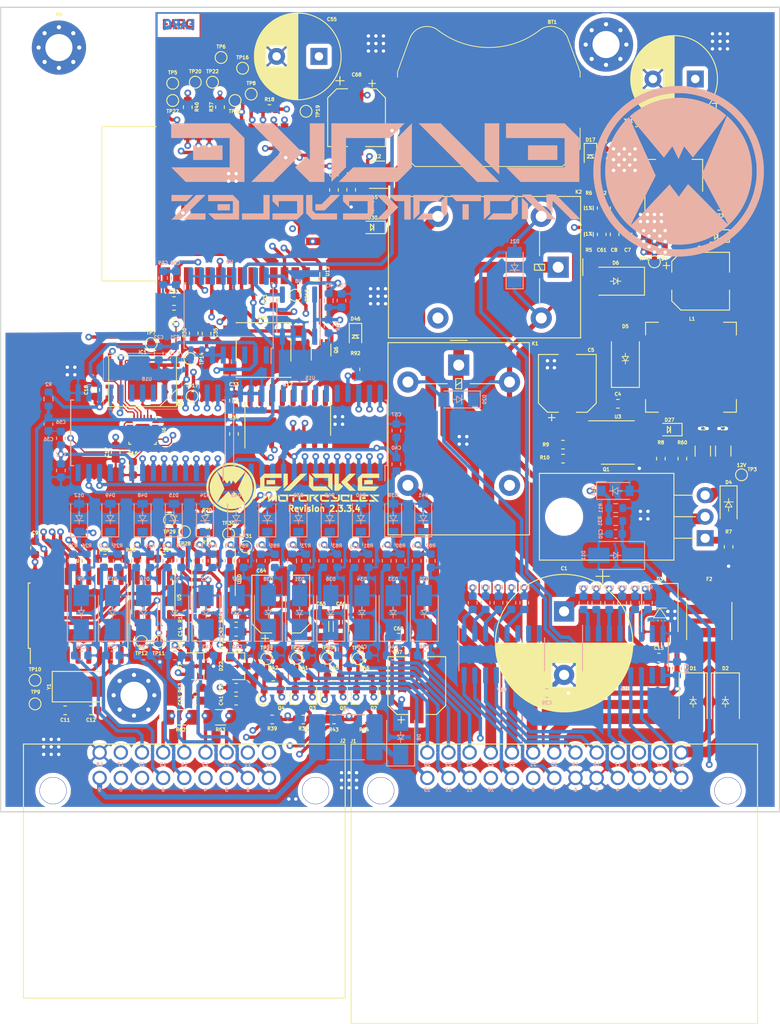
<source format=kicad_pcb>
(kicad_pcb (version 20221018) (generator pcbnew)
  (layers (0 "F.Cu" signal) (1 "In1.Cu" power) (2 "In2.Cu" power) (31 "B.Cu" signal) (34 "B.Paste" user) (35 "F.Paste" user) (36 "B.SilkS" user "B.Silkscreen") (37 "F.SilkS" user "F.Silkscreen") (38 "B.Mask" user) (39 "F.Mask" user) (44 "Edge.Cuts" user))
  (net 0 "")
  (net 1 "GND")
  (net 2 "+5V")
  (net 3 "+3V3")
  (net 4 "/RXD1_5V")
  (net 5 "/RXD2_5V")
  (net 6 "/TXD1_5V")
  (net 7 "/TXD2_5V")
  (net 8 "+12V")
  (net 9 "/ESP32/HSPI_CS2")
  (net 10 "/ESP32/HSPI_MISO")
  (net 11 "/ESP32/HSPI_MOSI")
  (net 12 "/ESP32/HSPI_CLK")
  (net 13 "/USB-")
  (net 14 "/USB+")
  (net 15 "/R1")
  (net 16 "/R2")
  (net 17 "/ESP32/RXD1")
  (net 18 "/ESP32/TXD1")
  (net 19 "/ESP32/RXD2")
  (net 20 "/ESP32/TXD2")
  (net 21 "/ESP32/RTS")
  (net 22 "/ESP32/IO0")
  (net 23 "/ESP32/DTR")
  (net 24 "/ESP32/HSPI_CS1")
  (net 25 "/CAN CONTROLLER/CAN_SCK")
  (net 26 "/CAN CONTROLLER/CAN_MOSI")
  (net 27 "/CAN CONTROLLER/CAN_MISO")
  (net 28 "/CAN CONTROLLER/CAN_CS")
  (net 29 "/ESP32/RXD")
  (net 30 "/ESP32/TXD")
  (net 31 "/RD4")
  (net 32 "/RD3")
  (net 33 "/RD2")
  (net 34 "/RD1")
  (net 35 "/RD9")
  (net 36 "/RD8")
  (net 37 "/RD7")
  (net 38 "/RD6")
  (net 39 "/RD5")
  (net 40 "/IN5V_1")
  (net 41 "/IN5V_2")
  (net 42 "/IN5V_3")
  (net 43 "/IN5V_4")
  (net 44 "Net-(C4-Pad1)")
  (net 45 "Net-(R47-Pad1)")
  (net 46 "/CH12V")
  (net 47 "Net-(R48-Pad1)")
  (net 48 "Net-(R49-Pad1)")
  (net 49 "Net-(R50-Pad1)")
  (net 50 "/12V_IN")
  (net 51 "Net-(F1-Pad1)")
  (net 52 "Net-(BT1-Pad1)")
  (net 53 "Net-(C1-Pad1)")
  (net 54 "Net-(C4-Pad2)")
  (net 55 "Net-(C5-Pad1)")
  (net 56 "Net-(C11-Pad1)")
  (net 57 "Net-(C12-Pad1)")
  (net 58 "Net-(C13-Pad1)")
  (net 59 "Net-(C14-Pad1)")
  (net 60 "Net-(C16-Pad1)")
  (net 61 "Net-(D1-Pad1)")
  (net 62 "Net-(D4-Pad2)")
  (net 63 "Net-(D20-Pad2)")
  (net 64 "Net-(D21-Pad2)")
  (net 65 "Net-(R8-Pad1)")
  (net 66 "Net-(R10-Pad1)")
  (net 67 "Net-(R12-Pad2)")
  (net 68 "Net-(R51-Pad1)")
  (net 69 "Net-(R52-Pad1)")
  (net 70 "Net-(R53-Pad1)")
  (net 71 "Net-(R54-Pad1)")
  (net 72 "Net-(TP10-Pad1)")
  (net 73 "/MCP23017-ULN2003/IN3V_3")
  (net 74 "/MCP23017-ULN2003/IN3V_1")
  (net 75 "/MCP23017-ULN2003/IN3V_2")
  (net 76 "/MCP23017-ULN2003/IN3V_4")
  (net 77 "Net-(C41-Pad1)")
  (net 78 "Net-(C42-Pad1)")
  (net 79 "/IN5V_5")
  (net 80 "/CAN1_L")
  (net 81 "/CAN1_H")
  (net 82 "/ESP32/CAN_H")
  (net 83 "/ESP32/CAN_L")
  (net 84 "/MCP23017-ULN2003/IN3V_5")
  (net 85 "Net-(R19-Pad2)")
  (net 86 "/ESP32/CAN2_TXD")
  (net 87 "/ESP32/CAN2_RXD")
  (net 88 "Net-(D27-Pad2)")
  (net 89 "Net-(D28-Pad2)")
  (net 90 "Net-(D30-Pad2)")
  (net 91 "Net-(D30-Pad1)")
  (net 92 "Net-(IC2-Pad5)")
  (net 93 "Net-(R67-Pad2)")
  (net 94 "Net-(R68-Pad1)")
  (net 95 "Net-(R71-Pad2)")
  (net 96 "/IN5V_6")
  (net 97 "/IN5V_10")
  (net 98 "/IN5V_11")
  (net 99 "/IN5V_12")
  (net 100 "/IN5V_9")
  (net 101 "/IN5V_7")
  (net 102 "/IN5V_8")
  (net 103 "/MCP23017-ULN2003/IN3V_6")
  (net 104 "/MCP23017-ULN2003/IN3V_10")
  (net 105 "/MCP23017-ULN2003/IN3V_11")
  (net 106 "/MCP23017-ULN2003/IN3V_12")
  (net 107 "/MCP23017-ULN2003/IN3V_9")
  (net 108 "/MCP23017-ULN2003/IN3V_7")
  (net 109 "/MCP23017-ULN2003/IN3V_8")
  (net 110 "Net-(D46-Pad2)")
  (net 111 "/ESP32/I2C_SCL")
  (net 112 "/ESP32/I2C_SDA")
  (net 113 "/ESP32/MPU9250_INT")
  (net 114 "/ESP32/EN_pin")
  (net 115 "/ESP32/IO_EX_INT")
  (net 116 "/IC_RESET")
  (net 117 "/SpeedSensor")
  (net 118 "/ESP32/iSpeedSensor")
  (net 119 "/RC")
  (net 120 "/MCP23017-ULN2003/OUT_R2")
  (net 121 "/MCP23017-ULN2003/OUT_R1")
  (net 122 "/MCP23017-ULN2003/OUT_RD4")
  (net 123 "/MCP23017-ULN2003/OUT_RD8")
  (net 124 "/MCP23017-ULN2003/OUT_RD9")
  (net 125 "/MCP23017-ULN2003/OUT_RD5")
  (net 126 "/MCP23017-ULN2003/OUT_RD6")
  (net 127 "Net-(R55-Pad1)")
  (net 128 "Net-(R56-Pad1)")
  (net 129 "Net-(R57-Pad1)")
  (net 130 "/MCP23017-ULN2003/OUT_RD1")
  (net 131 "/MCP23017-ULN2003/OUT_RD2")
  (net 132 "/MCP23017-ULN2003/OUT_RD3")
  (net 133 "/MCP23017-ULN2003/OUT_RD7")
  (net 134 "Net-(R92-Pad2)")
  (net 135 "Net-(D8-Pad1)")
  (net 136 "Net-(D17-Pad2)")
  (net 137 "/ESP32/12VMonitor")
  (net 138 "/ESP32/WP_FRAM_pin")
  (net 139 "Net-(IC1-Pad7)")
  (net 140 "Net-(IC1-Pad3)")
  (net 141 "Net-(J1-Pad16)")
  (net 142 "Net-(J1-Pad8)")
  (net 143 "Net-(J2-Pad17)")
  (net 144 "Net-(K1-Pad4)")
  (net 145 "Net-(K2-Pad4)")
  (net 146 "Net-(U3-Pad2)")
  (net 147 "Net-(U3-Pad3)")
  (net 148 "Net-(U4-Pad12)")
  (net 149 "Net-(U4-Pad11)")
  (net 150 "Net-(U4-Pad10)")
  (net 151 "Net-(U4-Pad6)")
  (net 152 "Net-(U4-Pad5)")
  (net 153 "Net-(U4-Pad4)")
  (net 154 "Net-(U4-Pad3)")
  (net 155 "Net-(U5-Pad5)")
  (net 156 "Net-(U6-Pad21)")
  (net 157 "Net-(U6-Pad7)")
  (net 158 "Net-(U9-Pad1)")
  (net 159 "Net-(U9-Pad3)")
  (net 160 "Net-(U9-Pad4)")
  (net 161 "Net-(U10-Pad5)")
  (net 162 "Net-(U12-Pad7)")
  (net 163 "Net-(U12-Pad8)")
  (net 164 "Net-(U12-Pad9)")
  (net 165 "Net-(U12-Pad10)")
  (net 166 "Net-(U12-Pad11)")
  (net 167 "Net-(U12-Pad12)")
  (net 168 "Net-(U12-Pad15)")
  (net 169 "Net-(U13-Pad32)")
  (net 170 "Net-(U13-Pad22)")
  (net 171 "Net-(U13-Pad21)")
  (net 172 "Net-(U13-Pad20)")
  (net 173 "Net-(U13-Pad19)")
  (net 174 "Net-(U13-Pad18)")
  (net 175 "Net-(U13-Pad17)")
  (net 176 "Net-(U15-Pad24)")
  (net 177 "Net-(U15-Pad23)")
  (net 178 "Net-(U15-Pad22)")
  (net 179 "Net-(U15-Pad21)")
  (net 180 "Net-(U15-Pad20)")
  (net 181 "Net-(U15-Pad19)")
  (net 182 "Net-(U15-Pad14)")
  (net 183 "Net-(U15-Pad11)")
  (net 184 "Net-(U16-Pad10)")
  (net 185 "Net-(U16-Pad7)")
  (net 186 "Net-(U17-Pad11)")
  (net 187 "Net-(U17-Pad10)")
  (net 188 "Net-(U17-Pad7)")
  (net 189 "Net-(U17-Pad6)")
  (net 190 "Net-(U18-Pad24)")
  (net 191 "Net-(U18-Pad23)")
  (net 192 "Net-(U18-Pad22)")
  (net 193 "Net-(U18-Pad21)")
  (net 194 "Net-(U18-Pad20)")
  (net 195 "Net-(U18-Pad14)")
  (net 196 "Net-(U18-Pad11)")
  (footprint "Resistor_SMD:R_0603_1608Metric" (layer "F.Cu") (at 145.923 96.647)
    (fp_text reference "R9")
    (fp_text value "10K")
  )
  (footprint "Crystal:Crystal_SMD_5032-2Pin_5.0x3.2mm" (layer "F.Cu") (at 88.646 125.222)
    (fp_text reference "Y1")
    (fp_text value "8MHz")
  )
  (footprint "TestPoint:TestPoint_Pad_D1.0mm" (layer "F.Cu") (at 107.188 56.007)
    (fp_text reference "TP26")
    (fp_text value "SDA_TP")
  )
  (footprint "TestPoint:TestPoint_Pad_D1.0mm" (layer "F.Cu") (at 99.822 56.007)
    (fp_text reference "TP27")
    (fp_text value "SCL_TP")
  )
  (footprint "TestPoint:TestPoint_Pad_D1.0mm" (layer "F.Cu") (at 102.489 53.848)
    (fp_text reference "TP20")
    (fp_text value "RXD0_TP")
  )
  (footprint "TestPoint:TestPoint_Pad_D1.0mm" (layer "F.Cu") (at 110.9345 121.92 90)
    (fp_text reference "TP21")
    (fp_text value "RXD1_TP")
  )
  (footprint "TestPoint:TestPoint_Pad_D1.0mm" (layer "F.Cu") (at 104.521 53.848)
    (fp_text reference "TP22")
    (fp_text value "TXD0_TP")
  )
  (footprint "TestPoint:TestPoint_Pad_D1.0mm" (layer "F.Cu") (at 114.4905 121.8565 90)
    (fp_text reference "TP23")
    (fp_text value "TXD1_TP")
  )
  (footprint "TestPoint:TestPoint_Pad_D1.0mm" (layer "F.Cu") (at 121.7295 121.92 90)
    (fp_text reference "TP24")
    (fp_text value "RXD2_TP")
  )
  (footprint "TestPoint:TestPoint_Pad_D1.0mm" (layer "F.Cu") (at 118.11 121.8565 90)
    (fp_text reference "TP25")
    (fp_text value "TXD2_TP")
  )
  (footprint "TestPoint:TestPoint_Pad_D1.0mm" (layer "F.Cu") (at 105.537 50.927)
    (fp_text reference "TP6")
    (fp_text value "CAN_SO_TP")
  )
  (footprint "TestPoint:TestPoint_Pad_D1.0mm" (layer "F.Cu") (at 97.282 84.709)
    (fp_text reference "TP7")
    (fp_text value "CAN_CS_TP")
  )
  (footprint "TestPoint:TestPoint_Pad_D1.0mm" (layer "F.Cu") (at 109.093 55.245)
    (fp_text reference "TP8")
    (fp_text value "CAN_SCK_TP")
  )
  (footprint "TestPoint:TestPoint_Pad_D1.0mm" (layer "F.Cu") (at 98.171 119.888)
    (fp_text reference "TP11")
    (fp_text value "CANH_TP")
  )
  (footprint "TestPoint:TestPoint_Pad_D1.0mm" (layer "F.Cu") (at 96.139 119.888)
    (fp_text reference "TP12")
    (fp_text value "CANL_TP")
  )
  (footprint "TestPoint:TestPoint_Pad_D1.0mm" (layer "F.Cu") (at 119.3165 62.6745)
    (fp_text reference "TP13")
    (fp_text value "HSPI_SI_TP")
  )
  (footprint "TestPoint:TestPoint_Pad_D1.0mm" (layer "F.Cu") (at 101.854 86.487)
    (fp_text reference "TP14")
    (fp_text value "HSPI_SO_TP")
  )
  (footprint "TestPoint:TestPoint_Pad_D1.0mm" (layer "F.Cu") (at 108.077 52.197)
    (fp_text reference "TP16")
    (fp_text value "MPU9520_CS_TP")
  )
  (footprint "TestPoint:TestPoint_Pad_D1.0mm" (layer "F.Cu") (at 115.57 57.277)
    (fp_text reference "TP19")
    (fp_text value "IO0_TP")
  )
  (footprint "Capacitor_SMD:C_0603_1608Metric" (layer "F.Cu") (at 153.543 71.8185 90)
    (fp_text reference "C7")
    (fp_text value "100nF")
  )
  (footprint "Capacitor_SMD:C_0603_1608Metric" (layer "F.Cu") (at 152.019 71.8185 90)
    (fp_text reference "C8")
    (fp_text value "10uF")
  )
  (footprint "Capacitor_SMD:C_1206_3216Metric" (layer "F.Cu") (at 164.846 97.409 90)
    (fp_text reference "C2")
    (fp_text value "4.7uF")
  )
  (footprint "Capacitor_SMD:C_1206_3216Metric" (layer "F.Cu") (at 162.433 97.409 90)
    (fp_text reference "C3")
    (fp_text value "4.7uF")
  )
  (footprint "EVOKE_Custom:D_SOD-123_POLARITY" (layer "F.Cu") (at 165.481 103.759 -90)
    (fp_text reference "D4")
    (fp_text value "9.1V")
  )
  (footprint "EVOKE_Custom:D_SMA_POL" (layer "F.Cu") (at 152.146 77.343 180)
    (fp_text reference "D6")
    (fp_text value "B240A")
  )
  (footprint "Package_DFN_QFN:QFN-24-1EP_3x3mm_P0.4mm_EP1.75x1.6mm" (layer "F.Cu") (at 96.266 94.996)
    (fp_text reference "U6")
    (fp_text value "MPU-9250")
  )
  (footprint "Capacitor_SMD:C_0603_1608Metric" (layer "F.Cu") (at 107.061 91.44 90)
    (fp_text reference "C33")
    (fp_text value "10uF")
  )
  (footprint "Capacitor_SMD:C_0603_1608Metric" (layer "F.Cu") (at 102.489 126.873)
    (fp_text reference "C13")
    (fp_text value "560pF")
  )
  (footprint "Resistor_SMD:R_0603_1608Metric" (layer "F.Cu") (at 165.481 108.712 -90)
    (fp_text reference "R7")
    (fp_text value "100K")
  )
  (footprint "TestPoint:TestPoint_Pad_D1.0mm" (layer "F.Cu") (at 83.566 127.254)
    (fp_text reference "TP9")
    (fp_text value "TXCAN_TP")
  )
  (footprint "TestPoint:TestPoint_Pad_D1.0mm" (layer "F.Cu") (at 83.566 124.46)
    (fp_text reference "TP10")
    (fp_text value "RXCAN_TP")
  )
  (footprint "TestPoint:TestPoint_Pad_D1.0mm" (layer "F.Cu") (at 108.458 108.712)
    (fp_text reference "TP31")
    (fp_text value "CAN2_TXD_TP")
  )
  (footprint "Resistor_SMD:R_0603_1608Metric" (layer "F.Cu") (at 102.489 117.094 180)
    (fp_text reference "R12")
    (fp_text value "4.7K")
  )
  (footprint "TestPoint:TestPoint_Pad_D1.0mm" (layer "F.Cu") (at 106.426 107.188)
    (fp_text reference "TP30")
    (fp_text value "CAN2_RXD_TP")
  )
  (footprint "Capacitor_SMD:C_0603_1608Metric" (layer "F.Cu") (at 107.061 95.377 -90)
    (fp_text reference "C34")
    (fp_text value "100nF")
  )
  (footprint "Package_TO_SOT_SMD:SOT-363_SC-70-6" (layer "F.Cu") (at 117.348 85.471 90)
    (fp_text reference "Q6")
    (fp_text value "UMH3N")
  )
  (footprint "Capacitor_SMD:C_0603_1608Metric" (layer "F.Cu") (at 98.806 110.109)
    (fp_text reference "C10")
    (fp_text value "100nF")
  )
  (footprint "Capacitor_SMD:C_0603_1608Metric" (layer "F.Cu") (at 152.4 91.821 180)
    (fp_text reference "C4")
    (fp_text value "10nF")
  )
  (footprint "Capacitor_SMD:C_0603_1608Metric" (layer "F.Cu") (at 87.122 128.016 180)
    (fp_text reference "C11")
    (fp_text value "22pF")
  )
  (footprint "Capacitor_SMD:C_0603_1608Metric" (layer "F.Cu") (at 90.17 128.016)
    (fp_text reference "C12")
    (fp_text value "22pF")
  )
  (footprint "Capacitor_SMD:C_0603_1608Metric" (layer "F.Cu") (at 102.489 118.745)
    (fp_text reference "C14")
    (fp_text value "560pF")
  )
  (footprint "Capacitor_SMD:C_0603_1608Metric" (layer "F.Cu") (at 90.678 90.17 90)
    (fp_text reference "C18")
    (fp_text value "100nF")
  )
  (footprint "EVOKE_Custom:D_SMB" (layer "F.Cu") (at 157.353 116.586 -90)
    (fp_text reference "D3")
    (fp_text value "SMBJ20A")
  )
  (footprint "EVOKE_Custom:D_SMA_POL" (layer "F.Cu") (at 153.289 86.487 90)
    (fp_text reference "D5")
    (fp_text value "B340A")
  )
  (footprint "Package_TO_SOT_SMD:SOT-23" (layer "F.Cu") (at 102.743 122.809)
    (fp_text reference "D7")
    (fp_text value "PESD1CAN")
  )
  (footprint "MountingHole:MountingHole_3.2mm_M3_Pad_Via" (layer "F.Cu") (at 151.003 49.403)
    (fp_text reference "H3" hide)
    (fp_text value "MountingHole")
  )
  (footprint "Package_TO_SOT_SMD:SOT-23" (layer "F.Cu") (at 111.5695 126.5555 -90)
    (fp_text reference "Q4")
    (fp_text value "BSS138")
  )
  (footprint "Package_TO_SOT_SMD:SOT-23" (layer "F.Cu") (at 115.2525 126.5555 -90)
    (fp_text reference "Q3")
    (fp_text value "BSS138")
  )
  (footprint "Package_TO_SOT_SMD:SOT-23" (layer "F.Cu") (at 122.4915 126.5555 -90)
    (fp_text reference "Q2")
    (fp_text value "BSS138")
  )
  (footprint "Package_TO_SOT_SMD:SOT-23" (layer "F.Cu") (at 118.872 126.5555 -90)
    (fp_text reference "Q5")
    (fp_text value "BSS138")
  )
  (footprint "Resistor_SMD:R_0603_1608Metric" (layer "F.Cu") (at 157.48 98.298 90)
    (fp_text reference "R8")
    (fp_text value "10K")
  )
  (footprint "Resistor_SMD:R_0603_1608Metric" (layer "F.Cu") (at 145.923 98.298 180)
    (fp_text reference "R10")
    (fp_text value "3.24K")
  )
  (footprint "Resistor_SMD:R_0603_1608Metric" (layer "F.Cu") (at 102.489 120.269)
    (fp_text reference "R14")
    (fp_text value "100")
  )
  (footprint "Resistor_SMD:R_0603_1608Metric" (layer "F.Cu") (at 111.5695 129.0955 180)
    (fp_text reference "R39")
    (fp_text value "10K")
  )
  (footprint "Resistor_SMD:R_0603_1608Metric" (layer "F.Cu") (at 115.2525 129.0955)
    (fp_text reference "R38")
    (fp_text value "10K")
  )
  (footprint "Resistor_SMD:R_0603_1608Metric" (layer "F.Cu") (at 111.6965 124.0155 180)
    (fp_text reference "R42")
    (fp_text value "10K")
  )
  (footprint "Resistor_SMD:R_0603_1608Metric" (layer "F.Cu") (at 115.2525 124.0155 180)
    (fp_text reference "R41")
    (fp_text value "10K")
  )
  (footprint "Resistor_SMD:R_0603_1608Metric" (layer "F.Cu") (at 122.428 129.0955)
    (fp_text reference "R44")
    (fp_text value "10K")
  )
  (footprint "Resistor_SMD:R_0603_1608Metric" (layer "F.Cu") (at 118.872 129.0955 180)
    (fp_text reference "R43")
    (fp_text value "10K")
  )
  (footprint "Resistor_SMD:R_0603_1608Metric" (layer "F.Cu") (at 122.4915 124.0155 180)
    (fp_text reference "R46")
    (fp_text value "10K")
  )
  (footprint "Resistor_SMD:R_0603_1608Metric" (layer "F.Cu") (at 118.872 124.0155 180)
    (fp_text reference "R45")
    (fp_text value "10K")
  )
  (footprint "Resistor_SMD:R_0603_1608Metric" (layer "F.Cu") (at 105.41 56.7945 -90)
    (fp_text reference "R37")
    (fp_text value "4.7K")
  )
  (footprint "Resistor_SMD:R_0603_1608Metric" (layer "F.Cu") (at 101.6 56.7945 -90)
    (fp_text reference "R40")
    (fp_text value "4.7K")
  )
  (footprint "Package_SO:SOIC-8_3.9x4.9mm_P1.27mm" (layer "F.Cu") (at 152.4 96.393)
    (fp_text reference "U3")
    (fp_text value "TPS5420D")
  )
  (footprint "Package_SO:SOIC-8_3.9x4.9mm_P1.27mm" (layer "F.Cu") (at 97.536 114.681 -90)
    (fp_text reference "U5")
    (fp_text value "TJA1050")
  )
  (footprint "RF_Module:ESP32-WROOM-32" (layer "F.Cu") (at 107.315 68.199 90)
    (fp_text reference "U13")
    (fp_text value "ESP32-WROOM-32D")
  )
  (footprint "Package_SO:SOIC-16_3.9x9.9mm_P1.27mm" (layer "F.Cu") (at 113.411 93.599 90)
    (fp_text reference "U12")
    (fp_text value "CH340C")
  )
  (footprint "Capacitor_SMD:CP_Elec_6.3x5.8" (layer "F.Cu") (at 162.179 77.343)
    (fp_text reference "C6")
    (fp_text value "100uF/25V")
  )
  (footprint "EVOKE_Custom:LED_0603_1608Metric_POLARITY" (layer "F.Cu") (at 164.084 72.009 180)
    (fp_text reference "D28")
    (fp_text value "LED")
  )
  (footprint "EVOKE_Custom:LED_0603_1608Metric_POLARITY" (layer "F.Cu") (at 158.496 94.869 180)
    (fp_text reference "D27")
    (fp_text value "LED")
  )
  (footprint "Resistor_SMD:R_0603_1608Metric" (layer "F.Cu") (at 160.782 72.009)
    (fp_text reference "R61")
    (fp_text value "3K3")
  )
  (footprint "Resistor_SMD:R_0603_1608Metric" (layer "F.Cu") (at 160.02 98.298 90)
    (fp_text reference "R60")
    (fp_text value "10K")
  )
  (footprint "Battery:BatteryHolder_Keystone_3034_1x20mm" (layer "F.Cu") (at 137.16 56.261 180)
    (fp_text reference "BT1")
    (fp_text value "Battery_Cell")
  )
  (footprint "Resistor_SMD:R_0603_1608Metric" (layer "F.Cu") (at 111.252 57.023 180)
    (fp_text reference "R18")
    (fp_text value "10K")
  )
  (footprint "Capacitor_SMD:C_0603_1608Metric" (layer "F.Cu") (at 93.091 97.536 -90)
    (fp_text reference "C17")
    (fp_text value "100nF")
  )
  (footprint "Capacitor_SMD:C_0603_1608Metric" (layer "F.Cu") (at 95.123 99.441 -90)
    (fp_text reference "C16")
    (fp_text value "100nF")
  )
  (footprint "Resistor_SMD:R_0603_1608Metric" (layer "F.Cu") (at 103.886 105.41 180)
    (fp_text reference "R70")
    (fp_text value "22K")
  )
  (footprint "Resistor_SMD:R_0603_1608Metric" (layer "F.Cu") (at 103.886 107.061 180)
    (fp_text reference "R71")
    (fp_text value "10K")
  )
  (footprint "Capacitor_SMD:C_0603_1608Metric" (layer "F.Cu") (at 107.315 126.873)
    (fp_text reference "C41")
    (fp_text value "560pF")
  )
  (footprint "Resistor_SMD:R_0603_1608Metric" (layer "F.Cu") (at 107.315 117.094 180)
    (fp_text reference "R19")
    (fp_text value "4.7K")
  )
  (footprint "Resistor_SMD:R_0603_1608Metric" (layer "F.Cu") (at 107.315 125.349)
    (fp_text reference "R20")
    (fp_text value "100")
  )
  (footprint "Resistor_SMD:R_0603_1608Metric" (layer "F.Cu") (at 107.315 120.269)
    (fp_text reference "R21")
    (fp_text value "100")
  )
  (footprint "TestPoint:TestPoint_Pad_D1.0mm" (layer "F.Cu") (at 101.219 106.934)
    (fp_text reference "TP28")
    (fp_text value "CANH_TP")
  )
  (footprint "TestPoint:TestPoint_Pad_D1.0mm" (layer "F.Cu") (at 99.441 105.537)
    (fp_text reference "TP29")
    (fp_text value "CANL_TP")
  )
  (footprint "Package_SO:SOIC-8_3.9x4.9mm_P1.27mm" (layer "F.Cu") (at 104.648 112.522 -90)
    (fp_text reference "U10")
    (fp_text value "TJA1050")
  )
  (footprint "TestPoint:TestPoint_Pad_D1.0mm" (layer "F.Cu") (at 156.718 75.057)
    (fp_text reference "TP4")
    (fp_text value "5V_TP")
  )
  (footprint "Capacitor_SMD:C_0603_1608Metric" (layer "F.Cu") (at 118.872 66.5735 -90)
    (fp_text reference "C44")
    (fp_text value "10uF")
  )
  (footprint "EVOKE_Custom:LED_0603_1608Metric_POLARITY" (layer "F.Cu") (at 123.444 70.993 180)
    (fp_text reference "D30")
    (fp_text value "LED")
  )
  (footprint "Resistor_SMD:R_1206_3216Metric" (layer "F.Cu") (at 100.7745 128.8415)
    (fp_text reference "R62")
    (fp_text value "120R")
  )
  (footprint "Resistor_SMD:R_1206_3216Metric" (layer "F.Cu") (at 105.4735 128.8415 180)
    (fp_text reference "R63")
    (fp_text value "120R")
  )
  (footprint "Resistor_SMD:R_0603_1608Metric" (layer "F.Cu") (at 123.444 68.453)
    (fp_text reference "R65")
    (fp_text value "3K3")
  )
  (footprint "Resistor_SMD:R_0603_1608Metric" (layer "F.Cu") (at 120.904 66.548 -90)
    (fp_text reference "R66")
    (fp_text value "220k")
  )
  (footprint "Package_TO_SOT_SMD:SOT-23-5" (layer "F.Cu") (at 123.952 64.77 180)
    (fp_text reference "IC2")
    (fp_text value "LTC4054")
  )
  (footprint "Resistor_SMD:R_0603_1608Metric" (layer "F.Cu") (at 91.821 110.109)
    (fp_text reference "R67")
    (fp_text value "22K")
  )
  (footprint "Resistor_SMD:R_0603_1608Metric" (layer "F.Cu") (at 94.869 110.109 180)
    (fp_text reference "R68")
    (fp_text value "10K")
  )
  (footprint "Inductor_SMD:L_Bourns-SRN1060" (layer "F.Cu") (at 161.036 87.503 90)
    (fp_text reference "L1")
    (fp_text value "SRN1060-330M")
  )
  (footprint "Button_Switch_SMD:SW_SPST_PTS645" (layer "F.Cu") (at 110.5535 85.471 180)
    (fp_text reference "SW1")
    (fp_text value "RESET")
  )
  (footprint "Relay_THT:Relay_SPDT_Omron-G5LE-1" (layer "F.Cu") (at 145.3515 75.692 -90)
    (fp_text reference "K2")
    (fp_text value "G5LE-1")
  )
  (footprint "TestPoint:TestPoint_Pad_D1.0mm" (layer "F.Cu") (at 167.005 100.203)
    (fp_text reference "TP3")
    (fp_text value "12V_TP")
  )
  (footprint "EVOKE_Custom:LED_0603_1608Metric_POLARITY" (layer "F.Cu") (at 121.412 83.82 -90)
    (fp_text reference "D46")
    (fp_text value "LED")
  )
  (footprint "Resistor_SMD:R_0603_1608Metric" (layer "F.Cu") (at 121.412 87.757 -90)
    (fp_text reference "R92")
    (fp_text value "1K3")
  )
  (footprint "TestPoint:TestPoint_Pad_D1.0mm" (layer "F.Cu") (at 102.108 90.932)
    (fp_text reference "TP17")
    (fp_text value "SPI_FLASH_CS_TP")
  )
  (footprint "TestPoint:TestPoint_Pad_D1.0mm" (layer "F.Cu") (at 99.822 53.975)
    (fp_text reference "TP5")
    (fp_text value "CAN_SI_TP")
  )
  (footprint "MountingHole:MountingHole_3.2mm_M3_Pad_Via" (layer "F.Cu") (at 86.3854 49.7586)
    (fp_text reference "H4")
    (fp_text value "MountingHole")
  )
  (footprint "EvokeCustom:3126A0312" (layer "F.Cu") (at 144.8943 133)
    (fp_text reference "J1")
    (fp_text value "2x13_pin_Connector")
  )
  (footprint "Capacitor_SMD:C_0603_1608Metric" (layer "F.Cu") (at 99.9745 79.6925 180)
    (fp_text reference "C32")
    (fp_text value "10uF")
  )
  (footprint "Capacitor_SMD:C_0603_1608Metric" (layer "F.Cu") (at 99.9745 81.28 180)
    (fp_text reference "C30")
    (fp_text value "100nF")
  )
  (footprint "Capacitor_SMD:C_0603_1608Metric" (layer "F.Cu") (at 103.8225 83.528 -90)
    (fp_text reference "C35")
    (fp_text value "100nF")
  )
  (footprint "Capacitor_THT:CP_Radial_D10.0mm_P5.00mm" (layer "F.Cu") (at 117.094 50.8 180)
    (fp_text reference "C55")
    (fp_text value "1500uf/16V")
  )
  (footprint "Capacitor_THT:CP_Radial_D10.0mm_P5.00mm" (layer "F.Cu") (at 161.544 53.467 180)
    (fp_text reference "C54")
    (fp_text value "1500uf/16V")
  )
  (footprint "Resistor_SMD:R_0603_1608Metric" (layer "F.Cu") (at 111.76 79.502 90)
    (fp_text reference "R93")
    (fp_text value "10k")
  )
  (footprint "Relay_THT:Relay_SPDT_Omron-G5LE-1" (layer "F.Cu") (at 133.604 87.249)
    (fp_text reference "K1")
    (fp_text value "G5LE-1")
  )
  (footprint "EVOKE_Custom:D_SMA_POL" (layer "F.Cu") (at 165.1 127 -90)
    (fp_text reference "D2")
    (fp_text value "B240A")
  )
  (footprint "Capacitor_SMD:C_1206_3216Metric" (layer "F.Cu") (at 119.6975 118.11 90)
    (fp_text reference "C66")
    (fp_text value "10uf")
  )
  (footprint "Capacitor_SMD:CP_Elec_6.3x5.8" (layer "F.Cu") (at 112.5855 115.4735 90)
    (fp_text reference "C64")
    (fp_text value "100uF/25V")
  )
  (footprint "Package_SO:SOIC-18W_7.5x11.6mm_P1.27mm" (layer "F.Cu") (at 88.646 116.84 90)
    (fp_text reference "U4")
    (fp_text value "MCP2515-xSO")
  )
  (footprint "Resistor_SMD:R_0603_1608Metric" (layer "F.Cu") (at 102.2985 83.5025 -90)
    (fp_text reference "R30")
    (fp_text value "10K")
  )
  (footprint "EvokeCustom:SON127P800X600X80-9N-D" (layer "F.Cu") (at 96.266 89.154 180)
    (fp_text reference "IC1")
    (fp_text value "W25M512JVEIQ" hide)
  )
  (footprint "Capacitor_SMD:C_0603_1608Metric" (layer "F.Cu") (at 83.566 108.839 90)
    (fp_text reference "C9")
    (fp_text value "100nF")
  )
  (footprint "Fuse:Fuse_2920_7451Metric" (layer "F.Cu") (at 163.195 117.475 -90)
    (fp_text reference "F2")
    (fp_text value "0ZCF0100AF2A ")
  )
  (footprint "MountingHole:MountingHole_3.2mm_M3_Pad_Via" (layer "F.Cu") (at 95.25 126.238)
    (fp_text reference "H1" hide)
    (fp_text value "MountingHole")
  )
  (footprint "Capacitor_SMD:C_0603_1608Metric" (layer "F.Cu") (at 107.315 118.745)
    (fp_text reference "C42")
    (fp_text value "560pF")
  )
  (footprint "Package_TO_SOT_SMD:SOT-23" (layer "F.Cu") (at 107.569 122.809)
    (fp_text reference "D22")
    (fp_text value "PESD1CAN")
  )
  (footprint "Capacitor_SMD:CP_Elec_6.3x5.8" (layer "F.Cu") (at 121.539 58.039 -90)
    (fp_text reference "C68")
    (fp_text value "100uF/25V")
  )
  (footprint "Capacitor_SMD:C_1206_3216Metric" (layer "F.Cu") (at 117.348 118.11 90)
    (fp_text reference "C65")
    (fp_text value "10uf")
  )
  (footprint "TestPoint:TestPoint_Pad_D1.0mm" (layer "F.Cu") (at 114.3 78.994)
    (fp_text reference "TP15")
    (fp_text value "HSPI_SCK_TP")
  )
  (footprint "Capacitor_SMD:CP_Elec_6.3x5.8" (layer "F.Cu") (at 128.651 125.095 90)
    (fp_text reference "C67")
    (fp_text value "100uF/25V")
  )
  (footprint "EVOKE_Custom:D_SMA_POL" (layer "F.Cu") (at 161.29 127 -90)
    (fp_text reference "D1")
    (fp_text value "B240A")
  )
  (footprint "Capacitor_SMD:CP_Elec_6.3x5.8" (layer "F.Cu") (at 146.431 89.408 90)
    (fp_text reference "C5")
    (fp_text value "100uF/25V")
  )
  (footprint "Capacitor_THT:CP_Radial_D16.0mm_P7.50mm" (layer "F.Cu") (at 146.05 116.332 -90)
    (fp_text reference "C1")
    (fp_text value "4700uF/25V")
  )
  (footprint "TestPoint:TestPoint_Pad_D1.0mm" (layer "F.Cu") (at 164.719 63.373)
    (fp_text reference "TP2")
    (fp_text value "GND_TP")
  )
  (footprint "Package_TO_SOT_THT:TO-220-3_Horizontal_TabDown" (layer "F.Cu") (at 162.71 107.696 90)
    (fp_text reference "Q1")
    (fp_text value "IRF9540N")
  )
  (footprint "Resistor_SMD:R_0603_1608Metric" (layer "F.Cu") (at 102.489 125.349)
    (fp_text reference "R13")
    (fp_text value "100")
  )
  (footprint "EvokeCustom:3118A0312" (layer "F.Cu") (at 101.1936 133)
    (fp_text reference "J2")
    (fp_text value "2x9_pin_Connector")
  )
  (footprint "Capacitor_SMD:C_0603_1608Metric" (layer "F.Cu") (at 126.492 119.4435)
    (fp_text reference "C60")
    (fp_text value "100nF")
  )
  (footprint "Capacitor_SMD:C_0603_1608Metric" (layer "F.Cu") (at 164.338 68.453)
    (fp_text reference "C23")
    (fp_text value "10uF")
  )
  (footprint "Capacitor_SMD:C_0603_1608Metric" (layer "F.Cu") (at 164.338 66.802)
    (fp_text reference "C24")
    (fp_text value "100nF")
  )
  (footprint "Capacitor_SMD:C_0603_1608Metric" (layer "F.Cu") (at 152.019 68.707 -90)
    (fp_text reference "C28")
    (fp_text value "10uF")
  )
  (footprint "Capacitor_SMD:C_0603_1608Metric" (layer "F.Cu") (at 153.543 68.707 -90)
    (fp_text reference "C29")
    (fp_text value "100nF")
  )
  (footprint "EVOKE_Custom:LED_0603_1608Metric_POLARITY" (layer "F.Cu") (at 149.1615 62.5475 -90)
    (fp_text reference "D17")
    (fp_text value "LED")
  )
  (footprint "Resistor_SMD:R_0603_1608Metric" (layer "F.Cu") (at 150.749 62.5475 -90)
    (fp_text reference "R4")
    (fp_text value "1.3k")
  )
  (footprint "TestPoint:TestPoint_Pad_D1.0mm" (layer "F.Cu") (at 153.67 59.817)
    (fp_text reference "TP1")
    (fp_text value "3.3V_TP")
  )
  (footprint "Package_TO_SOT_SMD:SOT-223-3_TabPin2" (layer "F.Cu") (at 159.004 64.872 90)
    (fp_text reference "U1")
    (fp_text value "LM1117M-3.3")
  )
  (footprint "Capacitor_SMD:C_0603_1608Metric" (layer "F.Cu") (at 150.495 71.8185 -90)
    (fp_text reference "C61")
    (fp_text value "100nF")
  )
  (footprint "Capacitor_SMD:C_0603_1608Metric" (layer "F.Cu") (at 150.495 68.707 90)
    (fp_text reference "C62")
    (fp_text value "10uF")
  )
  (footprint "Capacitor_SMD:C_0603_1608Metric" (layer "F.Cu") (at 157.25 121.793)
    (fp_text reference "C15")
    (fp_text value "100nF")
  )
  (footprint "EvokeCustom:EvokeLogoName" (layer "F.Cu") (at 114.046 101.727)
    (fp_text reference "" hide)
    (fp_text value "" hide)
  )
  (footprint "Resistor_SMD:R_0603_1608Metric" (layer "F.Cu") (at 148.971 71.818 90)
    (fp_text reference "R5")
    (fp_text value "68K")
  )
  (footprint "Resistor_SMD:R_0603_1608Metric" (layer "F.Cu") (at 148.971 68.707 90)
    (fp_text reference "R6")
    (fp_text value "12K")
  )
  (footprint "Capacitor_SMD:C_0603_1608Metric" (layer "B.Cu") (at 100.076 85.8265 -90)
    (fp_text reference "C21")
    (fp_text value "100nF")
  )
  (footprint "Capacitor_SMD:C_0603_1608Metric" (layer "B.Cu") (at 98.171 85.852 -90)
    (fp_text reference "C22")
    (fp_text value "10uF")
  )
  (footprint "EVOKE_Custom:D_MiniMELF_POLARITY" (layer "B.Cu") (at 140.208 75.692 90)
    (fp_text reference "D21")
    (fp_text value "1N4148")
  )
  (footprint "Resistor_SMD:R_0603_1608Metric" (layer "B.Cu") (at 149.86 115.316 -90)
    (fp_text reference "R48")
    (fp_text value "1K3")
  )
  (footprint "Resistor_SMD:R_0603_1608Metric" (layer "B.Cu") (at 148.336 115.316 -90)
    (fp_text reference "R49")
    (fp_text value "1K3")
  )
  (footprint "Resistor_SMD:R_0603_1608Metric" (layer "B.Cu") (at 139.827 115.316 -90)
    (fp_text reference "R51")
    (fp_text value "1K3")
  )
  (footprint "Resistor_SMD:R_0603_1608Metric" (layer "B.Cu") (at 138.303 115.316 -90)
    (fp_text reference "R52")
    (fp_text value "1K3")
  )
  (footprint "Resistor_SMD:R_0603_1608Metric" (layer "B.Cu") (at 151.384 115.316 -90)
    (fp_text reference "R47")
    (fp_text value "1K3")
  )
  (footprint "Resistor_SMD:R_0603_1608Metric" (layer "B.Cu") (at 154.432 115.316 -90)
    (fp_text reference "R56")
    (fp_text value "1K3")
  )
  (footprint "Resistor_SMD:R_0603_1608Metric" (layer "B.Cu") (at 155.956 115.316 -90)
    (fp_text reference "R57")
    (fp_text value "1K3")
  )
  (footprint "Capacitor_SMD:C_0603_1608Metric" (layer "B.Cu") (at 118.237 82.677 -90)
    (fp_text reference "C19")
    (fp_text value "100nF")
  )
  (footprint "EVOKE_Custom:D_SOD-123_POLARITY" (layer "B.Cu") (at 99.949 105.283 90)
    (fp_text reference "D15")
    (fp_text value "MM1Z3V0")
  )
  (footprint "Capacitor_SMD:C_0603_1608Metric" (layer "B.Cu") (at 126.238 98.9585 -90)
    (fp_text reference "C40")
    (fp_text value "100nF")
  )
  (footprint "Capacitor_SMD:C_0603_1608Metric" (layer "B.Cu") (at 100.076 121.539)
    (fp_text reference "C31")
    (fp_text value "100nF")
  )
  (footprint "Resistor_SMD:R_0603_1608Metric" (layer "B.Cu") (at 99.187 110.363 -90)
    (fp_text reference "R28")
    (fp_text value "5K1")
  )
  (footprint "Resistor_SMD:R_0603_1608Metric" (layer "B.Cu") (at 100.838 110.3375 -90)
    (fp_text reference "R29")
    (fp_text value "1.3k")
  )
  (footprint "Package_SO:SOIC-8_3.9x4.9mm_P1.27mm" (layer "B.Cu") (at 114.681 81.407 90)
    (fp_text reference "U8")
    (fp_text value "MB85RC256V")
  )
  (footprint "Package_SO:SOIC-16_3.9x9.9mm_P1.27mm" (layer "B.Cu") (at 153.289 121.412 -90)
    (fp_text reference "U16")
    (fp_text value "ULN2003")
  )
  (footprint "Capacitor_SMD:C_0603_1608Metric" (layer "B.Cu") (at 86.614 99.695 -90)
    (fp_text reference "C52")
    (fp_text value "100nF")
  )
  (footprint "EVOKE_Custom:D_SOD-123_POLARITY" (layer "B.Cu") (at 114.681 105.283 90)
    (fp_text reference "D32")
    (fp_text value "MM1Z3V0")
  )
  (footprint "EVOKE_Custom:D_SOD-123_POLARITY" (layer "B.Cu") (at 122.047 105.283 90)
    (fp_text reference "D40")
    (fp_text value "MM1Z3V0")
  )
  (footprint "EVOKE_Custom:D_SOD-123_POLARITY" (layer "B.Cu") (at 129.413 105.283 90)
    (fp_text reference "D41")
    (fp_text value "MM1Z3V0")
  )
  (footprint "EVOKE_Custom:D_SOD-123_POLARITY" (layer "B.Cu") (at 118.364 105.283 90)
    (fp_text reference "D42")
    (fp_text value "MM1Z3V0")
  )
  (footprint "EVOKE_Custom:D_SOD-123_POLARITY" (layer "B.Cu") (at 107.315 105.283 90)
    (fp_text reference "D43")
    (fp_text value "MM1Z3V0")
  )
  (footprint "EVOKE_Custom:D_SOD-123_POLARITY" (layer "B.Cu") (at 110.998 105.283 90)
    (fp_text reference "D44")
    (fp_text value "MM1Z3V0")
  )
  (footprint "Resistor_SMD:R_0603_1608Metric" (layer "B.Cu") (at 125.095 110.363 -90)
    (fp_text reference "R74")
    (fp_text value "5K1")
  )
  (footprint "Resistor_SMD:R_0603_1608Metric" (layer "B.Cu") (at 121.285 110.363 -90)
    (fp_text reference "R75")
    (fp_text value "5K1")
  )
  (footprint "Resistor_SMD:R_0603_1608Metric" (layer "B.Cu") (at 128.651 110.363 -90)
    (fp_text reference "R76")
    (fp_text value "5K1")
  )
  (footprint "Resistor_SMD:R_0603_1608Metric" (layer "B.Cu") (at 117.602 110.363 -90)
    (fp_text reference "R77")
    (fp_text value "5K1")
  )
  (footprint "Resistor_SMD:R_0603_1608Metric" (layer "B.Cu") (at 106.553 110.363 -90)
    (fp_text reference "R78")
    (fp_text value "5K1")
  )
  (footprint "Resistor_SMD:R_0603_1608Metric" (layer "B.Cu") (at 110.236 110.363 -90)
    (fp_text reference "R79")
    (fp_text value "5K1")
  )
  (footprint "Resistor_SMD:R_0603_1608Metric" (layer "B.Cu") (at 126.746 110.363 -90)
    (fp_text reference "R80")
    (fp_text value "1k3")
  )
  (footprint "Resistor_SMD:R_0603_1608Metric" (layer "B.Cu") (at 122.936 110.363 -90)
    (fp_text reference "R81")
    (fp_text value "1k3")
  )
  (footprint "Resistor_SMD:R_0603_1608Metric" (layer "B.Cu") (at 130.302 110.363 -90)
    (fp_text reference "R82")
    (fp_text value "1k3")
  )
  (footprint "Resistor_SMD:R_0603_1608Metric" (layer "B.Cu") (at 119.253 110.363 -90)
    (fp_text reference "R83")
    (fp_text value "1k3")
  )
  (footprint "Resistor_SMD:R_0603_1608Metric" (layer "B.Cu") (at 108.204 110.363 -90)
    (fp_text reference "R84")
    (fp_text value "1k3")
  )
  (footprint "Resistor_SMD:R_0603_1608Metric" (layer "B.Cu") (at 111.887 110.363 -90)
    (fp_text reference "R85")
    (fp_text value "1k3")
  )
  (footprint "EVOKE_Custom:D_SOD-123_POLARITY" (layer "B.Cu") (at 125.857 105.283 90)
    (fp_text reference "D39")
    (fp_text value "MM1Z3V0")
  )
  (footprint "Package_SO:SOIC-16W_7.5x10.3mm_P1.27mm" (layer "B.Cu") (at 106.426 81.407 90)
    (fp_text reference "U9")
    (fp_text value "DS3231M")
  )
  (footprint "Resistor_SMD:R_0603_1608Metric" (layer "B.Cu") (at 115.57 110.363 -90)
    (fp_text reference "R73")
    (fp_text value "1k3")
  )
  (footprint "Capacitor_SMD:C_0603_1608Metric" (layer "B.Cu") (at 103.886 121.539)
    (fp_text reference "C43")
    (fp_text value "100nF")
  )
  (footprint "EVOKE_Custom:D_SOD-123_POLARITY" (layer "B.Cu") (at 103.632 105.283 90)
    (fp_text reference "D24")
    (fp_text value "MM1Z3V0")
  )
  (footprint "Resistor_SMD:R_0603_1608Metric" (layer "B.Cu") (at 102.87 110.363 -90)
    (fp_text reference "R58")
    (fp_text value "5K1")
  )
  (footprint "Resistor_SMD:R_0603_1608Metric" (layer "B.Cu") (at 141.351 115.316 -90)
    (fp_text reference "R50")
    (fp_text value "1K3")
  )
  (footprint "EVOKE_Custom:D_MiniMELF_POLARITY" (layer "B.Cu") (at 133.604 91.313 180)
    (fp_text reference "D20")
    (fp_text value "1N4148")
  )
  (footprint "Package_SO:SOIC-16_3.9x9.9mm_P1.27mm" (layer "B.Cu") (at 138.684 121.412 -90)
    (fp_text reference "U17")
    (fp_text value "ULN2003")
  )
  (footprint "EVOKE_Custom:D_SOD-123_POLARITY" (layer "B.Cu") (at 88.773 105.283 90)
    (fp_text reference "D12")
    (fp_text value "MM1Z3V0")
  )
  (footprint "Resistor_SMD:R_0603_1608Metric" (layer "B.Cu") (at 89.662 110.363 -90)
    (fp_text reference "R26")
    (fp_text value "1.3k")
  )
  (footprint "Capacitor_SMD:C_0603_1608Metric" (layer "B.Cu") (at 89.027 121.539)
    (fp_text reference "C26")
    (fp_text value "100nF")
  )
  (footprint "Capacitor_SMD:C_0603_1608Metric" (layer "B.Cu") (at 119.761 79.629 90)
    (fp_text reference "C53")
    (fp_text value "100nf")
  )
  (footprint "Resistor_SMD:R_0603_1608Metric" (layer "B.Cu") (at 88.011 110.363 -90)
    (fp_text reference "R23")
    (fp_text value "5K1")
  )
  (footprint "Resistor_SMD:R_0603_1608Metric" (layer "B.Cu") (at 95.504 110.363 -90)
    (fp_text reference "R1")
    (fp_text value "5K1")
  )
  (footprint "Resistor_SMD:R_0603_1608Metric" (layer "B.Cu") (at 91.694 110.3375 -90)
    (fp_text reference "R22")
    (fp_text value "5K1")
  )
  (footprint "Capacitor_SMD:C_0603_1608Metric" (layer "B.Cu") (at 92.71 121.539)
    (fp_text reference "C27")
    (fp_text value "0.1uf")
  )
  (footprint "Resistor_SMD:R_0603_1608Metric" (layer "B.Cu") (at 93.345 110.363 90)
    (fp_text reference "R25")
    (fp_text value "1k3")
  )
  (footprint "EVOKE_Custom:D_SOD-123_POLARITY" (layer "B.Cu") (at 92.456 105.283 90)
    (fp_text reference "D49")
    (fp_text value "MM1Z3V0")
  )
  (footprint "Capacitor_SMD:C_0603_1608Metric" (layer "B.Cu") (at 86.614 95.885 90)
    (fp_text reference "C56")
    (fp_text value "10uf")
  )
  (footprint "Capacitor_SMD:C_0603_1608Metric" (layer "B.Cu") (at 126.238 94.996 90)
    (fp_text reference "C57")
    (fp_text value "10uf")
  )
  (footprint "Fuse:Fuse_2920_7451Metric" (layer "B.Cu") (at 120.269 131.191)
    (fp_text reference "F1")
    (fp_text value "0ZCF0100AF2A ")
  )
  (footprint "Capacitor_SMD:C_0603_1608Metric" (layer "B.Cu") (at 100.203 76.962 -90)
    (fp_text reference "C58")
    (fp_text value "100nF")
  )
  (footprint "Resistor_SMD:R_0603_1608Metric" (layer "B.Cu") (at 152.908 115.316 -90)
    (fp_text reference "R55")
    (fp_text value "1K3")
  )
  (footprint "Resistor_SMD:R_0603_1608Metric" (layer "B.Cu") (at 104.521 110.363 -90)
    (fp_text reference "R59")
    (fp_text value "1k3")
  )
  (footprint "Resistor_SMD:R_0603_1608Metric" (layer "B.Cu") (at 113.919 110.363 -90)
    (fp_text reference "R72")
    (fp_text value "5K1")
  )
  (footprint "Capacitor_SMD:C_0603_1608Metric" (layer "B.Cu") (at 96.393 121.539)
    (fp_text reference "C25")
    (fp_text value "0.1uf")
  )
  (footprint "EVOKE_Custom:D_SOD-123_POLARITY" (layer "B.Cu") (at 96.266 105.283 90)
    (fp_text reference "D48")
    (fp_text value "MM1Z3V0")
  )
  (footprint "Resistor_SMD:R_0603_1608Metric" (layer "B.Cu") (at 97.155 110.363 90)
    (fp_text reference "R24")
    (fp_text value "1k3")
  )
  (footprint "Capacitor_SMD:C_0603_1608Metric" (layer "B.Cu") (at 152.146 107.188 180)
    (fp_text reference "C20")
    (fp_text value "100nF")
  )
  (footprint "EVOKE_Custom:D_SMA_POL" (layer "B.Cu") (at 152.146 109.728 180)
    (fp_text reference "D11")
    (fp_text value "SMAJ20A")
  )
  (footprint "EVOKE_Custom:D_SOD-123_POLARITY" (layer "B.Cu") (at 152.146 102.108)
    (fp_text reference "D16")
    (fp_text value "MM1Z3V0")
  )
  (footprint "Resistor_SMD:R_0603_1608Metric" (layer "B.Cu") (at 152.146 104.14)
    (fp_text reference "R11")
    (fp_text value "1.3k")
  )
  (footprint "Resistor_SMD:R_0603_1608Metric" (layer "B.Cu") (at 152.146 105.664)
    (fp_text reference "R31")
    (fp_text value "5K1")
  )
  (footprint "Capacitor_SMD:C_0603_1608Metric" (layer "B.Cu") (at 98.679 76.962 -90)
    (fp_text reference "C59")
    (fp_text value "10uF")
  )
  (footprint "Capacitor_SMD:C_0603_1608Metric" (layer "B.Cu") (at 159.385 123.063 90)
    (fp_text reference "C38")
    (fp_text value "100nF")
  )
  (footprint "Capacitor_SMD:C_0603_1608Metric" (layer "B.Cu") (at 144.018 125.984)
    (fp_text reference "C39")
    (fp_text value "100nF")
  )
  (footprint "Capacitor_SMD:C_0603_1608Metric" (layer "B.Cu") (at 107.442 121.539)
    (fp_text reference "C50")
    (fp_text value "100nF")
  )
  (footprint "Capacitor_SMD:C_0603_1608Metric" (layer "B.Cu") (at 118.491 121.539)
    (fp_text reference "C49")
    (fp_text value "100nF")
  )
  (footprint "Capacitor_SMD:C_0603_1608Metric" (layer "B.Cu") (at 111.125 121.539)
    (fp_text reference "C51")
    (fp_text value "100nF")
  )
  (footprint "Capacitor_SMD:C_0603_1608Metric" (layer "B.Cu") (at 114.808 121.539)
    (fp_text reference "C45")
    (fp_text value "100nF")
  )
  (footprint "Capacitor_SMD:C_0603_1608Metric" (layer "B.Cu") (at 129.54 121.539)
    (fp_text reference "C48")
    (fp_text value "100nF")
  )
  (footprint "Capacitor_SMD:C_0603_1608Metric" (layer "B.Cu") (at 122.174 121.539)
    (fp_text reference "C47")
    (fp_text value "100nF")
  )
  (footprint "Capacitor_SMD:C_0603_1608Metric" (layer "B.Cu") (at 125.857 121.539)
    (fp_text reference "C46")
    (fp_text value "100nF")
  )
  (footprint "EVOKE_Custom:D_SMA_POL" (layer "B.Cu") (at 89.027 116.459 90)
    (fp_text reference "D9")
    (fp_text value "SMAJ20A")
  )
  (footprint "EVOKE_Custom:D_SMA_POL" (layer "B.Cu") (at 96.393 116.459 90)
    (fp_text reference "D10")
    (fp_text value "SMAJ20A")
  )
  (footprint "EVOKE_Custom:D_SMA_POL" (layer "B.Cu") (at 100.076 116.459 90)
    (fp_text reference "D14")
    (fp_text value "SMAJ20A")
  )
  (footprint "EVOKE_Custom:D_SMA_POL" (layer "B.Cu") (at 92.71 116.459 90)
    (fp_text reference "D13")
    (fp_text value "SMAJ20A")
  )
  (footprint "EVOKE_Custom:D_SMA_POL" (layer "B.Cu") (at 103.759 116.459 90)
    (fp_text reference "D23")
    (fp_text value "SMAJ20A")
  )
  (footprint "EVOKE_Custom:D_SMA_POL" (layer "B.Cu") (at 114.808 116.459 90)
    (fp_text reference "D31")
    (fp_text value "SMAJ20A")
  )
  (footprint "EVOKE_Custom:D_SMA_POL" (layer "B.Cu") (at 122.174 116.459 90)
    (fp_text reference "D34")
    (fp_text value "SMAJ20A")
  )
  (footprint "EVOKE_Custom:D_SMA_POL" (layer "B.Cu") (at 118.491 116.459 90)
    (fp_text reference "D36")
    (fp_text value "SMAJ20A")
  )
  (footprint "EVOKE_Custom:D_SMA_POL" (layer "B.Cu") (at 111.125 116.459 90)
    (fp_text reference "D38")
    (fp_text value "SMAJ20A")
  )
  (footprint "EVOKE_Custom:D_SMA_POL" (layer "B.Cu") (at 129.54 116.459 90)
    (fp_text reference "D35")
    (fp_text value "SMAJ20A")
  )
  (footprint "EVOKE_Custom:D_SMA_POL" (layer "B.Cu") (at 125.857 116.459 90)
    (fp_text reference "D33")
    (fp_text value "SMAJ20A")
  )
  (footprint "EVOKE_Custom:D_SMA_POL" (layer "B.Cu") (at 107.442 116.459 90)
    (fp_text reference "D37")
    (fp_text value "SMAJ20A")
  )
  (footprint "Resistor_SMD:R_0603_1608Metric" (layer "B.Cu") (at 135.255 115.316 -90)
    (fp_text reference "R54")
    (fp_text value "1K3")
  )
  (footprint "Resistor_SMD:R_0603_1608Metric" (layer "B.Cu") (at 136.779 115.316 -90)
    (fp_text reference "R53")
    (fp_text value "1K3")
  )
  (footprint "EVOKE_Custom:D_SMA_POL" (layer "B.Cu") (at 126.746 131.191 90)
    (fp_text reference "D8")
    (fp_text value "B240A")
  )
  (footprint "Capacitor_SMD:C_0603_1608Metric" (layer "B.Cu") (at 85.1535 94.234 -90)
    (fp_text reference "C36")
    (fp_text value "100nF")
  )
  (footprint "Resistor_SMD:R_0603_1608Metric" (layer "B.Cu") (at 85.1535 91.2495 -90)
    (fp_text reference "R2")
    (fp_text value "10K")
  )
  (footprint "Resistor_SMD:R_0603_1608Metric" (layer "B.Cu") (at 118.237 79.629 90)
    (fp_text reference "R3")
    (fp_text value "4.7K")
  )
  (footprint "Package_SO:SOIC-28W_7.5x17.9mm_P1.27mm" (layer "B.Cu") (at 96.901 95.25 90)
    (fp_text reference "U18")
    (fp_text value "MCP23017_SO")
  )
  (footprint "Package_SO:SOIC-28W_7.5x17.9mm_P1.27mm" (layer "B.Cu") (at 116.078 95.25 90)
    (fp_text reference "U15")
    (fp_text value "MCP23017_SO")
  )
  (footprint "EvokeCustom:EvokeLogoName3" (layer "B.Cu") (at 134.493 64.389 180)
    (fp_text reference "" hide)
    (fp_text value "" hide)
  )
  (gr_line (start 79.5 45) (end 171.5 45) (stroke (width 0.15)) (layer "Edge.Cuts"))
  (gr_line (start 171.5 140) (end 79.5 140) (stroke (width 0.15)) (layer "Edge.Cuts"))
  (gr_line (start 79.5 140) (end 79.5 45) (stroke (width 0.15)) (layer "Edge.Cuts"))
  (gr_line (start 171.5 45) (end 171.5 140) (stroke (width 0.15)) (layer "Edge.Cuts"))
  (gr_text "EARQ" (at 100.457 47.0535) (layer "F.Cu") (effects (font (size 1 1) (thickness 0.25))))
  (gr_text "EARQ" (at 100.584 47.0535) (layer "B.Cu") (effects (font (size 1 1) (thickness 0.25)) (justify mirror)))
  (gr_text "5V" (at 157.861 74.676) (layer "F.SilkS") (effects (font (size 0.4 0.4) (thickness 0.1))))
  (gr_text "12V" (at 167.005 99.06) (layer "F.SilkS") (effects (font (size 0.4 0.4) (thickness 0.1))))
  (gr_text "3.3V" (at 155.067 58.928) (layer "F.SilkS") (effects (font (size 0.4 0.4) (thickness 0.1))))
  (gr_text "GND" (at 164.719 62.103) (layer "F.SilkS") (effects (font (size 0.4 0.4) (thickness 0.1))))
  (gr_text "1%" (at 148.971 71.755) (layer "F.SilkS") (effects (font (size 0.4 0.4) (thickness 0.1))))
  (gr_text "1%" (at 148.971 68.707) (layer "F.SilkS") (effects (font (size 0.4 0.4) (thickness 0.1))))
  (gr_text "Revision 2.3.3.4" (at 117.729 104.2035) (layer "F.SilkS") (effects (font (size 0.7 0.7) (thickness 0.175))))
  (segment (start 137.541 113.03) (end 137.541 114.046) (width 0.1524) (layer "F.Cu") (net 1))
  (segment (start 139.065 113.03) (end 139.065 114.046) (width 0.1524) (layer "F.Cu") (net 1))
  (segment (start 140.589 113.03) (end 140.589 114.046) (width 0.1524) (layer "F.Cu") (net 1))
  (segment (start 97.282 91.948) (end 96.866 92.364) (width 0.1524) (layer "F.Cu") (net 1))
  (segment (start 152.019 69.482) (end 152.019 69.456) (width 0.6096) (layer "F.Cu") (net 1))
  (segment (start 97.028 97.409) (end 99.695 97.409) (width 0.1524) (layer "F.Cu") (net 1))
  (segment (start 100.584 122.428) (end 100.965 122.809) (width 0.4064) (layer "F.Cu") (net 1))
  (segment (start 98.171 112.206) (end 98.171 111.5315) (width 0.4064) (layer "F.Cu") (net 1))
  (segment (start 99.5935 110.109) (end 98.481949 108.997449) (width 0.4064) (layer "F.Cu") (net 1))
  (segment (start 96.866 97.247) (end 97.028 97.409) (width 0.1524) (layer "F.Cu") (net 1))
  (segment (start 100.584 122.428) (end 98.425 122.428) (width 0.4064) (layer "F.Cu") (net 1))
  (segment (start 93.860751 98.5932) (end 93.3607 98.5932) (width 0.4064) (layer "F.Cu") (net 1))
  (segment (start 98.171 111.5315) (end 99.5935 110.109) (width 0.4064) (layer "F.Cu") (net 1))
  (segment (start 98.425 122.428) (end 98.298 122.301) (width 0.4064) (layer "F.Cu") (net 1))
  (segment (start 93.3607 98.5932) (end 93.091 98.3235) (width 0.4064) (layer "F.Cu") (net 1))
  (segment (start 96.866 96.496) (end 96.866 97.247) (width 0.1524) (layer "F.Cu") (net 1))
  (segment (start 98.481949 108.997449) (end 98.481949 107.903299) (width 0.4064) (layer "F.Cu") (net 1))
  (segment (start 105.283 110.047) (end 105.324201 110.005799) (width 0.4064) (layer "F.Cu") (net 1))
  (segment (start 100.965 93.726) (end 99.187 91.948) (width 0.1524) (layer "F.Cu") (net 1))
  (segment (start 100.965 96.139) (end 100.965 94.361) (width 0.1524) (layer "F.Cu") (net 1))
  (segment (start 100.965 122.809) (end 103.743 122.809) (width 0.4064) (layer "F.Cu") (net 1))
  (segment (start 100.965 94.361) (end 100.965 93.726) (width 0.1524) (layer "F.Cu") (net 1))
  (segment (start 152.019 69.456) (end 150.495 67.932) (width 0.6096) (layer "F.Cu") (net 1))
  (segment (start 103.8225 85.4075) (end 103.886 85.471) (width 0.4064) (layer "F.Cu") (net 1))
  (segment (start 100.166 87.249) (end 98.171 87.249) (width 0.4064) (layer "F.Cu") (net 1))
  (segment (start 107.061 90.4017) (end 106.7658 90.1065) (width 0.4064) (layer "F.Cu") (net 1))
  (segment (start 156.1455 68.2245) (end 156.704 67.666) (width 0.4064) (layer "F.Cu") (net 1))
  (segment (start 107.061 90.6525) (end 107.061 90.4017) (width 0.4064) (layer "F.Cu") (net 1))
  (segment (start 98.171 87.249) (end 96.266 89.154) (width 0.4064) (layer "F.Cu") (net 1))
  (segment (start 103.743 122.809) (end 104.648 122.809) (width 0.4064) (layer "F.Cu") (net 1))
  (segment (start 136.017 113.03) (end 136.017 114.046) (width 0.1524) (layer "F.Cu") (net 1))
  (segment (start 96.866 92.364) (end 96.866 93.496) (width 0.1524) (layer "F.Cu") (net 1))
  (segment (start 103.8225 84.3155) (end 103.8225 85.4075) (width 0.4064) (layer "F.Cu") (net 1))
  (segment (start 99.695 97.409) (end 100.965 96.139) (width 0.1524) (layer "F.Cu") (net 1))
  (segment (start 96.866 96.496) (end 96.866 96.993) (width 0.1524) (layer "F.Cu") (net 1))
  (segment (start 96.866 96.496) (end 96.866 97.12) (width 0.1524) (layer "F.Cu") (net 1))
  (segment (start 99.187 91.948) (end 97.282 91.948) (width 0.1524) (layer "F.Cu") (net 1))
  (segment (start 97.766 93.996) (end 100.6 93.996) (width 0.1524) (layer "F.Cu") (net 1))
  (segment (start 100.6 93.996) (end 100.965 94.361) (width 0.1524) (layer "F.Cu") (net 1))
  (via (at 124.968 79.121) (size 0.8) (drill 0.4) (layers "F.Cu" "B.Cu") (net 1))
  (via (at 124.079 79.121) (size 0.8) (drill 0.4) (layers "F.Cu" "B.Cu") (net 1))
  (via (at 124.968 78.232) (size 0.8) (drill 0.4) (layers "F.Cu" "B.Cu") (net 1))
  (via (at 124.968 80.01) (size 0.8) (drill 0.4) (layers "F.Cu" "B.Cu") (net 1))
  (via (at 123.19 80.01) (size 0.8) (drill 0.4) (layers "F.Cu" "B.Cu") (net 1))
  (via (at 123.19 78.232) (size 0.8) (drill 0.4) (layers "F.Cu" "B.Cu") (net 1))
  (via (at 124.079 80.01) (size 0.8) (drill 0.4) (layers "F.Cu" "B.Cu") (net 1))
  (via (at 123.19 79.121) (size 0.8) (drill 0.4) (layers "F.Cu" "B.Cu") (net 1))
  (via (at 124.079 78.232) (size 0.8) (drill 0.4) (layers "F.Cu" "B.Cu") (net 1))
  (via (at 124.714 48.387) (size 0.8) (drill 0.4) (layers "F.Cu" "B.Cu") (net 1))
  (via (at 122.936 49.276) (size 0.8) (drill 0.4) (layers "F.Cu" "B.Cu") (net 1))
  (via (at 123.825 48.387) (size 0.8) (drill 0.4) (layers "F.Cu" "B.Cu") (net 1))
  (via (at 122.936 48.387) (size 0.8) (drill 0.4) (layers "F.Cu" "B.Cu") (net 1))
  (via (at 124.714 50.165) (size 0.8) (drill 0.4) (layers "F.Cu" "B.Cu") (net 1))
  (via (at 124.714 49.276) (size 0.8) (drill 0.4) (layers "F.Cu" "B.Cu") (net 1))
  (via (at 123.825 49.276) (size 0.8) (drill 0.4) (layers "F.Cu" "B.Cu") (net 1))
  (via (at 122.936 50.165) (size 0.8) (drill 0.4) (layers "F.Cu" "B.Cu") (net 1))
  (via (at 123.825 50.165) (size 0.8) (drill 0.4) (layers "F.Cu" "B.Cu") (net 1))
  (via (at 165.354 48.133) (size 0.8) (drill 0.4) (layers "F.Cu" "B.Cu") (net 1))
  (via (at 164.465 49.022) (size 0.8) (drill 0.4) (layers "F.Cu" "B.Cu") (net 1))
  (via (at 163.576 48.133) (size 0.8) (drill 0.4) (layers "F.Cu" "B.Cu") (net 1))
  (via (at 163.576 49.911) (size 0.8) (drill 0.4) (layers "F.Cu" "B.Cu") (net 1))
  (via (at 164.465 48.133) (size 0.8) (drill 0.4) (layers "F.Cu" "B.Cu") (net 1))
  (via (at 163.576 49.022) (size 0.8) (drill 0.4) (layers "F.Cu" "B.Cu") (net 1))
  (via (at 165.354 49.022) (size 0.8) (drill 0.4) (layers "F.Cu" "B.Cu") (net 1))
  (via (at 164.465 49.911) (size 0.8) (drill 0.4) (layers "F.Cu" "B.Cu") (net 1))
  (via (at 165.354 49.911) (size 0.8) (drill 0.4) (layers "F.Cu" "B.Cu") (net 1))
  (via (at 84.582 131.445) (size 0.8) (drill 0.4) (layers "F.Cu" "B.Cu") (net 1))
  (via (at 85.471 132.334) (size 0.8) (drill 0.4) (layers "F.Cu" "B.Cu") (net 1))
  (via (at 86.36 132.334) (size 0.8) (drill 0.4) (layers "F.Cu" "B.Cu") (net 1))
  (via (at 84.582 132.334) (size 0.8) (drill 0.4) (layers "F.Cu" "B.Cu") (net 1))
  (via (at 86.36 133.223) (size 0.8) (drill 0.4) (layers "F.Cu" "B.Cu") (net 1))
  (via (at 85.471 131.445) (size 0.8) (drill 0.4) (layers "F.Cu" "B.Cu") (net 1))
  (via (at 84.582 133.223) (size 0.8) (drill 0.4) (layers "F.Cu" "B.Cu") (net 1))
  (via (at 85.471 133.223) (size 0.8) (drill 0.4) (layers "F.Cu" "B.Cu") (net 1))
  (via (at 86.36 131.445) (size 0.8) (drill 0.4) (layers "F.Cu" "B.Cu") (net 1))
  (via (at 88.265 87.503) (size 0.8) (drill 0.4) (layers "F.Cu" "B.Cu") (net 1))
  (via (at 155.067 69.469) (size 0.8) (drill 0.4) (layers "F.Cu" "B.Cu") (net 1))
  (via (at 130.81 120.396) (size 0.8) (drill 0.4) (layers "F.Cu" "B.Cu") (net 1))
  (via (at 119.888 93.345) (size 0.8) (drill 0.4) (layers "F.Cu" "B.Cu") (net 1))
  (via (at 119.888 94.234) (size 0.8) (drill 0.4) (layers "F.Cu" "B.Cu") (net 1))
  (via (at 159.131 117.1575) (size 0.8) (drill 0.4) (layers "F.Cu" "B.Cu") (net 1))
  (via (at 144.0815 87.5665) (size 0.8) (drill 0.4) (layers "F.Cu" "B.Cu") (net 1))
  (via (at 154.94 99.441) (size 0.8) (drill 0.4) (layers "F.Cu" "B.Cu") (net 1))
  (via (at 93.860751 98.5932) (size 0.8) (drill 0.4) (layers "F.Cu" "B.Cu") (net 1))
  (via (at 118.999 94.234) (size 0.8) (drill 0.4) (layers "F.Cu" "B.Cu") (net 1))
  (via (at 133.6675 95.6945) (size 0.8) (drill 0.4) (layers "F.Cu" "B.Cu") (net 1))
  (via (at 114.3635 138.4935) (size 0.8) (drill 0.4) (layers "F.Cu" "B.Cu") (net 1))
  (via (at 120.65 137.16) (size 0.8) (drill 0.4) (layers "F.Cu" "B.Cu") (net 1))
  (via (at 144.907 86.741) (size 0.8) (drill 0.4) (layers "F.Cu" "B.Cu") (net 1))
  (via (at 155.8925 70.2945) (size 0.8) (drill 0.4) (layers "F.Cu" "B.Cu") (net 1))
  (via (at 113.538 138.4935) (size 0.8) (drill 0.4) (layers "F.Cu" "B.Cu") (net 1))
  (via (at 164.338 94.742) (size 0.8) (drill 0.4) (layers "F.Cu" "B.Cu") (net 1))
  (via (at 118.999 93.345) (size 0.8) (drill 0.4) (layers "F.Cu" "B.Cu") (net 1))
  (via (at 158.3055 116.332) (size 0.8) (drill 0.4) (layers "F.Cu" "B.Cu") (net 1))
  (via (at 121.539 136.271) (size 0.8) (drill 0.4) (layers "F.Cu" "B.Cu") (net 1))
  (via (at 103.886 85.471) (size 0.8) (drill 0.4) (layers "F.Cu" "B.Cu") (net 1))
  (via (at 106.7658 90.1065) (size 0.8) (drill 0.4) (layers "F.Cu" "B.Cu") (net 1))
  (via (at 157.5435 70.2945) (size 0.8) (drill 0.4) (layers "F.Cu" "B.Cu") (net 1))
  (via (at 157.5435 69.469) (size 0.8) (drill 0.4) (layers "F.Cu" "B.Cu") (net 1))
  (via (at 133.6675 96.5835) (size 0.8) (drill 0.4) (layers "F.Cu" "B.Cu") (net 1))
  (via (at 120.65 135.382) (size 0.8) (drill 0.4) (layers "F.Cu" "B.Cu") (net 1))
  (via (at 134.5565 95.6945) (size 0.8) (drill 0.4) (layers "F.Cu" "B.Cu") (net 1))
  (via (at 155.956 105.41) (size 0.8) (drill 0.4) (layers "F.Cu" "B.Cu") (net 1))
  (via (at 134.5565 96.5835) (size 0.8) (drill 0.4) (layers "F.Cu" "B.Cu") (net 1))
  (via (at 162.941 94.742) (size 0.8) (drill 0.4) (layers "F.Cu" "B.Cu") (net 1))
  (via (at 98.298 122.301) (size 0.8) (drill 0.4) (layers "F.Cu" "B.Cu") (net 1))
  (via (at 107.315 65.532) (size 0.8) (drill 0.4) (layers "F.Cu" "B.Cu") (net 1))
  (via (at 100.584 122.428) (size 0.8) (drill 0.4) (layers "F.Cu" "B.Cu") (net 1))
  (via (at 144.907 87.5665) (size 0.8) (drill 0.4) (layers "F.Cu" "B.Cu") (net 1))
  (via (at 129.2225 112.8395) (size 0.8) (drill 0.4) (layers "F.Cu" "B.Cu") (net 1))
  (via (at 106.426 65.532) (size 0.8) (drill 0.4) (layers "F.Cu" "B.Cu") (net 1))
  (via (at 111.4425 112.8395) (size 0.8) (drill 0.4) (layers "F.Cu" "B.Cu") (net 1))
  (via (at 165.481 110.998) (size 0.8) (drill 0.4) (layers "F.Cu" "B.Cu") (net 1))
  (via (at 119.761 135.382) (size 0.8) (drill 0.4) (layers "F.Cu" "B.Cu") (net 1))
  (via (at 119.761 137.16) (size 0.8) (drill 0.4) (layers "F.Cu" "B.Cu") (net 1))
  (via (at 162.052 94.742) (size 0.8) (drill 0.4) (layers "F.Cu" "B.Cu") (net 1))
  (via (at 122.682 112.8395) (size 0.8) (drill 0.4) (layers "F.Cu" "B.Cu") (net 1))
  (via (at 155.8925 69.469) (size 0.8) (drill 0.4) (layers "F.Cu" "B.Cu") (net 1))
  (via (at 87.376 88.392) (size 0.8) (drill 0.4) (layers "F.Cu" "B.Cu") (net 1))
  (via (at 158.3055 117.1575) (size 0.8) (drill 0.4) (layers "F.Cu" "B.Cu") (net 1))
  (via (at 155.067 105.41) (size 0.8) (drill 0.4) (layers "F.Cu" "B.Cu") (net 1))
  (via (at 104.648 122.809) (size 0.8) (drill 0.4) (layers "F.Cu" "B.Cu") (net 1))
  (via (at 155.067 104.521) (size 0.8) (drill 0.4) (layers "F.Cu" "B.Cu") (net 1))
  (via (at 126.365 112.8395) (size 0.8) (drill 0.4) (layers "F.Cu" "B.Cu") (net 1))
  (via (at 107.315 64.643) (size 0.8) (drill 0.4) (layers "F.Cu" "B.Cu") (net 1))
  (via (at 98.481949 107.903299) (size 0.8) (drill 0.4) (layers "F.Cu" "B.Cu") (net 1))
  (via (at 115.316 112.8395) (size 0.8) (drill 0.4) (layers "F.Cu" "B.Cu") (net 1))
  (via (at 156.718 69.469) (size 0.8) (drill 0.4) (layers "F.Cu" "B.Cu") (net 1))
  (via (at 119.761 136.271) (size 0.8) (drill 0.4) (layers "F.Cu" "B.Cu") (net 1))
  (via (at 159.131 116.332) (size 0.8) (drill 0.4) (layers "F.Cu" "B.Cu") (net 1))
  (via (at 144.0815 86.741) (size 0.8) (drill 0.4) (layers "F.Cu" "B.Cu") (net 1))
  (via (at 121.539 137.16) (size 0.8) (drill 0.4) (layers "F.Cu" "B.Cu") (net 1))
  (via (at 156.718 70.2945) (size 0.8) (drill 0.4) (layers "F.Cu" "B.Cu") (net 1))
  (via (at 165.227 94.742) (size 0.8) (drill 0.4) (layers "F.Cu" "B.Cu") (net 1))
  (via (at 155.067 70.2945) (size 0.8) (drill 0.4) (layers "F.Cu" "B.Cu") (net 1))
  (via (at 155.956 104.521) (size 0.8) (drill 0.4) (layers "F.Cu" "B.Cu") (net 1))
  (via (at 120.904 68.58) (size 0.8) (drill 0.4) (layers "F.Cu" "B.Cu") (net 1))
  (via (at 120.65 136.271) (size 0.8) (drill 0.4) (layers "F.Cu" "B.Cu") (net 1))
  (via (at 87.376 87.503) (size 0.8) (drill 0.4) (layers "F.Cu" "B.Cu") (net 1))
  (via (at 88.265 88.392) (size 0.8) (drill 0.4) (layers "F.Cu" "B.Cu") (net 1))
  (via (at 100.6475 112.8395) (size 0.8) (drill 0.4) (layers "F.Cu" "B.Cu") (net 1))
  (via (at 121.539 135.382) (size 0.8) (drill 0.4) (layers "F.Cu" "B.Cu") (net 1))
  (via (at 106.426 64.643) (size 0.8) (drill 0.4) (layers "F.Cu" "B.Cu") (net 1))
  (segment (start 101.727 111.125) (end 101.727 108.966) (width 0.254) (layer "B.Cu") (net 1))
  (segment (start 123.825 111.125) (end 123.825 108.966) (width 0.254) (layer "B.Cu") (net 1))
  (segment (start 127.635 111.125) (end 127.635 108.966) (width 0.254) (layer "B.Cu") (net 1))
  (segment (start 131.191 111.125) (end 131.191 108.966) (width 0.254) (layer "B.Cu") (net 1))
  (segment (start 104.395536 111.1505) (end 103.285999 112.260037) (width 0.254) (layer "B.Cu") (net 1))
  (segment (start 112.776 111.125) (end 112.776 110.871) (width 0.254) (layer "B.Cu") (net 1))
  (segment (start 109.093 110.871) (end 109.093 108.966) (width 0.254) (layer "B.Cu") (net 1))
  (segment (start 103.285999 113.985999) (end 103.759 114.459) (width 0.254) (layer "B.Cu") (net 1))
  (segment (start 108.8135 111.1505) (end 109.093 110.871) (width 0.254) (layer "B.Cu") (net 1))
  (segment (start 115.57 111.1505) (end 116.3065 111.1505) (width 0.254) (layer "B.Cu") (net 1))
  (segment (start 111.125 113.157) (end 111.4425 112.8395) (width 0.4064) (layer "B.Cu") (net 1))
  (segment (start 126.746 111.1505) (end 126.9745 111.1505) (width 0.2032) (layer "B.Cu") (net 1))
  (segment (start 88.646 90.55) (end 89.916 90.55) (width 0.4064) (layer "B.Cu") (net 1))
  (segment (start 119.9895 111.1505) (end 120.142 110.998) (width 0.254) (layer "B.Cu") (net 1))
  (segment (start 112.4965 111.1505) (end 112.776 110.871) (width 0.254) (layer "B.Cu") (net 1))
  (segment (start 105.41 111.125) (end 105.41 110.998) (width 0.254) (layer "B.Cu") (net 1))
  (segment (start 125.857 100.127) (end 126.238 99.746) (width 0.4064) (layer "B.Cu") (net 1))
  (segment (start 90.551 111.125) (end 90.551 108.966) (width 0.254) (layer "B.Cu") (net 1))
  (segment (start 120.142 111.125) (end 120.142 110.998) (width 0.254) (layer "B.Cu") (net 1))
  (segment (start 93.726 99.95) (end 93.726 98.727951) (width 0.4064) (layer "B.Cu") (net 1))
  (segment (start 100.8635 121.539) (end 100.8635 122.1485) (width 0.4064) (layer "B.Cu") (net 1))
  (segment (start 116.459 111.125) (end 116.459 110.998) (width 0.254) (layer "B.Cu") (net 1))
  (segment (start 97.155 111.1505) (end 97.7645 111.1505) (width 0.254) (layer "B.Cu") (net 1))
  (segment (start 101.424 86.614) (end 101.981 86.057) (width 0.4064) (layer "B.Cu") (net 1))
  (segment (start 125.857 103.633) (end 125.857 100.127) (width 0.4064) (layer "B.Cu") (net 1))
  (segment (start 104.521 111.1505) (end 105.2575 111.1505) (width 0.254) (layer "B.Cu") (net 1))
  (segment (start 105.791 86.057) (end 104.521 86.057) (width 0.4064) (layer "B.Cu") (net 1))
  (segment (start 127.6095 111.1505) (end 127.635 111.125) (width 0.2032) (layer "B.Cu") (net 1))
  (segment (start 109.093 111.125) (end 109.093 110.871) (width 0.254) (layer "B.Cu") (net 1))
  (segment (start 98.044 110.871) (end 98.044 108.966) (width 0.254) (layer "B.Cu") (net 1))
  (segment (start 108.204 111.1505) (end 108.8135 111.1505) (width 0.254) (layer "B.Cu") (net 1))
  (segment (start 144.793 125.089) (end 146.05 123.832) (width 0.6096) (layer "B.Cu") (net 1))
  (segment (start 97.9425 122.301) (end 97.1805 121.539) (width 0.4064) (layer "B.Cu") (net 1))
  (segment (start 98.044 111.125) (end 98.044 110.871) (width 0.254) (layer "B.Cu") (net 1))
  (segment (start 104.648 121.5645) (end 104.6735 121.539) (width 0.4064) (layer "B.Cu") (net 1))
  (segment (start 100.076 114.459) (end 100.076 113.411) (width 0.4064) (layer "B.Cu") (net 1))
  (segment (start 103.935 85.471) (end 104.521 86.057) (width 0.4064) (layer "B.Cu") (net 1))
  (segment (start 109.093 90.6) (end 110.363 90.6) (width 0.4064) (layer "B.Cu") (net 1))
  (segment (start 98.298 122.301) (end 97.9425 122.301) (width 0.4064) (layer "B.Cu") (net 1))
  (segment (start 105.2575 111.1505) (end 105.41 110.998) (width 0.254) (layer "B.Cu") (net 1))
  (segment (start 100.076 86.614) (end 101.424 86.614) (width 0.4064) (layer "B.Cu") (net 1))
  (segment (start 112.776 110.871) (end 112.776 108.966) (width 0.254) (layer "B.Cu") (net 1))
  (segment (start 126.746 111.1505) (end 127.6095 111.1505) (width 0.2032) (layer "B.Cu") (net 1))
  (segment (start 100.8635 122.1485) (end 100.584 122.428) (width 0.4064) (layer "B.Cu") (net 1))
  (segment (start 144.793 125.984) (end 144.793 125.089) (width 0.6096) (layer "B.Cu") (net 1))
  (segment (start 104.521 111.1505) (end 104.395536 111.1505) (width 0.254) (layer "B.Cu") (net 1))
  (segment (start 100.076 113.411) (end 100.6475 112.8395) (width 0.4064) (layer "B.Cu") (net 1))
  (segment (start 90.5255 111.1505) (end 90.551 111.125) (width 0.254) (layer "B.Cu") (net 1))
  (segment (start 94.234 111.125) (end 94.234 108.966) (width 0.254) (layer "B.Cu") (net 1))
  (segment (start 89.662 111.1505) (end 90.5255 111.1505) (width 0.254) (layer "B.Cu") (net 1))
  (segment (start 103.886 85.471) (end 103.935 85.471) (width 0.4064) (layer "B.Cu") (net 1))
  (segment (start 104.648 122.809) (end 104.648 121.5645) (width 0.4064) (layer "B.Cu") (net 1))
  (segment (start 97.7645 111.1505) (end 98.044 110.871) (width 0.254) (layer "B.Cu") (net 1))
  (segment (start 120.142 110.998) (end 120.142 108.966) (width 0.254) (layer "B.Cu") (net 1))
  (segment (start 111.887 111.1505) (end 112.4965 111.1505) (width 0.254) (layer "B.Cu") (net 1))
  (segment (start 107.823 90.6) (end 109.093 90.6) (width 0.4064) (layer "B.Cu") (net 1))
  (segment (start 93.726 98.727951) (end 93.860751 98.5932) (width 0.4064) (layer "B.Cu") (net 1))
  (segment (start 116.3065 111.1505) (end 116.459 110.998) (width 0.254) (layer "B.Cu") (net 1))
  (segment (start 103.251 86.057) (end 104.521 86.057) (width 0.4064) (layer "B.Cu") (net 1))
  (segment (start 116.459 110.998) (end 116.459 108.966) (width 0.254) (layer "B.Cu") (net 1))
  (segment (start 103.285999 112.260037) (end 103.285999 113.985999) (width 0.254) (layer "B.Cu") (net 1))
  (segment (start 105.41 110.998) (end 105.41 108.966) (width 0.254) (layer "B.Cu") (net 1))
  (segment (start 100.838 111.125) (end 101.727 111.125) (width 0.254) (layer "B.Cu") (net 1))
  (segment (start 111.125 114.459) (end 111.125 113.157) (width 0.4064) (layer "B.Cu") (net 1))
  (segment (start 101.981 86.057) (end 103.251 86.057) (width 0.4064) (layer "B.Cu") (net 1))
  (segment (start 119.253 111.1505) (end 119.9895 111.1505) (width 0.254) (layer "B.Cu") (net 1))
  (segment (start 156.718 73.914) (end 156.718 73.914) (width 0.6096) (layer "F.Cu") (net 2))
  (segment (start 126.873 126.746) (end 126.873 127.701) (width 0.4064) (layer "F.Cu") (net 2))
  (segment (start 163.5505 69.215) (end 163.5505 66.802) (width 0.6096) (layer "F.Cu") (net 2))
  (segment (start 158.877 71.374) (end 157.988 71.374) (width 0.6096) (layer "F.Cu") (net 2))
  (segment (start 97.001973 108.611027) (end 97.155 108.458) (width 0.4064) (layer "F.Cu") (net 2))
  (segment (start 156.718 71.374) (end 157.988 71.374) (width 0.6096) (layer "F.Cu") (net 2))
  (segment (start 96.901 112.206) (end 96.901 110.008027) (width 0.4064) (layer "F.Cu") (net 2))
  (segment (start 155.448 72.644) (end 155.448 71.374) (width 0.6096) (layer "F.Cu") (net 2))
  (segment (start 160.147 70.104) (end 162.6615 70.104) (width 0.6096) (layer "F.Cu") (net 2))
  (segment (start 157.988 73.914) (end 157.988 73.025) (width 0.6096) (layer "F.Cu") (net 2))
  (segment (start 156.718 71.374) (end 155.448 71.374) (width 0.6096) (layer "F.Cu") (net 2))
  (segment (start 123.952 64.92) (end 122.852 63.82) (width 0.4064) (layer "F.Cu") (net 2))
  (segment (start 158.877 71.374) (end 160.147 70.104) (width 0.6096) (layer "F.Cu") (net 2))
  (segment (start 97.001973 110.109) (end 96.901 110.008027) (width 0.4064) (layer "F.Cu") (net 2))
  (segment (start 113.2205 129.0955) (end 113.411 128.905) (width 0.4064) (layer "F.Cu") (net 2))
  (segment (start 104.013 110.047) (end 104.013 108.839) (width 0.4064) (layer "F.Cu") (net 2))
  (segment (start 121.6405 129.0955) (end 121.031 129.0955) (width 0.4064) (layer "F.Cu") (net 2))
  (segment (start 126.779 127.795) (end 128.651 127.795) (width 0.4064) (layer "F.Cu") (net 2))
  (segment (start 156.718 72.644) (end 156.083 72.009) (width 0.6096) (layer "F.Cu") (net 2))
  (segment (start 159.479 71.976) (end 158.877 71.374) (width 0.6096) (layer "F.Cu") (net 2))
  (segment (start 153.581 72.644) (end 153.543 72.606) (width 0.6096) (layer "F.Cu") (net 2))
  (segment (start 156.718 72.644) (end 155.448 72.644) (width 0.6096) (layer "F.Cu") (net 2))
  (segment (start 118.872 65.786) (end 119.888 64.77) (width 0.4064) (layer "F.Cu") (net 2))
  (segment (start 159.479 72.5245) (end 159.479 71.976) (width 0.6096) (layer "F.Cu") (net 2))
  (segment (start 123.952 67.183) (end 123.952 64.92) (width 0.4064) (layer "F.Cu") (net 2))
  (segment (start 157.988 73.025) (end 157.988 72.644) (width 0.6096) (layer "F.Cu") (net 2))
  (segment (start 156.718 73.914) (end 157.988 73.914) (width 0.6096) (layer "F.Cu") (net 2))
  (segment (start 154.229 77.26) (end 154.146 77.343) (width 0.6096) (layer "F.Cu") (net 2))
  (segment (start 121.902 64.77) (end 122.852 63.82) (width 0.4064) (layer "F.Cu") (net 2))
  (segment (start 155.448 72.644) (end 155.448 73.914) (width 0.6096) (layer "F.Cu") (net 2))
  (segment (start 156.432 75.057) (end 154.146 77.343) (width 0.6096) (layer "F.Cu") (net 2))
  (segment (start 157.988 72.644) (end 156.718 72.644) (width 0.6096) (layer "F.Cu") (net 2))
  (segment (start 156.718 75.057) (end 156.432 75.057) (width 0.6096) (layer "F.Cu") (net 2))
  (segment (start 114.465 129.0955) (end 113.6015 129.0955) (width 0.4064) (layer "F.Cu") (net 2))
  (segment (start 121.031 129.0955) (end 120.65 128.7145) (width 0.4064) (layer "F.Cu") (net 2))
  (segment (start 159.004 77.343) (end 156.718 75.057) (width 0.6096) (layer "F.Cu") (net 2))
  (segment (start 122.852 63.82) (end 122.852 63.0348) (width 0.4064) (layer "F.Cu") (net 2))
  (segment (start 157.988 71.374) (end 157.988 72.644) (width 0.6096) (layer "F.Cu") (net 2))
  (segment (start 161.304 68.947) (end 160.147 70.104) (width 0.6096) (layer "F.Cu") (net 2))
  (segment (start 159.479 77.343) (end 159.479 75.405) (width 0.6096) (layer "F.Cu") (net 2))
  (segment (start 156.718 73.914) (end 157.353 73.279) (width 0.6096) (layer "F.Cu") (net 2))
  (segment (start 156.718 71.374) (end 156.718 72.644) (width 0.6096) (layer "F.Cu") (net 2))
  (segment (start 121.539 55.339) (end 122.776 55.339) (width 0.4064) (layer "F.Cu") (net 2))
  (segment (start 112.357 129.0955) (end 113.2205 129.0955) (width 0.4064) (layer "F.Cu") (net 2))
  (segment (start 113.6015 129.0955) (end 113.411 128.905) (width 0.4064) (layer "F.Cu") (net 2))
  (segment (start 97.001973 110.109) (end 97.001973 108.611027) (width 0.4064) (layer "F.Cu") (net 2))
  (segment (start 159.479 77.343) (end 159.004 77.343) (width 0.6096) (layer "F.Cu") (net 2))
  (segment (start 156.718 73.914) (end 156.718 75.057) (width 0.6096) (layer "F.Cu") (net 2))
  (segment (start 153.6955 76.8925) (end 154.146 77.343) (width 0.6096) (layer "F.Cu") (net 2))
  (segment (start 153.543 72.606) (end 152.019 72.606) (width 0.6096) (layer "F.Cu") (net 2))
  (segment (start 125.73 119.774) (end 125.73 126.746) (width 0.4064) (layer "F.Cu") (net 2))
  (segment (start 155.448 72.644) (end 153.581 72.644) (width 0.6096) (layer "F.Cu") (net 2))
  (segment (start 159.479 72.5245) (end 159.9945 72.009) (width 0.6096) (layer "F.Cu") (net 2))
  (segment (start 122.776 55.339) (end 122.809 55.372) (width 0.4064) (layer "F.Cu") (net 2))
  (segment (start 104.013 108.839) (end 104.521 108.331) (width 0.4064) (layer "F.Cu") (net 2))
  (segment (start 125.73 126.746) (end 126.779 127.795) (width 0.4064) (layer "F.Cu") (net 2))
  (segment (start 122.682 68.453) (end 123.952 67.183) (width 0.4064) (layer "F.Cu") (net 2))
  (segment (start 154.146 77.343) (end 159.479 77.343) (width 0.6096) (layer "F.Cu") (net 2))
  (segment (start 162.6615 70.104) (end 163.5505 69.215) (width 0.6096) (layer "F.Cu") (net 2))
  (segment (start 126.873 127.701) (end 126.779 127.795) (width 0.4064) (layer "F.Cu") (net 2))
  (segment (start 159.479 75.405) (end 159.479 72.5245) (width 0.6096) (layer "F.Cu") (net 2))
  (segment (start 155.448 73.914) (end 156.718 73.914) (width 0.6096) (layer "F.Cu") (net 2))
  (segment (start 122.6565 68.453) (end 122.682 68.453) (width 0.4064) (layer "F.Cu") (net 2))
  (segment (start 98.0185 110.109) (end 97.001973 110.109) (width 0.4064) (layer "F.Cu") (net 2))
  (segment (start 156.718 73.914) (end 156.718 72.644) (width 0.6096) (layer "F.Cu") (net 2))
  (segment (start 161.304 67.666) (end 161.304 68.947) (width 0.6096) (layer "F.Cu") (net 2))
  (segment (start 121.6405 129.0955) (end 119.6595 129.0955) (width 0.4064) (layer "F.Cu") (net 2))
  (segment (start 122.852 63.0348) (end 122.936 62.9508) (width 0.4064) (layer "F.Cu") (net 2))
  (segment (start 119.888 64.77) (end 121.902 64.77) (width 0.4064) (layer "F.Cu") (net 2))
  (via (at 113.411 128.651) (size 0.8) (drill 0.4) (layers "F.Cu" "B.Cu") (net 2))
  (via (at 156.083 72.009) (size 0.8) (drill 0.4) (layers "F.Cu" "B.Cu") (net 2))
  (via (at 156.718 71.374) (size 0.8) (drill 0.4) (layers "F.Cu" "B.Cu") (net 2))
  (via (at 123.063 62.611) (size 0.8) (drill 0.4) (layers "F.Cu" "B.Cu") (net 2))
  (via (at 126.873 126.746) (size 0.8) (drill 0.4) (layers "F.Cu" "B.Cu") (net 2))
  (via (at 155.448 71.374) (size 0.8) (drill 0.4) (layers "F.Cu" "B.Cu") (net 2))
  (via (at 157.353 73.279) (size 0.8) (drill 0.4) (layers "F.Cu" "B.Cu") (net 2))
  (via (at 155.448 72.644) (size 0.8) (drill 0.4) (layers "F.Cu" "B.Cu") (net 2))
  (via (at 156.718 73.914) (size 0.8) (drill 0.4) (layers "F.Cu" "B.Cu") (net 2))
  (via (at 156.718 72.644) (size 0.8) (drill 0.4) (layers "F.Cu" "B.Cu") (net 2))
  (via (at 156.083 73.279) (size 0.8) (drill 0.4) (layers "F.Cu" "B.Cu") (net 2))
  (via (at 157.988 71.374) (size 0.8) (drill 0.4) (layers "F.Cu" "B.Cu") (net 2))
  (via (at 157.353 72.009) (size 0.8) (drill 0.4) (layers "F.Cu" "B.Cu") (net 2))
  (via (at 104.521 108.331) (size 0.8) (drill 0.4) (layers "F.Cu" "B.Cu") (net 2))
  (via (at 97.282 108.331) (size 0.8) (drill 0.4) (layers "F.Cu" "B.Cu") (net 2))
  (via (at 122.809 55.372) (size 0.8) (drill 0.4) (layers "F.Cu" "B.Cu") (net 2))
  (via (at 156.718 73.914) (size 0.8) (drill 0.4) (layers "F.Cu" "B.Cu") (net 2))
  (via (at 120.65 128.7145) (size 0.8) (drill 0.4) (layers "F.Cu" "B.Cu") (net 2))
  (via (at 157.988 73.914) (size 0.8) (drill 0.4) (layers "F.Cu" "B.Cu") (net 2))
  (via (at 155.448 73.914) (size 0.8) (drill 0.4) (layers "F.Cu" "B.Cu") (net 2))
  (via (at 157.988 72.644) (size 0.8) (drill 0.4) (layers "F.Cu" "B.Cu") (net 2))
  (segment (start 126.746 129.191) (end 126.746 126.873) (width 0.6096) (layer "B.Cu") (net 2))
  (segment (start 126.746 126.873) (end 126.873 126.746) (width 0.6096) (layer "B.Cu") (net 2))
  (segment (start 108.966 92.099) (end 109.577 92.71) (width 0.4064) (layer "F.Cu") (net 3))
  (segment (start 154.432 61.722) (end 154.432 62.992) (width 0.6096) (layer "F.Cu") (net 3))
  (segment (start 154.432 64.262) (end 154.432 65.799898) (width 0.6096) (layer "F.Cu") (net 3))
  (segment (start 93.48971 97.14721) (end 93.84521 97.14721) (width 0.1524) (layer "F.Cu") (net 3))
  (segment (start 154.432 61.722) (end 159.004 61.722) (width 0.6096) (layer "F.Cu") (net 3))
  (segment (start 101.948908 79.6925) (end 102.123979 79.867571) (width 0.4064) (layer "F.Cu") (net 3))
  (segment (start 116.2025 125.5555) (end 116.2025 124.178) (width 0.4064) (layer "F.Cu") (net 3))
  (segment (start 123.4415 125.5555) (end 123.4415 126.324612) (width 0.4064) (layer "F.Cu") (net 3))
  (segment (start 119.822 125.5555) (end 119.822 126.324612) (width 0.4064) (layer "F.Cu") (net 3))
  (segment (start 154.432 64.262) (end 153.162 64.262) (width 0.6096) (layer "F.Cu") (net 3))
  (segment (start 97.766 95.996) (end 98.933136 95.996) (width 0.1524) (layer "F.Cu") (net 3))
  (segment (start 93.091 96.7485) (end 93.48971 97.14721) (width 0.1524) (layer "F.Cu") (net 3))
  (segment (start 123.4415 125.5555) (end 123.4415 124.178) (width 0.4064) (layer "F.Cu") (net 3))
  (segment (start 100.762 79.6925) (end 101.948908 79.6925) (width 0.4064) (layer "F.Cu") (net 3))
  (segment (start 153.162 62.992) (end 153.162 64.262) (width 0.6096) (layer "F.Cu") (net 3))
  (segment (start 116.2025 126.324612) (end 116.332 126.454112) (width 0.4064) (layer "F.Cu") (net 3))
  (segment (start 100.993591 78.737183) (end 100.993591 78.705091) (width 0.4064) (layer "F.Cu") (net 3))
  (segment (start 123.4415 124.178) (end 123.279 124.0155) (width 0.4064) (layer "F.Cu") (net 3))
  (segment (start 112.5195 125.5555) (end 112.5195 126.261112) (width 0.4064) (layer "F.Cu") (net 3))
  (segment (start 120.338738 119.51) (end 119.6975 119.51) (width 0.4064) (layer "F.Cu") (net 3))
  (segment (start 112.268 92.71) (end 112.776 93.218) (width 0.4064) (layer "F.Cu") (net 3))
  (segment (start 100.993591 78.705091) (end 100.33 78.0415) (width 0.4064) (layer "F.Cu") (net 3))
  (segment (start 95.45698 97.14721) (end 93.84521 97.14721) (width 0.1524) (layer "F.Cu") (net 3))
  (segment (start 94.107 94.218668) (end 94.107 96.88542) (width 0.1524) (layer "F.Cu") (net 3))
  (segment (start 113.922 119.51) (end 112.5855 118.1735) (width 0.4064) (layer "F.Cu") (net 3))
  (segment (start 113.792 98.044) (end 114.173 98.044) (width 0.4064) (layer "F.Cu") (net 3))
  (segment (start 102.2985 82.715) (end 102.2985 82.074093) (width 0.4064) (layer "F.Cu") (net 3))
  (segment (start 108.966 91.124) (end 108.966 92.099) (width 0.4064) (layer "F.Cu") (net 3))
  (segment (start 154.432 62.992) (end 154.432 64.262) (width 0.6096) (layer "F.Cu") (net 3))
  (segment (start 151.892 64.262) (end 151.892 62.992) (width 0.6096) (layer "F.Cu") (net 3))
  (segment (start 151.892 62.992) (end 153.162 62.992) (width 0.6096) (layer "F.Cu") (net 3))
  (segment (start 159.004 66.421) (end 159.004 65.659) (width 0.6096) (layer "F.Cu") (net 3))
  (segment (start 159.004 65.659) (end 159.004 61.366) (width 0.6096) (layer "F.Cu") (net 3))
  (segment (start 90.678 90.9575) (end 90.678 91.694) (width 0.4064) (layer "F.Cu") (net 3))
  (segment (start 83.566 110.49) (end 83.566 109.3725) (width 0.4064) (layer "F.Cu") (net 3))
  (segment (start 94.329668 93.996) (end 94.107 94.218668) (width 0.1524) (layer "F.Cu") (net 3))
  (segment (start 105.41 56.007) (end 105.41 55.118) (width 0.4064) (layer "F.Cu") (net 3))
  (segment (start 152.019 67.932) (end 153.543 67.932) (width 0.6096) (layer "F.Cu") (net 3))
  (segment (start 102.123979 79.867571) (end 100.993591 78.737183) (width 0.4064) (layer "F.Cu") (net 3))
  (segment (start 123.4415 126.324612) (end 123.571 126.454112) (width 0.4064) (layer "F.Cu") (net 3))
  (segment (start 100.762 81.28) (end 100.8635 81.28) (width 0.4064) (layer "F.Cu") (net 3))
  (segment (start 151.892 61.722) (end 151.892 62.992) (width 0.6096) (layer "F.Cu") (net 3))
  (segment (start 119.822 126.324612) (end 119.9515 126.454112) (width 0.4064) (layer "F.Cu") (net 3))
  (segment (start 150.749 61.7225) (end 151.8915 61.7225) (width 0.4064) (layer "F.Cu") (net 3))
  (segment (start 117.348 119.51) (end 113.922 119.51) (width 0.4064) (layer "F.Cu") (net 3))
  (segment (start 153.162 61.722) (end 153.162 62.992) (width 0.6096) (layer "F.Cu") (net 3))
  (segment (start 151.8915 61.7225) (end 151.892 61.722) (width 0.4064) (layer "F.Cu") (net 3))
  (segment (start 154.432 60.706) (end 153.797 60.071) (width 0.6096) (layer "F.Cu") (net 3))
  (segment (start 119.6975 119.51) (end 117.348 119.51) (width 0.4064) (layer "F.Cu") (net 3))
  (segment (start 102.012958 81.28) (end 102.123979 81.391021) (width 0.4064) (layer "F.Cu") (net 3))
  (segment (start 154.432 67.043) (end 153.543 67.932) (width 0.6096) (layer "F.Cu") (net 3))
  (segment (start 101.025858 75.09738) (end 102.808775 75.09738) (width 0.4064) (layer "F.Cu") (net 3))
  (segment (start 109.577 92.71) (end 107.5435 92.71) (width 0.4064) (layer "F.Cu") (net 3))
  (segment (start 153.162 61.722) (end 151.892 61.722) (width 0.6096) (layer "F.Cu") (net 3))
  (segment (start 95.666 96.93819) (end 95.45698 97.14721) (width 0.1524) (layer "F.Cu") (net 3))
  (segment (start 83.566 109.3725) (end 83.5405 109.347) (width 0.4064) (layer "F.Cu") (net 3))
  (segment (start 119.822 125.5555) (end 119.822 124.178) (width 0.4064) (layer "F.Cu") (net 3))
  (segment (start 116.2025 124.178) (end 116.04 124.0155) (width 0.4064) (layer "F.Cu") (net 3))
  (segment (start 95.666 96.93819) (end 95.666 96.496) (width 0.1524) (layer "F.Cu") (net 3))
  (segment (start 159.004 67.666) (end 159.004 66.421) (width 0.6096) (layer "F.Cu") (net 3))
  (segment (start 119.822 124.178) (end 119.6595 124.0155) (width 0.4064) (layer "F.Cu") (net 3))
  (segment (start 100.33 76.699) (end 100.33 75.793238) (width 0.4064) (layer "F.Cu") (net 3))
  (segment (start 111.76 80.518) (end 112.382337 81.140337) (width 0.4064) (layer "F.Cu") (net 3))
  (segment (start 119.6595 124.0155) (end 119.6595 119.548) (width 0.4064) (layer "F.Cu") (net 3))
  (segment (start 111.76 80.2895) (end 111.76 80.518) (width 0.4064) (layer "F.Cu") (net 3))
  (segment (start 116.2025 125.5555) (end 116.2025 126.324612) (width 0.4064) (layer "F.Cu") (net 3))
  (segment (start 83.566 112.19) (end 83.566 110.49) (width 0.4064) (layer "F.Cu") (net 3))
  (segment (start 112.0395 57.023) (end 113.284 57.023) (width 0.4064) (layer "F.Cu") (net 3))
  (segment (start 93.091 96.7485) (end 93.091 95.758) (width 0.4064) (layer "F.Cu") (net 3))
  (segment (start 92.366 91.059) (end 92.329 91.059) (width 0.4064) (layer "F.Cu") (net 3))
  (segment (start 113.948561 81.140337) (end 114.149699 80.939199) (width 0.4064) (layer "F.Cu") (net 3))
  (segment (start 109.577 92.71) (end 112.268 92.71) (width 0.4064) (layer "F.Cu") (net 3))
  (segment (start 90.678 91.694) (end 91.186 92.202) (width 0.4064) (layer "F.Cu") (net 3))
  (segment (start 158.744199 66.161199) (end 154.793301 66.161199) (width 0.6096) (layer "F.Cu") (net 3))
  (segment (start 101.6 56.007) (end 101.6 55.118) (width 0.4064) (layer "F.Cu") (net 3))
  (segment (start 92.329 91.059) (end 91.186 92.202) (width 0.4064) (layer "F.Cu") (net 3))
  (segment (start 112.776 93.218) (end 112.776 96.074) (width 0.4064) (layer "F.Cu") (net 3))
  (segment (start 102.2985 82.074093) (end 102.123979 81.899572) (width 0.4064) (layer "F.Cu") (net 3))
  (segment (start 107.061 94.5895) (end 107.061 92.2275) (width 0.4064) (layer "F.Cu") (net 3))
  (segment (start 100.33 75.793238) (end 101.025858 75.09738) (width 0.4064) (layer "F.Cu") (net 3))
  (segment (start 94.107 96.88542) (end 93.84521 97.14721) (width 0.1524) (layer "F.Cu") (net 3))
  (segment (start 154.432 61.722) (end 154.432 60.706) (width 0.6096) (layer "F.Cu") (net 3))
  (segment (start 112.776 97.028) (end 113.792 98.044) (width 0.4064) (layer "F.Cu") (net 3))
  (segment (start 112.5195 124.051) (end 112.484 124.0155) (width 0.4064) (layer "F.Cu") (net 3))
  (segment (start 102.123979 81.899572) (end 102.123979 81.391021) (width 0.4064) (layer "F.Cu") (net 3))
  (segment (start 153.162 64.262) (end 153.797 63.627) (width 0.6096) (layer "F.Cu") (net 3))
  (segment (start 119.6595 119.548) (end 119.6975 119.51) (width 0.4064) (layer "F.Cu") (net 3))
  (segment (start 100.33 78.0415) (end 100.33 76.699) (width 0.4064) (layer "F.Cu") (net 3))
  (segment (start 112.382337 81.140337) (end 113.948561 81.140337) (width 0.4064) (layer "F.Cu") (net 3))
  (segment (start 154.432 65.799898) (end 154.793301 66.161199) (width 0.6096) (layer "F.Cu") (net 3))
  (segment (start 153.162 64.262) (end 151.892 64.262) (width 0.6096) (layer "F.Cu") (net 3))
  (segment (start 94.766 93.996) (end 94.329668 93.996) (width 0.1524) (layer "F.Cu") (net 3))
  (segment (start 154.432 65.799898) (end 154.432 67.043) (width 0.6096) (layer "F.Cu") (net 3))
  (segment (start 112.5195 125.5555) (end 112.5195 124.051) (width 0.4064) (layer "F.Cu") (net 3))
  (segment (start 98.933136 95.996) (end 98.997967 96.060831) (width 0.1524) (layer "F.Cu") (net 3))
  (segment (start 102.123979 81.391021) (end 102.123979 79.867571) (width 0.4064) (layer "F.Cu") (net 3))
  (segment (start 159.004 66.421) (end 158.744199 66.161199) (width 0.6096) (layer "F.Cu") (net 3))
  (segment (start 154.432 61.722) (end 153.162 61.722) (width 0.6096) (layer "F.Cu") (net 3))
  (segment (start 112.776 96.074) (end 112.776 97.028) (width 0.4064) (layer "F.Cu") (net 3))
  (segment (start 153.162 62.992) (end 154.432 62.992) (width 0.6096) (layer "F.Cu") (net 3))
  (segment (start 112.5195 126.261112) (end 112.7125 126.454112) (width 0.4064) (layer "F.Cu") (net 3))
  (segment (start 107.5435 92.71) (end 107.061 92.2275) (width 0.4064) (layer "F.Cu") (net 3))
  (segment (start 100.762 81.28) (end 102.012958 81.28) (width 0.4064) (layer "F.Cu") (net 3))
  (via (at 153.162 61.722) (size 0.8) (drill 0.4) (layers "F.Cu" "B.Cu") (net 3))
  (via (at 151.892 61.722) (size 0.8) (drill 0.4) (layers "F.Cu" "B.Cu") (net 3))
  (via (at 153.162 62.992) (size 0.8) (drill 0.4) (layers "F.Cu" "B.Cu") (net 3))
  (via (at 151.892 62.992) (size 0.8) (drill 0.4) (layers "F.Cu" "B.Cu") (net 3))
  (via (at 114.173 98.044) (size 0.8) (drill 0.4) (layers "F.Cu" "B.Cu") (net 3))
  (via (at 113.284 57.023) (size 0.8) (drill 0.4) (layers "F.Cu" "B.Cu") (net 3))
  (via (at 119.9515 126.454112) (size 0.8) (drill 0.4) (layers "F.Cu" "B.Cu") (net 3))
  (via (at 86.614 97.79) (size 0.8) (drill 0.4) (layers "F.Cu" "B.Cu") (net 3))
  (via (at 93.091 95.758) (size 0.8) (drill 0.4) (layers "F.Cu" "B.Cu") (net 3))
  (via (at 153.162 64.262) (size 0.8) (drill 0.4) (layers "F.Cu" "B.Cu") (net 3))
  (via (at 152.527 63.627) (size 0.8) (drill 0.4) (layers "F.Cu" "B.Cu") (net 3))
  (via (at 123.933252 97.046748) (size 0.8) (drill 0.4) (layers "F.Cu" "B.Cu") (net 3))
  (via (at 153.797 63.627) (size 0.8) (drill 0.4) (layers "F.Cu" "B.Cu") (net 3))
  (via (at 98.997967 96.060831) (size 0.8) (drill 0.4) (layers "F.Cu" "B.Cu") (net 3))
  (via (at 102.808775 75.09738) (size 0.8) (drill 0.4) (layers "F.Cu" "B.Cu") (net 3))
  (via (at 105.029 87.884) (size 0.8) (drill 0.4) (layers "F.Cu" "B.Cu") (net 3))
  (via (at 91.186 92.202) (size 0.8) (drill 0.4) (layers "F.Cu" "B.Cu") (net 3))
  (via (at 152.527 62.357) (size 0.8) (drill 0.4) (layers "F.Cu" "B.Cu") (net 3))
  (via (at 123.571 126.454112) (size 0.8) (drill 0.4) (layers "F.Cu" "B.Cu") (net 3))
  (via (at 154.432 64.262) (size 0.8) (drill 0.4) (layers "F.Cu" "B.Cu") (net 3))
  (via (at 119.5705 81.915) (size 0.8) (drill 0.4) (layers "F.Cu" "B.Cu") (net 3))
  (via (at 154.432 62.992) (size 0.8) (drill 0.4) (layers "F.Cu" "B.Cu") (net 3))
  (via (at 83.566 110.49) (size 0.8) (drill 0.4) (layers "F.Cu" "B.Cu") (net 3))
  (via (at 151.892 64.262) (size 0.8) (drill 0.4) (layers "F.Cu" "B.Cu") (net 3))
  (via (at 116.332 126.454112) (size 0.8) (drill 0.4) (layers "F.Cu" "B.Cu") (net 3))
  (via (at 101.6 55.118) (size 0.8) (drill 0.4) (layers "F.Cu" "B.Cu") (net 3))
  (via (at 105.41 55.118) (size 0.6) (drill 0.3) (layers "F.Cu" "B.Cu") (net 3))
  (via (at 114.149699 80.939199) (size 0.8) (drill 0.4) (layers "F.Cu" "B.Cu") (net 3))
  (via (at 112.7125 126.454112) (size 0.8) (drill 0.4) (layers "F.Cu" "B.Cu") (net 3))
  (via (at 153.797 62.357) (size 0.8) (drill 0.4) (layers "F.Cu" "B.Cu") (net 3))
  (via (at 154.432 61.722) (size 0.8) (drill 0.4) (layers "F.Cu" "B.Cu") (net 3))
  (segment (start 114.173 99.9) (end 114.173 98.044) (width 0.4064) (layer "B.Cu") (net 3))
  (segment (start 91.186 90.55) (end 91.186 92.202) (width 0.4064) (layer "B.Cu") (net 3))
  (segment (start 125.113748 97.046748) (end 126.238 98.171) (width 0.4064) (layer "B.Cu") (net 3))
  (segment (start 91.186 90.55) (end 91.186 89.471) (width 0.4064) (layer "B.Cu") (net 3))
  (segment (start 118.237 80.454) (end 118.237 81.8895) (width 0.4064) (layer "B.Cu") (net 3))
  (segment (start 86.614 96.6725) (end 86.614 97.79) (width 0.4064) (layer "B.Cu") (net 3))
  (segment (start 91.186 89.471) (end 90.107 88.392) (width 0.4064) (layer "B.Cu") (net 3))
  (segment (start 93.095537 84.801029) (end 92.324463 84.801029) (width 0.4064) (layer "B.Cu") (net 3))
  (segment (start 108.926 87.757) (end 104.9655 87.757) (width 0.4064) (layer "B.Cu") (net 3))
  (segment (start 114.173 98.044) (end 114.976201 97.240799) (width 0.4064) (layer "B.Cu") (net 3))
  (segment (start 123.933252 97.046748) (end 125.113748 97.046748) (width 0.4064) (layer "B.Cu") (net 3))
  (segment (start 94.2424 97.79) (end 94.996 98.5436) (width 0.4064) (layer "B.Cu") (net 3))
  (segment (start 118.237 80.454) (end 119.5965 80.454) (width 0.4064) (layer "B.Cu") (net 3))
  (segment (start 109.347 84.582) (end 100.533 84.582) (width 0.4064) (layer "B.Cu") (net 3))
  (segment (start 109.601 84.836) (end 109.347 84.582) (width 0.4064) (layer "B.Cu") (net 3))
  (segment (start 86.931 92.202) (end 85.1535 90.4245) (width 0.4064) (layer "B.Cu") (net 3))
  (segment (start 119.545 81.8895) (end 119.5705 81.915) (width 0.4064) (layer "B.Cu") (net 3))
  (segment (start 119.5965 80.454) (end 119.634 80.4165) (width 0.4064) (layer "B.Cu") (net 3))
  (segment (start 98.171 85.0645) (end 93.359008 85.0645) (width 0.4064) (layer "B.Cu") (net 3))
  (segment (start 86.614 97.79) (end 94.2424 97.79) (width 0.4064) (layer "B.Cu") (net 3))
  (segment (start 100.533 84.582) (end 100.076 85.039) (width 0.4064) (layer "B.Cu") (net 3))
  (segment (start 100.67062 75.09738) (end 102.808775 75.09738) (width 0.4064) (layer "B.Cu") (net 3))
  (segment (start 90.107 87.018492) (end 90.107 88.392) (width 0.4064) (layer "B.Cu") (net 3))
  (segment (start 94.996 98.5436) (end 94.996 99.95) (width 0.4064) (layer "B.Cu") (net 3))
  (segment (start 91.186 92.202) (end 86.931 92.202) (width 0.4064) (layer "B.Cu") (net 3))
  (segment (start 93.359008 85.0645) (end 93.095537 84.801029) (width 0.4064) (layer "B.Cu") (net 3))
  (segment (start 109.601 87.082) (end 108.926 87.757) (width 0.4064) (layer "B.Cu") (net 3))
  (segment (start 98.171 85.0645) (end 100.0505 85.0645) (width 0.4064) (layer "B.Cu") (net 3))
  (segment (start 116.586 82.042) (end 116.586 82.677) (width 0.4064) (layer "B.Cu") (net 3))
  (segment (start 116.586 83.882) (end 116.586 82.677) (width 0.4064) (layer "B.Cu") (net 3))
  (segment (start 118.237 81.8895) (end 119.545 81.8895) (width 0.4064) (layer "B.Cu") (net 3))
  (segment (start 114.976201 97.240799) (end 123.739201 97.240799) (width 0.4064) (layer "B.Cu") (net 3))
  (segment (start 92.324463 84.801029) (end 90.107 87.018492) (width 0.4064) (layer "B.Cu") (net 3))
  (segment (start 126.238 98.171) (end 126.238 95.7835) (width 0.4064) (layer "B.Cu") (net 3))
  (segment (start 100.0505 85.0645) (end 100.076 85.039) (width 0.4064) (layer "B.Cu") (net 3))
  (segment (start 86.614 97.79) (end 86.614 98.9075) (width 0.4064) (layer "B.Cu") (net 3))
  (segment (start 116.7385 81.8895) (end 116.586 82.042) (width 0.4064) (layer "B.Cu") (net 3))
  (segment (start 109.601 86.057) (end 109.601 84.836) (width 0.4064) (layer "B.Cu") (net 3))
  (segment (start 123.739201 97.240799) (end 123.933252 97.046748) (width 0.4064) (layer "B.Cu") (net 3))
  (segment (start 100.203 76.1745) (end 100.203 75.565) (width 0.4064) (layer "B.Cu") (net 3))
  (segment (start 116.586 78.932) (end 116.586 82.042) (width 0.4064) (layer "B.Cu") (net 3))
  (segment (start 98.679 76.1745) (end 100.203 76.1745) (width 0.4064) (layer "B.Cu") (net 3))
  (segment (start 100.203 75.565) (end 100.67062 75.09738) (width 0.4064) (layer "B.Cu") (net 3))
  (segment (start 109.601 86.057) (end 109.601 87.082) (width 0.4064) (layer "B.Cu") (net 3))
  (segment (start 118.237 81.8895) (end 116.7385 81.8895) (width 0.4064) (layer "B.Cu") (net 3))
  (segment (start 109.4897 130.3878) (end 110.782 129.0955) (width 0.4064) (layer "F.Cu") (net 4))
  (segment (start 110.782 128.343) (end 111.5695 127.5555) (width 0.4064) (layer "F.Cu") (net 4))
  (segment (start 109.2835 130.3878) (end 109.4897 130.3878) (width 0.4064) (layer "F.Cu") (net 4))
  (segment (start 110.782 129.0955) (end 110.782 128.343) (width 0.4064) (layer "F.Cu") (net 4))
  (via (at 109.2835 130.3878) (size 0.8) (drill 0.4) (layers "F.Cu" "B.Cu") (net 4))
  (segment (start 114.840192 133.1974) (end 114.796472 133.1974) (width 0.4064) (layer "F.Cu") (net 5))
  (segment (start 123.2155 128.2795) (end 122.4915 127.5555) (width 0.4064) (layer "F.Cu") (net 5))
  (segment (start 122.33729 129.97371) (end 118.063882 129.97371) (width 0.4064) (layer "F.Cu") (net 5))
  (segment (start 118.063882 129.97371) (end 114.840192 133.1974) (width 0.4064) (layer "F.Cu") (net 5))
  (segment (start 123.2155 129.0955) (end 123.2155 128.2795) (width 0.4064) (layer "F.Cu") (net 5))
  (segment (start 123.2155 129.0955) (end 122.33729 129.97371) (width 0.4064) (layer "F.Cu") (net 5))
  (via (at 114.796472 133.1974) (size 0.8) (drill 0.4) (layers "F.Cu" "B.Cu") (net 5))
  (segment (start 110.94529 129.97371) (end 109.728 131.191) (width 0.4064) (layer "F.Cu") (net 6))
  (segment (start 116.04 129.0955) (end 115.16179 129.97371) (width 0.4064) (layer "F.Cu") (net 6))
  (segment (start 116.04 128.343) (end 115.2525 127.5555) (width 0.4064) (layer "F.Cu") (net 6))
  (segment (start 116.04 129.0955) (end 116.04 128.343) (width 0.4064) (layer "F.Cu") (net 6))
  (segment (start 115.16179 129.97371) (end 110.94529 129.97371) (width 0.4064) (layer "F.Cu") (net 6))
  (segment (start 108.5215 131.191) (end 109.728 131.191) (width 0.4064) (layer "F.Cu") (net 6))
  (via (at 108.5215 131.191) (size 0.8) (drill 0.4) (layers "F.Cu" "B.Cu") (net 6))
  (segment (start 114.9858 132.1942) (end 113.665 132.1942) (width 0.4064) (layer "F.Cu") (net 7))
  (segment (start 118.0845 129.0955) (end 114.9858 132.1942) (width 0.4064) (layer "F.Cu") (net 7))
  (segment (start 118.0845 128.343) (end 118.872 127.5555) (width 0.4064) (layer "F.Cu") (net 7))
  (segment (start 118.0845 129.0955) (end 118.0845 128.343) (width 0.4064) (layer "F.Cu") (net 7))
  (via (at 113.665 132.1942) (size 0.8) (drill 0.4) (layers "F.Cu" "B.Cu") (net 7))
  (segment (start 166.371 102.109) (end 167.767 103.505) (width 0.6096) (layer "F.Cu") (net 8))
  (segment (start 158.877 125.984) (end 159.385 125.476) (width 0.6096) (layer "F.Cu") (net 8))
  (segment (start 165.481 102.109) (end 166.371 102.109) (width 0.6096) (layer "F.Cu") (net 8))
  (segment (start 159.1565 99.0855) (end 158.75 98.679) (width 0.6096) (layer "F.Cu") (net 8))
  (segment (start 139.604 97.567) (end 142.367 100.33) (width 0.6096) (layer "F.Cu") (net 8))
  (segment (start 150.622 100.33) (end 151.892 99.06) (width 0.6096) (layer "F.Cu") (net 8))
  (segment (start 163.195 102.87) (end 163.7 102.365) (width 1.27) (layer "F.Cu") (net 8))
  (segment (start 164.846 98.809) (end 162.433 98.809) (width 0.6096) (layer "F.Cu") (net 8))
  (segment (start 151.892 99.06) (end 151.892 96.52) (width 0.6096) (layer "F.Cu") (net 8))
  (segment (start 165.481 99.444) (end 164.846 98.809) (width 0.6096) (layer "F.Cu") (net 8))
  (segment (start 162.814 102.87) (end 163.195 102.87) (width 1.27) (layer "F.Cu") (net 8))
  (segment (start 166.243 117.475) (end 160.909 117.475) (width 0.6096) (layer "F.Cu") (net 8))
  (segment (start 158.2165 97.5105) (end 157.48 97.5105) (width 0.6096) (layer "F.Cu") (net 8))
  (segment (start 166.243 100.203) (end 165.481 100.965) (width 0.6096) (layer "F.Cu") (net 8))
  (segment (start 139.604 85.376) (end 143.288 81.692) (width 0.6096) (layer "F.Cu") (net 8))
  (segment (start 146.558 125.984) (end 158.877 125.984) (width 0.6096) (layer "F.Cu") (net 8))
  (segment (start 156.591 95.758) (end 157.48 96.647) (width 0.6096) (layer "F.Cu") (net 8))
  (segment (start 167.767 103.505) (end 167.767 115.951) (width 0.6096) (layer "F.Cu") (net 8))
  (segment (start 157.48 96.647) (end 157.48 97.5105) (width 0.6096) (layer "F.Cu") (net 8))
  (segment (start 143.288 81.692) (end 147.193 77.787) (width 0.4064) (layer "F.Cu") (net 8))
  (segment (start 159.385 123.317) (end 159.385 125.476) (width 0.6096) (layer "F.Cu") (net 8))
  (segment (start 160.02 99.0855) (end 162.4105 99.0855) (width 0.6096) (layer "F.Cu") (net 8))
  (segment (start 158.75 98.679) (end 158.75 98.044) (width 0.6096) (layer "F.Cu") (net 8))
  (segment (start 167.005 100.203) (end 166.243 100.203) (width 0.6096) (layer "F.Cu") (net 8))
  (segment (start 151.892 96.52) (end 152.654 95.758) (width 0.6096) (layer "F.Cu") (net 8))
  (segment (start 154.875 95.758) (end 155.506042 95.758) (width 0.6096) (layer "F.Cu") (net 8))
  (segment (start 154.875 95.758) (end 156.591 95.758) (width 0.6096) (layer "F.Cu") (net 8))
  (segment (start 148.083 72.643) (end 148.971 72.643) (width 0.4064) (layer "F.Cu") (net 8))
  (segment (start 152.654 95.758) (end 154.875 95.758) (width 0.6096) (layer "F.Cu") (net 8))
  (segment (start 139.604 89.249) (end 139.604 97.567) (width 0.6096) (layer "F.Cu") (net 8))
  (segment (start 159.385 118.999) (end 159.385 123.317) (width 0.6096) (layer "F.Cu") (net 8))
  (segment (start 147.193 73.533) (end 148.083 72.643) (width 0.4064) (layer "F.Cu") (net 8))
  (segment (start 160.02 99.0855) (end 159.1565 99.0855) (width 0.6096) (layer "F.Cu") (net 8))
  (segment (start 165.481 102.109) (end 163.956 102.109) (width 0.8128) (layer "F.Cu") (net 8))
  (segment (start 160.909 117.475) (end 159.385 118.999) (width 0.6096) (layer "F.Cu") (net 8))
  (segment (start 165.481 100.965) (end 165.481 99.444) (width 0.6096) (layer "F.Cu") (net 8))
  (segment (start 158.75 98.044) (end 158.2165 97.5105) (width 0.6096) (layer "F.Cu") (net 8))
  (segment (start 139.604 89.249) (end 139.604 85.376) (width 0.6096) (layer "F.Cu") (net 8))
  (segment (start 147.193 77.787) (end 147.193 73.533) (width 0.4064) (layer "F.Cu") (net 8))
  (segment (start 165.481 102.109) (end 165.481 100.965) (width 0.6096) (layer "F.Cu") (net 8))
  (segment (start 167.767 115.951) (end 166.243 117.475) (width 0.6096) (layer "F.Cu") (net 8))
  (segment (start 142.367 100.33) (end 150.622 100.33) (width 0.6096) (layer "F.Cu") (net 8))
  (segment (start 163.956 102.109) (end 163.7 102.365) (width 0.8128) (layer "F.Cu") (net 8))
  (via (at 159.385 125.476) (size 0.8) (drill 0.4) (layers "F.Cu" "B.Cu") (net 8))
  (via (at 146.558 125.984) (size 0.8) (drill 0.4) (layers "F.Cu" "B.Cu") (net 8))
  (segment (start 159.385 125.476) (end 159.385 123.838) (width 0.6096) (layer "B.Cu") (net 8))
  (segment (start 140.208 77.442) (end 140.208 78.5485) (width 0.4064) (layer "B.Cu") (net 8))
  (segment (start 137.418 89.249) (end 135.354 91.313) (width 0.4064) (layer "B.Cu") (net 8))
  (segment (start 140.208 78.5485) (end 143.3515 81.692) (width 0.4064) (layer "B.Cu") (net 8))
  (segment (start 138.81 90.043) (end 139.604 89.249) (width 0.4064) (layer "B.Cu") (net 8))
  (segment (start 143.51 127.381) (end 145.796 127.381) (width 0.6096) (layer "B.Cu") (net 8))
  (segment (start 143.129 125.87) (end 143.243 125.984) (width 0.6096) (layer "B.Cu") (net 8))
  (segment (start 146.558 125.984) (end 146.558 126.619) (width 0.6096) (layer "B.Cu") (net 8))
  (segment (start 159.336 123.887) (end 159.385 123.838) (width 0.4064) (layer "B.Cu") (net 8))
  (segment (start 146.558 126.619) (end 145.796 127.381) (width 0.6096) (layer "B.Cu") (net 8))
  (segment (start 139.604 89.249) (end 137.418 89.249) (width 0.4064) (layer "B.Cu") (net 8))
  (segment (start 157.734 123.887) (end 159.336 123.887) (width 0.4064) (layer "B.Cu") (net 8))
  (segment (start 143.243 125.984) (end 143.243 127.114) (width 0.6096) (layer "B.Cu") (net 8))
  (segment (start 159.385 125.476) (end 159.385 125.476) (width 0.6096) (layer "B.Cu") (net 8))
  (segment (start 143.129 123.887) (end 143.129 125.87) (width 0.6096) (layer "B.Cu") (net 8))
  (segment (start 143.243 127.114) (end 143.51 127.381) (width 0.6096) (layer "B.Cu") (net 8))
  (segment (start 101.0474 91.059) (end 101.4507 90.6557) (width 0.4064) (layer "F.Cu") (net 9))
  (segment (start 111.76 78.5875) (end 111.76 76.699) (width 0.4064) (layer "F.Cu") (net 9))
  (segment (start 100.166 91.059) (end 101.0474 91.059) (width 0.4064) (layer "F.Cu") (net 9))
  (segment (start 101.4507 90.6557) (end 102.276201 89.830199) (width 0.4064) (layer "F.Cu") (net 9))
  (segment (start 101.3014 90.805) (end 101.0474 91.059) (width 0.4064) (layer "F.Cu") (net 9))
  (segment (start 102.276201 88.076082) (end 102.2762 88.076081) (width 0.4064) (layer "F.Cu") (net 9))
  (segment (start 101.727 90.932) (end 101.4507 90.6557) (width 0.4064) (layer "F.Cu") (net 9))
  (segment (start 102.276201 89.830199) (end 102.276201 88.076082) (width 0.4064) (layer "F.Cu") (net 9))
  (segment (start 102.108 90.932) (end 101.727 90.932) (width 0.4064) (layer "F.Cu") (net 9))
  (via (at 111.76 77.851) (size 0.8) (drill 0.4) (layers "F.Cu" "B.Cu") (net 9))
  (via (at 102.2762 88.076081) (size 0.8) (drill 0.4) (layers "F.Cu" "B.Cu") (net 9))
  (segment (start 96.066 96.496) (end 96.066 97.036572) (width 0.1524) (layer "F.Cu") (net 10))
  (segment (start 101.473 86.868) (end 101.854 86.487) (width 0.4064) (layer "F.Cu") (net 10))
  (segment (start 89.37162 97.49962) (end 87.8205 95.9485) (width 0.1524) (layer "F.Cu") (net 10))
  (segment (start 115.57 76.699) (end 115.57 75.947354) (width 0.4064) (layer "F.Cu") (net 10))
  (segment (start 101.473 88.949998) (end 101.473 86.868) (width 0.4064) (layer "F.Cu") (net 10))
  (segment (start 115.57 75.947354) (end 113.041296 73.41865) (width 0.4064) (layer "F.Cu") (net 10))
  (segment (start 100.166 89.789) (end 100.633998 89.789) (width 0.4064) (layer "F.Cu") (net 10))
  (segment (start 100.633998 89.789) (end 101.473 88.949998) (width 0.4064) (layer "F.Cu") (net 10))
  (segment (start 113.041296 73.41865) (end 112.95385 73.41865) (width 0.4064) (layer "F.Cu") (net 10))
  (segment (start 96.066 97.036572) (end 95.602953 97.49962) (width 0.1524) (layer "F.Cu") (net 10))
  (segment (start 95.602953 97.49962) (end 89.37162 97.49962) (width 0.1524) (layer "F.Cu") (net 10))
  (via (at 101.473 88.949998) (size 0.8) (drill 0.4) (layers "F.Cu" "B.Cu") (net 10))
  (via (at 112.95385 73.41865) (size 0.8) (drill 0.4) (layers "F.Cu" "B.Cu") (net 10))
  (via (at 87.757 95.885) (size 0.8) (drill 0.4) (layers "F.Cu" "B.Cu") (net 10))
  (segment (start 91.821 87.249) (end 92.366 87.249) (width 0.1524) (layer "F.Cu") (net 11))
  (segment (start 116.57 62.484) (end 115.7605 62.484) (width 0.4064) (layer "F.Cu") (net 11))
  (segment (start 94.497892 92.77982) (end 94.291455 92.573382) (width 0.1524) (layer "F.Cu") (net 11))
  (segment (start 92.928162 89.154) (end 91.803838 89.154) (width 0.1524) (layer "F.Cu") (net 11))
  (segment (start 93.351563 91.63349) (end 93.351563 89.795563) (width 0.1524) (layer "F.Cu") (net 11))
  (segment (start 95.266 93.496) (end 95.266 92.960764) (width 0.1524) (layer "F.Cu") (net 11))
  (segment (start 115.060188 62.484) (end 114.806188 62.738) (width 0.4064) (layer "F.Cu") (net 11))
  (segment (start 92.366 87.249) (end 92.366 85.94823) (width 0.4064) (layer "F.Cu") (net 11))
  (segment (start 101.981 62.750611) (end 113.144389 62.750611) (width 0.4064) (layer "F.Cu") (net 11))
  (segment (start 92.366 85.94823) (end 92.71 85.60423) (width 0.4064) (layer "F.Cu") (net 11))
  (segment (start 93.345 89.789) (end 93.345 89.570838) (width 0.1524) (layer "F.Cu") (net 11))
  (segment (start 116.57 62.484) (end 119.126 62.484) (width 0.4064) (layer "F.Cu") (net 11))
  (segment (start 116.516555 62.537445) (end 116.57 62.484) (width 0.4064) (layer "F.Cu") (net 11))
  (segment (start 93.345 89.570838) (end 92.928162 89.154) (width 0.1524) (layer "F.Cu") (net 11))
  (segment (start 95.266 92.960764) (end 95.085056 92.77982) (width 0.1524) (layer "F.Cu") (net 11))
  (segment (start 91.803838 89.154) (end 91.614799 88.964961) (width 0.1524) (layer "F.Cu") (net 11))
  (segment (start 116.57 62.484) (end 115.060188 62.484) (width 0.4064) (layer "F.Cu") (net 11))
  (segment (start 94.291455 92.573382) (end 93.351563 91.63349) (width 0.1524) (layer "F.Cu") (net 11))
  (segment (start 101.0285 63.703111) (end 101.981 62.750611) (width 0.4064) (layer "F.Cu") (net 11))
  (segment (start 91.614799 87.455201) (end 91.821 87.249) (width 0.1524) (layer "F.Cu") (net 11))
  (segment (start 95.085056 92.77982) (end 94.497892 92.77982) (width 0.1524) (layer "F.Cu") (net 11))
  (segment (start 91.614799 88.964961) (end 91.614799 87.455201) (width 0.1524) (layer "F.Cu") (net 11))
  (segment (start 113.144389 62.750611) (end 113.16961 62.750611) (width 0.4064) (layer "F.Cu") (net 11))
  (segment (start 93.351563 89.795563) (end 93.345 89.789) (width 0.1524) (layer "F.Cu") (net 11))
  (segment (start 101.0285 69.2785) (end 101.0285 63.703111) (width 0.4064) (layer "F.Cu") (net 11))
  (via (at 92.71 85.60423) (size 0.8) (drill 0.4) (layers "F.Cu" "B.Cu") (net 11))
  (via (at 101.0285 69.2785) (size 0.8) (drill 0.4) (layers "F.Cu" "B.Cu") (net 11))
  (via (at 113.16961 62.750611) (size 0.8) (drill 0.4) (layers "F.Cu" "B.Cu") (net 11))
  (via (at 114.806188 62.738) (size 0.8) (drill 0.4) (layers "F.Cu" "B.Cu") (net 11))
  (segment (start 93.2474 88.4896) (end 93.703972 88.033028) (width 0.4064) (layer "F.Cu") (net 12))
  (segment (start 95.231028 92.42741) (end 94.643865 92.42741) (width 0.1524) (layer "F.Cu") (net 12))
  (segment (start 115.555642 80.216054) (end 115.555642 81.158173) (width 0.4064) (layer "F.Cu") (net 12))
  (segment (start 95.666 92.862382) (end 95.231028 92.42741) (width 0.1524) (layer "F.Cu") (net 12))
  (segment (start 93.2474 88.519) (end 93.2474 88.4896) (width 0.4064) (layer "F.Cu") (net 12))
  (segment (start 114.3 78.960412) (end 115.555642 80.216054) (width 0.4064) (layer "F.Cu") (net 12))
  (segment (start 93.703972 91.487517) (end 93.703972 88.033028) (width 0.1524) (layer "F.Cu") (net 12))
  (segment (start 95.666 93.496) (end 95.666 92.862382) (width 0.1524) (layer "F.Cu") (net 12))
  (segment (start 94.643865 92.42741) (end 93.703972 91.487517) (width 0.1524) (layer "F.Cu") (net 12))
  (segment (start 93.703972 88.033028) (end 93.703972 86.368936) (width 0.4064) (layer "F.Cu") (net 12))
  (segment (start 114.3 78.74) (end 114.3 76.699) (width 0.4064) (layer "F.Cu") (net 12))
  (segment (start 114.3 76.699) (end 114.3 78.960412) (width 0.4064) (layer "F.Cu") (net 12))
  (segment (start 92.366 88.519) (end 93.2474 88.519) (width 0.4064) (layer "F.Cu") (net 12))
  (via (at 115.555642 81.158173) (size 0.8) (drill 0.4) (layers "F.Cu" "B.Cu") (net 12))
  (via (at 93.703972 86.368936) (size 0.8) (drill 0.4) (layers "F.Cu" "B.Cu") (net 12))
  (segment (start 115.316 94.237003) (end 115.446003 94.107) (width 0.4064) (layer "F.Cu") (net 13))
  (segment (start 115.316 96.074) (end 115.316 94.237003) (width 0.4064) (layer "F.Cu") (net 13))
  (via (at 115.446003 94.107) (size 0.8) (drill 0.4) (layers "F.Cu" "B.Cu") (net 13))
  (segment (start 114.046 96.074) (end 114.046 94.107) (width 0.4064) (layer "F.Cu") (net 14))
  (via (at 114.046 94.107) (size 0.8) (drill 0.4) (layers "F.Cu" "B.Cu") (net 14))
  (segment (start 130.66398 104.50898) (end 127.604 101.449) (width 1.27) (layer "F.Cu") (net 15))
  (segment (start 137.3943 122.7893) (end 130.66398 116.05898) (width 1.27) (layer "F.Cu") (net 15))
  (segment (start 130.66398 116.05898) (end 130.66398 104.50898) (width 1.27) (layer "F.Cu") (net 15))
  (segment (start 127.542999 101.510001) (end 127.604 101.449) (width 1.27) (layer "F.Cu") (net 15))
  (segment (start 137.3943 132.9309) (end 137.3943 122.7893) (width 1.27) (layer "F.Cu") (net 15))
  (segment (start 129.002999 84.933999) (end 129.002999 71.777001) (width 1.27) (layer "F.Cu") (net 16))
  (segment (start 139.8943 132.9309) (end 139.8943 120.005102) (width 1.27) (layer "F.Cu") (net 16))
  (segment (start 133.985 99.695) (end 130.302 96.012) (width 1.27) (layer "F.Cu") (net 16))
  (segment (start 129.002999 85.568999) (end 129.002999 84.933999) (width 1.27) (layer "F.Cu") (net 16))
  (segment (start 129.002999 71.777001) (end 131.088 69.692) (width 1.27) (layer "F.Cu") (net 16))
  (segment (start 129.002999 86.584999) (end 129.002999 84.933999) (width 1.27) (layer "F.Cu") (net 16))
  (segment (start 130.302 96.012) (end 130.302 87.884) (width 1.27) (layer "F.Cu") (net 16))
  (segment (start 139.8943 120.005102) (end 134.019999 114.130801) (width 1.27) (layer "F.Cu") (net 16))
  (segment (start 133.985 104.070002) (end 133.985 99.695) (width 1.27) (layer "F.Cu") (net 16))
  (segment (start 134.019999 114.130801) (end 134.019999 104.105001) (width 1.27) (layer "F.Cu") (net 16))
  (segment (start 130.302 87.884) (end 129.002999 86.584999) (width 1.27) (layer "F.Cu") (net 16))
  (segment (start 134.019999 104.105001) (end 133.985 104.070002) (width 1.27) (layer "F.Cu") (net 16))
  (segment (start 110.6195 125.5555) (end 110.6195 124.305) (width 0.4064) (layer "F.Cu") (net 17))
  (segment (start 110.6195 125.5555) (end 110.6195 126.55224) (width 0.4064) (layer "F.Cu") (net 17))
  (segment (start 110.909 124.0155) (end 110.909 122.1995) (width 0.4064) (layer "F.Cu") (net 17))
  (segment (start 102.87 77.724) (end 103.5685 78.4225) (width 0.4064) (layer "F.Cu") (net 17))
  (segment (start 110.6195 124.305) (end 110.909 124.0155) (width 0.4064) (layer "F.Cu") (net 17))
  (segment (start 110.6195 126.55224) (end 110.492546 126.679194) (width 0.4064) (layer "F.Cu") (net 17))
  (segment (start 110.909 122.1995) (end 110.9345 122.174) (width 0.4064) (layer "F.Cu") (net 17))
  (segment (start 102.87 76.699) (end 102.87 77.724) (width 0.4064) (layer "F.Cu") (net 17))
  (via (at 103.632 78.4225) (size 0.8) (drill 0.4) (layers "F.Cu" "B.Cu") (net 17))
  (via (at 110.492546 126.679194) (size 0.8) (drill 0.4) (layers "F.Cu" "B.Cu") (net 17))
  (segment (start 114.465 122.212) (end 114.427 122.174) (width 0.4064) (layer "F.Cu") (net 18))
  (segment (start 114.3025 125.5555) (end 114.3025 126.4895) (width 0.4064) (layer "F.Cu") (net 18))
  (segment (start 114.3 61.1054) (end 113.7469 61.6585) (width 0.4064) (layer "F.Cu") (net 18))
  (segment (start 114.3025 126.4895) (end 114.3 126.492) (width 0.4064) (layer "F.Cu") (net 18))
  (segment (start 114.3025 124.178) (end 114.465 124.0155) (width 0.4064) (layer "F.Cu") (net 18))
  (segment (start 114.465 124.0155) (end 114.465 122.212) (width 0.4064) (layer "F.Cu") (net 18))
  (segment (start 113.7469 61.6585) (end 110.7568 61.6585) (width 0.4064) (layer "F.Cu") (net 18))
  (segment (start 114.3025 125.5555) (end 114.3025 124.178) (width 0.4064) (layer "F.Cu") (net 18))
  (segment (start 114.3 59.699) (end 114.3 61.1054) (width 0.4064) (layer "F.Cu") (net 18))
  (via (at 110.7568 61.6585) (size 0.8) (drill 0.4) (layers "F.Cu" "B.Cu") (net 18))
  (via (at 114.3 126.492) (size 0.8) (drill 0.4) (layers "F.Cu" "B.Cu") (net 18))
  (segment (start 121.704 124.0155) (end 121.704 122.263) (width 0.4064) (layer "F.Cu") (net 19))
  (segment (start 113.03 59.699) (end 113.03 58.293) (width 0.4064) (layer "F.Cu") (net 19))
  (segment (start 121.5415 126.388112) (end 121.4755 126.454112) (width 0.4064) (layer "F.Cu") (net 19))
  (segment (start 121.5415 124.178) (end 121.704 124.0155) (width 0.4064) (layer "F.Cu") (net 19))
  (segment (start 121.5415 125.5555) (end 121.5415 126.388112) (width 0.4064) (layer "F.Cu") (net 19))
  (segment (start 121.704 122.263) (end 121.7295 122.2375) (width 0.4064) (layer "F.Cu") (net 19))
  (segment (start 121.5415 125.5555) (end 121.5415 124.178) (width 0.4064) (layer "F.Cu") (net 19))
  (via (at 113.03 58.293) (size 0.8) (drill 0.4) (layers "F.Cu" "B.Cu") (net 19))
  (via (at 121.4755 126.454112) (size 0.8) (drill 0.4) (layers "F.Cu" "B.Cu") (net 19))
  (segment (start 117.922 126.58358) (end 117.755075 126.750505) (width 0.4064) (layer "F.Cu") (net 20))
  (segment (start 117.922 124.178) (end 118.0845 124.0155) (width 0.4064) (layer "F.Cu") (net 20))
  (segment (start 117.922 125.5555) (end 117.922 126.58358) (width 0.4064) (layer "F.Cu") (net 20))
  (segment (start 118.0845 122.263) (end 118.11 122.2375) (width 0.4064) (layer "F.Cu") (net 20))
  (segment (start 118.0845 124.0155) (end 118.0845 122.263) (width 0.4064) (layer "F.Cu") (net 20))
  (segment (start 111.76 59.699) (end 111.76 58.293) (width 0.4064) (layer "F.Cu") (net 20))
  (segment (start 117.922 125.5555) (end 117.922 124.178) (width 0.4064) (layer "F.Cu") (net 20))
  (via (at 111.76 58.293) (size 0.8) (drill 0.4) (layers "F.Cu" "B.Cu") (net 20))
  (via (at 117.755075 126.750505) (size 0.8) (drill 0.4) (layers "F.Cu" "B.Cu") (net 20))
  (segment (start 116.698 85.6896) (end 117.348 85.0396) (width 0.4064) (layer "F.Cu") (net 21))
  (segment (start 112.268 88.9) (end 111.506 89.662) (width 0.4064) (layer "F.Cu") (net 21))
  (segment (start 117.348 85.0396) (end 117.348 84.521) (width 0.4064) (layer "F.Cu") (net 21))
  (segment (start 116.698 86.421) (end 116.698 85.6896) (width 0.4064) (layer "F.Cu") (net 21))
  (segment (start 116.698 86.421) (end 116.698 87.707262) (width 0.4064) (layer "F.Cu") (net 21))
  (segment (start 115.505262 88.9) (end 112.268 88.9) (width 0.4064) (layer "F.Cu") (net 21))
  (segment (start 111.506 89.662) (end 111.506 91.124) (width 0.4064) (layer "F.Cu") (net 21))
  (segment (start 116.698 87.707262) (end 115.505262 88.9) (width 0.4064) (layer "F.Cu") (net 21))
  (segment (start 114.002988 62.260005) (end 115.57 60.692993) (width 0.4064) (layer "F.Cu") (net 22))
  (segment (start 114.808 70.782012) (end 114.002988 69.977) (width 0.4064) (layer "F.Cu") (net 22))
  (segment (start 115.247439 74.767201) (end 114.808 74.327762) (width 0.4064) (layer "F.Cu") (net 22))
  (segment (start 115.57 60.692993) (end 115.57 59.699) (width 0.4064) (layer "F.Cu") (net 22))
  (segment (start 118.60441 83.64309) (end 117.2845 82.32318) (width 0.4064) (layer "F.Cu") (net 22))
  (segment (start 114.808 74.327762) (end 114.808 70.782012) (width 0.4064) (layer "F.Cu") (net 22))
  (segment (start 114.002988 69.977) (end 114.002988 62.260005) (width 0.4064) (layer "F.Cu") (net 22))
  (segment (start 117.2845 75.311) (end 116.740701 74.767201) (width 0.4064) (layer "F.Cu") (net 22))
  (segment (start 116.740701 74.767201) (end 115.247439 74.767201) (width 0.4064) (layer "F.Cu") (net 22))
  (segment (start 118.60441 85.81459) (end 118.60441 83.64309) (width 0.4064) (layer "F.Cu") (net 22))
  (segment (start 117.2845 82.32318) (end 117.2845 75.311) (width 0.4064) (layer "F.Cu") (net 22))
  (segment (start 115.57 59.699) (end 115.57 57.277) (width 0.4064) (layer "F.Cu") (net 22))
  (segment (start 117.998 86.421) (end 118.60441 85.81459) (width 0.4064) (layer "F.Cu") (net 22))
  (segment (start 117.348 86.421) (end 117.348 87.914854) (width 0.4064) (layer "F.Cu") (net 23))
  (segment (start 112.776 91.124) (end 112.776 90.17) (width 0.4064) (layer "F.Cu") (net 23))
  (segment (start 112.776 90.17) (end 113.43959 89.50641) (width 0.4064) (layer "F.Cu") (net 23))
  (segment (start 117.348 85.897193) (end 117.998 85.247193) (width 0.4064) (layer "F.Cu") (net 23))
  (segment (start 117.348 86.421) (end 117.348 85.897193) (width 0.4064) (layer "F.Cu") (net 23))
  (segment (start 115.756445 89.50641) (end 113.43959 89.50641) (width 0.4064) (layer "F.Cu") (net 23))
  (segment (start 117.998 85.247193) (end 117.998 84.521) (width 0.4064) (layer "F.Cu") (net 23))
  (segment (start 117.348 87.914854) (end 115.756445 89.50641) (width 0.4064) (layer "F.Cu") (net 23))
  (segment (start 96.066 92.764) (end 95.377 92.075) (width 0.1524) (layer "F.Cu") (net 24))
  (segment (start 94.789838 92.075) (end 94.234 91.519162) (width 0.1524) (layer "F.Cu") (net 24))
  (segment (start 100.20923 85.59177) (end 100.20923 84.70277) (width 0.1524) (layer "F.Cu") (net 24))
  (segment (start 94.234 91.519162) (end 94.234 86.788838) (width 0.1524) (layer "F.Cu") (net 24))
  (segment (start 110.4645 54.5845) (end 108.077 52.197) (width 0.4064) (layer "F.Cu") (net 24))
  (segment (start 110.49 57.0485) (end 110.4645 57.023) (width 0.4064) (layer "F.Cu") (net 24))
  (segment (start 100.20923 84.70277) (end 100.20923 82.423) (width 0.1524) (layer "F.Cu") (net 24))
  (segment (start 94.320039 86.702799) (end 99.098201 86.702799) (width 0.1524) (layer "F.Cu") (net 24))
  (segment (start 99.098201 86.702799) (end 100.20923 85.59177) (width 0.1524) (layer "F.Cu") (net 24))
  (segment (start 110.4645 57.023) (end 110.4645 54.5845) (width 0.4064) (layer "F.Cu") (net 24))
  (segment (start 96.066 93.496) (end 96.066 92.764) (width 0.1524) (layer "F.Cu") (net 24))
  (segment (start 110.49 59.699) (end 110.49 57.0485) (width 0.4064) (layer "F.Cu") (net 24))
  (segment (start 94.234 86.788838) (end 94.320039 86.702799) (width 0.1524) (layer "F.Cu") (net 24))
  (segment (start 95.377 92.075) (end 94.789838 92.075) (width 0.1524) (layer "F.Cu") (net 24))
  (via (at 100.20923 82.423) (size 0.8) (drill 0.4) (layers "F.Cu" "B.Cu") (net 24))
  (via (at 110.49 58.293) (size 0.8) (drill 0.4) (layers "F.Cu" "B.Cu") (net 24))
  (segment (start 89.916 110.287959) (end 87.532085 107.904044) (width 0.4064) (layer "F.Cu") (net 25))
  (segment (start 109.093 58.166) (end 109.22 58.293) (width 0.4064) (layer "F.Cu") (net 25))
  (segment (start 89.916 112.19) (end 89.916 110.287959) (width 0.4064) (layer "F.Cu") (net 25))
  (segment (start 109.093 55.245) (end 109.093 58.166) (width 0.4064) (layer "F.Cu") (net 25))
  (segment (start 109.22 59.699) (end 109.22 58.293) (width 0.4064) (layer "F.Cu") (net 25))
  (via (at 87.532085 107.904044) (size 0.8) (drill 0.4) (layers "F.Cu" "B.Cu") (net 25))
  (via (at 109.22 58.293) (size 0.8) (drill 0.4) (layers "F.Cu" "B.Cu") (net 25))
  (segment (start 100.33 58.293) (end 99.695 58.293) (width 0.4064) (layer "F.Cu") (net 26))
  (segment (start 100.33 59.699) (end 100.33 58.293) (width 0.4064) (layer "F.Cu") (net 26))
  (segment (start 98.918799 57.516799) (end 98.918799 54.878201) (width 0.4064) (layer "F.Cu") (net 26))
  (segment (start 86.572995 108.081733) (end 86.572995 106.934) (width 0.4064) (layer "F.Cu") (net 26))
  (segment (start 88.646 110.154738) (end 86.572995 108.081733) (width 0.4064) (layer "F.Cu") (net 26))
  (segment (start 99.695 58.293) (end 98.918799 57.516799) (width 0.4064) (layer "F.Cu") (net 26))
  (segment (start 98.918799 54.878201) (end 99.822 53.975) (width 0.4064) (layer "F.Cu") (net 26))
  (segment (start 88.646 112.19) (end 88.646 110.154738) (width 0.4064) (layer "F.Cu") (net 26))
  (via (at 100.33 58.293) (size 0.8) (drill 0.4) (layers "F.Cu" "B.Cu") (net 26))
  (via (at 86.572995 106.934) (size 0.8) (drill 0.4) (layers "F.Cu" "B.Cu") (net 26))
  (segment (start 85.769794 108.136124) (end 85.769794 107.130802) (width 0.4064) (layer "F.Cu") (net 27))
  (segment (start 108.091201 57.22354) (end 108.091201 53.547939) (width 0.4064) (layer "F.Cu") (net 27))
  (segment (start 107.95 59.699) (end 107.95 57.364741) (width 0.4064) (layer "F.Cu") (net 27))
  (segment (start 87.376 112.19) (end 87.376 109.74233) (width 0.4064) (layer "F.Cu") (net 27))
  (segment (start 108.091201 53.547939) (end 105.537 50.993738) (width 0.4064) (layer "F.Cu") (net 27))
  (segment (start 85.769794 107.130802) (end 85.572992 106.934) (width 0.4064) (layer "F.Cu") (net 27))
  (segment (start 107.95 57.364741) (end 107.966271 57.34847) (width 0.4064) (layer "F.Cu") (net 27))
  (segment (start 107.95 59.699) (end 107.95 58.293) (width 0.4064) (layer "F.Cu") (net 27))
  (segment (start 105.537 50.993738) (end 105.537 50.927) (width 0.4064) (layer "F.Cu") (net 27))
  (segment (start 107.966271 57.34847) (end 108.091201 57.22354) (width 0.4064) (layer "F.Cu") (net 27))
  (segment (start 87.376 109.74233) (end 85.769794 108.136124) (width 0.4064) (layer "F.Cu") (net 27))
  (via (at 85.572992 106.934) (size 0.8) (drill 0.4) (layers "F.Cu" "B.Cu") (net 27))
  (via (at 107.966271 57.34847) (size 0.8) (drill 0.4) (layers "F.Cu" "B.Cu") (net 27))
  (segment (start 97.282 84.136226) (end 97.480675 83.937551) (width 0.4064) (layer "F.Cu") (net 28))
  (segment (start 110.49 76.699) (end 110.49 75.793238) (width 0.4064) (layer "F.Cu") (net 28))
  (segment (start 84.572989 107.796911) (end 84.572989 106.934) (width 0.4064) (layer "F.Cu") (net 28))
  (segment (start 98.206799 75.376439) (end 98.206799 83.211427) (width 0.4064) (layer "F.Cu") (net 28))
  (segment (start 97.282 84.709) (end 97.282 84.136226) (width 0.4064) (layer "F.Cu") (net 28))
  (segment (start 97.480675 83.937551) (end 89.904767 83.937551) (width 0.4064) (layer "F.Cu") (net 28))
  (segment (start 98.206799 83.211427) (end 97.480675 83.937551) (width 0.4064) (layer "F.Cu") (net 28))
  (segment (start 110.49 76.699) (end 110.49 75.705007) (width 0.4064) (layer "F.Cu") (net 28))
  (segment (start 99.415238 74.168) (end 98.206799 75.376439) (width 0.4064) (layer "F.Cu") (net 28))
  (segment (start 86.106 109.329922) (end 84.572989 107.796911) (width 0.4064) (layer "F.Cu") (net 28))
  (segment (start 110.49 75.705007) (end 108.952993 74.168) (width 0.4064) (layer "F.Cu") (net 28))
  (segment (start 108.952993 74.168) (end 99.415238 74.168) (width 0.4064) (layer "F.Cu") (net 28))
  (segment (start 86.106 112.19) (end 86.106 109.329922) (width 0.4064) (layer "F.Cu") (net 28))
  (via (at 89.904767 83.937551) (size 0.8) (drill 0.4) (layers "F.Cu" "B.Cu") (net 28))
  (via (at 84.572989 106.934) (size 0.8) (drill 0.4) (layers "F.Cu" "B.Cu") (net 28))
  (segment (start 110.871 98.298) (end 111.27725 98.298) (width 0.4064) (layer "F.Cu") (net 29))
  (segment (start 110.236 97.663) (end 110.871 98.298) (width 0.4064) (layer "F.Cu") (net 29))
  (segment (start 104.14 59.699) (end 104.14 54.229) (width 0.4064) (layer "F.Cu") (net 29))
  (segment (start 111.27725 98.298) (end 111.40425 98.171) (width 0.4064) (layer "F.Cu") (net 29))
  (segment (start 104.14 54.229) (end 104.521 53.848) (width 0.4064) (layer "F.Cu") (net 29))
  (segment (start 104.14 59.699) (end 104.14 61.341) (width 0.4064) (layer "F.Cu") (net 29))
  (segment (start 110.236 96.074) (end 110.236 97.663) (width 0.4064) (layer "F.Cu") (net 29))
  (segment (start 104.013 59.572) (end 104.14 59.699) (width 0.4064) (layer "F.Cu") (net 29))
  (via (at 111.40425 98.171) (size 0.8) (drill 0.4) (layers "F.Cu" "B.Cu") (net 29))
  (via (at 104.14 61.341) (size 0.8) (drill 0.4) (layers "F.Cu" "B.Cu") (net 29))
  (segment (start 111.506 96.074) (end 111.506 96.940476) (width 0.4064) (layer "F.Cu") (net 30))
  (segment (start 102.87 59.699) (end 102.87 61.341) (width 0.4064) (layer "F.Cu") (net 30))
  (segment (start 102.87 54.229) (end 102.489 53.848) (width 0.4064) (layer "F.Cu") (net 30))
  (segment (start 102.87 59.699) (end 102.87 54.229) (width 0.4064) (layer "F.Cu") (net 30))
  (segment (start 111.506 96.940476) (end 111.833189 97.267665) (width 0.4064) (layer "F.Cu") (net 30))
  (via (at 111.833189 97.267665) (size 0.8) (drill 0.4) (layers "F.Cu" "B.Cu") (net 30))
  (via (at 102.87 61.341) (size 0.8) (drill 0.4) (layers "F.Cu" "B.Cu") (net 30))
  (segment (start 152.3943 136) (end 151.141099 134.746799) (width 0.4064) (layer "B.Cu") (net 31))
  (segment (start 151.141099 133.13) (end 151.141099 132.87) (width 0.3048) (layer "B.Cu") (net 31))
  (segment (start 151.141099 132.87) (end 151.141099 132.398463) (width 0.4064) (layer "B.Cu") (net 31))
  (segment (start 151.141099 134.746799) (end 151.141099 133.601537) (width 0.4064) (layer "B.Cu") (net 31))
  (segment (start 139.319 127.817539) (end 139.319 123.887) (width 0.4064) (layer "B.Cu") (net 31))
  (segment (start 142.03544 130.533979) (end 139.319 127.817539) (width 0.4064) (layer "B.Cu") (net 31))
  (segment (start 151.1443 132.395262) (end 149.283017 130.533979) (width 0.4064) (layer "B.Cu") (net 31))
  (segment (start 149.283017 130.533979) (end 142.03544 130.533979) (width 0.4064) (layer "B.Cu") (net 31))
  (segment (start 151.141099 133.601537) (end 151.141099 133.13) (width 0.4064) (layer "B.Cu") (net 31))
  (segment (start 151.141099 132.398463) (end 151.1443 132.395262) (width 0.4064) (layer "B.Cu") (net 31))
  (segment (start 153.641099 133.601537) (end 153.641099 133.14) (width 0.4064) (layer "B.Cu") (net 32))
  (segment (start 153.641099 132.876402) (end 153.647501 132.87) (width 0.3048) (layer "B.Cu") (net 32))
  (segment (start 152.654 130.954) (end 152.654 123.887) (width 0.4064) (layer "B.Cu") (net 32))
  (segment (start 153.647501 132.87) (end 153.647501 131.947501) (width 0.4064) (layer "B.Cu") (net 32))
  (segment (start 153.641099 134.746799) (end 153.641099 133.601537) (width 0.4064) (layer "B.Cu") (net 32))
  (segment (start 154.8943 136) (end 153.641099 134.746799) (width 0.4064) (layer "B.Cu") (net 32))
  (segment (start 153.647501 131.947501) (end 152.654 130.954) (width 0.4064) (layer "B.Cu") (net 32))
  (segment (start 153.641099 133.14) (end 153.641099 132.876402) (width 0.3048) (layer "B.Cu") (net 32))
  (segment (start 156.147501 132.847501) (end 156.147501 132.017501) (width 0.4064) (layer "B.Cu") (net 33))
  (segment (start 157.3943 136) (end 156.141099 134.746799) (width 0.4064) (layer "B.Cu") (net 33))
  (segment (start 156.141099 133.13) (end 156.141099 132.853903) (width 0.3048) (layer "B.Cu") (net 33))
  (segment (start 156.141099 134.746799) (end 156.141099 133.601537) (width 0.4064) (layer "B.Cu") (net 33))
  (segment (start 156.141099 133.601537) (end 156.141099 133.13) (width 0.4064) (layer "B.Cu") (net 33))
  (segment (start 156.147501 132.017501) (end 153.924 129.794) (width 0.4064) (layer "B.Cu") (net 33))
  (segment (start 153.924 129.794) (end 153.924 123.887) (width 0.4064) (layer "B.Cu") (net 33))
  (segment (start 156.141099 132.853903) (end 156.147501 132.847501) (width 0.3048) (layer "B.Cu") (net 33))
  (segment (start 158.641099 133.601537) (end 158.641099 133.14) (width 0.4064) (layer "B.Cu") (net 34))
  (segment (start 159.8943 136) (end 158.641099 134.746799) (width 0.4064) (layer "B.Cu") (net 34))
  (segment (start 158.641099 132.398463) (end 158.641099 132.87) (width 0.4064) (layer "B.Cu") (net 34))
  (segment (start 158.641099 133.14) (end 158.641099 132.87) (width 0.3048) (layer "B.Cu") (net 34))
  (segment (start 155.194 123.887) (end 155.194 128.951364) (width 0.4064) (layer "B.Cu") (net 34))
  (segment (start 158.641099 134.746799) (end 158.641099 133.601537) (width 0.4064) (layer "B.Cu") (net 34))
  (segment (start 155.194 128.951364) (end 158.641099 132.398463) (width 0.4064) (layer "B.Cu") (net 34))
  (segment (start 147.3943 132.9309) (end 146.210199 131.746799) (width 0.4064) (layer "B.Cu") (net 35))
  (segment (start 146.210199 131.746799) (end 141.533076 131.746799) (width 0.4064) (layer "B.Cu") (net 35))
  (segment (start 136.779 126.992723) (end 136.779 123.887) (width 0.4064) (layer "B.Cu") (net 35))
  (segment (start 141.533076 131.746799) (end 136.779 126.992723) (width 0.4064) (layer "B.Cu") (net 35))
  (segment (start 141.784258 131.140389) (end 148.103789 131.140389) (width 0.4064) (layer "B.Cu") (net 36))
  (segment (start 148.4217 131.4583) (end 148.134689 131.171289) (width 0.4064) (layer "B.Cu") (net 36))
  (segment (start 149.8943 132.9309) (end 148.4217 131.4583) (width 0.4064) (layer "B.Cu") (net 36))
  (segment (start 138.049 127.405131) (end 138.049 123.887) (width 0.4064) (layer "B.Cu") (net 36))
  (segment (start 138.049 127.405131) (end 141.784258 131.140389) (width 0.4064) (layer "B.Cu") (net 36))
  (segment (start 148.103789 131.140389) (end 148.4217 131.4583) (width 0.4064) (layer "B.Cu") (net 36))
  (segment (start 152.3943 131.9473) (end 151.384 130.937) (width 0.4064) (layer "B.Cu") (net 37))
  (segment (start 152.3943 132.9309) (end 152.3943 131.9473) (width 0.4064) (layer "B.Cu") (net 37))
  (segment (start 151.384 130.937) (end 151.384 123.887) (width 0.4064) (layer "B.Cu") (net 37))
  (segment (start 138.641099 133.13) (end 138.641099 132.876402) (width 0.3048) (layer "B.Cu") (net 38))
  (segment (start 138.641099 133.601537) (end 138.641099 133.13) (width 0.4064) (layer "B.Cu") (net 38))
  (segment (start 138.641099 132.876402) (end 138.647501 132.87) (width 0.3048) (layer "B.Cu") (net 38))
  (segment (start 138.647501 132.87) (end 138.647501 130.576409) (width 0.4064) (layer "B.Cu") (net 38))
  (segment (start 138.647501 130.576409) (end 134.239 126.167908) (width 0.4064) (layer "B.Cu") (net 38))
  (segment (start 139.8943 136) (end 138.641099 134.746799) (width 0.4064) (layer "B.Cu") (net 38))
  (segment (start 134.239 126.167908) (end 134.239 123.887) (width 0.4064) (layer "B.Cu") (net 38))
  (segment (start 138.641099 134.746799) (end 138.641099 133.601537) (width 0.4064) (layer "B.Cu") (net 38))
  (segment (start 135.509 126.580316) (end 135.509 123.887) (width 0.4064) (layer "B.Cu") (net 39))
  (segment (start 141.147501 132.87) (end 141.147501 132.218817) (width 0.4064) (layer "B.Cu") (net 39))
  (segment (start 142.129562 134.59) (end 141.141099 133.601537) (width 0.4064) (layer "B.Cu") (net 39))
  (segment (start 141.141099 132.876402) (end 141.147501 132.87) (width 0.3048) (layer "B.Cu") (net 39))
  (segment (start 141.147501 132.218817) (end 135.509 126.580316) (width 0.4064) (layer "B.Cu") (net 39))
  (segment (start 141.141099 133.13) (end 141.141099 132.876402) (width 0.3048) (layer "B.Cu") (net 39))
  (segment (start 144.8943 136) (end 143.4843 134.59) (width 0.4064) (layer "B.Cu") (net 39))
  (segment (start 143.4843 134.59) (end 142.129562 134.59) (width 0.4064) (layer "B.Cu") (net 39))
  (segment (start 141.141099 133.601537) (end 141.141099 133.13) (width 0.4064) (layer "B.Cu") (net 39))
  (segment (start 87.723799 111.437701) (end 88.011 111.1505) (width 0.4064) (layer "B.Cu") (net 40))
  (segment (start 95.649611 130.447611) (end 93.26928 130.44761) (width 0.4064) (layer "B.Cu") (net 40))
  (segment (start 88.2395 121.539) (end 88.2395 119.2465) (width 0.4064) (layer "B.Cu") (net 40))
  (segment (start 93.26928 130.44761) (end 91.040389 128.21872) (width 0.4064) (layer "B.Cu") (net 40))
  (segment (start 96.1936 132.9784) (end 96.1936 130.9916) (width 0.4064) (layer "B.Cu") (net 40))
  (segment (start 91.040389 128.21872) (end 91.040389 124.339889) (width 0.4064) (layer "B.Cu") (net 40))
  (segment (start 89.027 118.459) (end 87.723799 117.155799) (width 0.4064) (layer "B.Cu") (net 40))
  (segment (start 88.2395 119.2465) (end 89.027 118.459) (width 0.4064) (layer "B.Cu") (net 40))
  (segment (start 87.723799 117.155799) (end 87.723799 111.437701) (width 0.4064) (layer "B.Cu") (net 40))
  (segment (start 91.040389 124.339889) (end 88.2395 121.539) (width 0.4064) (layer "B.Cu") (net 40))
  (segment (start 96.1936 130.9916) (end 95.649611 130.447611) (width 0.4064) (layer "B.Cu") (net 40))
  (segment (start 98.933 127.537) (end 98.933 131.384662) (width 0.4064) (layer "B.Cu") (net 41))
  (segment (start 95.6055 119.2465) (end 96.393 118.459) (width 0.4064) (layer "B.Cu") (net 41))
  (segment (start 96.701299 122.634799) (end 96.921711 122.634799) (width 0.4064) (layer "B.Cu") (net 41))
  (segment (start 96.393 118.459) (end 95.089799 117.155799) (width 0.4064) (layer "B.Cu") (net 41))
  (segment (start 99.9436 132.395262) (end 99.940399 132.398463) (width 0.4064) (layer "B.Cu") (net 41))
  (segment (start 99.940399 133.13) (end 99.940399 132.87) (width 0.3048) (layer "B.Cu") (net 41))
  (segment (start 99.940399 132.398463) (end 99.940399 132.87) (width 0.4064) (layer "B.Cu") (net 41))
  (segment (start 98.933 124.646088) (end 98.933 127.537) (width 0.4064) (layer "B.Cu") (net 41))
  (segment (start 98.933 124.646088) (end 96.704122 122.41721) (width 0.4064) (layer "B.Cu") (net 41))
  (segment (start 95.6055 121.539) (end 95.6055 119.2465) (width 0.4064) (layer "B.Cu") (net 41))
  (segment (start 95.825912 121.539) (end 95.6055 121.539) (width 0.4064) (layer "B.Cu") (net 41))
  (segment (start 96.48371 122.41721) (end 95.6055 121.539) (width 0.4064) (layer "B.Cu") (net 41))
  (segment (start 101.1936 136) (end 99.940399 134.746799) (width 0.4064) (layer "B.Cu") (net 41))
  (segment (start 95.089799 117.155799) (end 95.089799 111.564701) (width 0.4064) (layer "B.Cu") (net 41))
  (segment (start 95.089799 111.564701) (end 95.504 111.1505) (width 0.4064) (layer "B.Cu") (net 41))
  (segment (start 95.6055 121.539) (end 96.701299 122.634799) (width 0.4064) (layer "B.Cu") (net 41))
  (segment (start 98.933 131.384662) (end 99.9436 132.395262) (width 0.4064) (layer "B.Cu") (net 41))
  (segment (start 99.940399 133.601537) (end 99.940399 133.13) (width 0.4064) (layer "B.Cu") (net 41))
  (segment (start 99.940399 134.746799) (end 99.940399 133.601537) (width 0.4064) (layer "B.Cu") (net 41))
  (segment (start 96.921711 122.634799) (end 98.933 124.646088) (width 0.4064) (layer "B.Cu") (net 41))
  (segment (start 96.704122 122.41721) (end 96.48371 122.41721) (width 0.4064) (layer "B.Cu") (net 41))
  (segment (start 97.440399 133.13) (end 97.440399 132.87) (width 0.3048) (layer "B.Cu") (net 42))
  (segment (start 91.646799 121.814701) (end 91.9225 121.539) (width 0.4064) (layer "B.Cu") (net 42))
  (segment (start 91.406799 111.412201) (end 91.694 111.125) (width 0.4064) (layer "B.Cu") (net 42))
  (segment (start 97.440399 130.460399) (end 96.821201 129.841201) (width 0.4064) (layer "B.Cu") (net 42))
  (segment (start 91.646799 127.967537) (end 91.646799 121.814701) (width 0.4064) (layer "B.Cu") (net 42))
  (segment (start 91.9225 119.2465) (end 92.71 118.459) (width 0.4064) (layer "B.Cu") (net 42))
  (segment (start 98.6936 136) (end 97.440399 134.746799) (width 0.4064) (layer "B.Cu") (net 42))
  (segment (start 97.440399 133.601537) (end 97.440399 133.13) (width 0.4064) (layer "B.Cu") (net 42))
  (segment (start 91.406799 117.155799) (end 91.406799 111.412201) (width 0.4064) (layer "B.Cu") (net 42))
  (segment (start 97.440399 134.746799) (end 97.440399 133.601537) (width 0.4064) (layer "B.Cu") (net 42))
  (segment (start 93.520463 129.841201) (end 91.646799 127.967537) (width 0.4064) (layer "B.Cu") (net 42))
  (segment (start 92.71 118.459) (end 91.406799 117.155799) (width 0.4064) (layer "B.Cu") (net 42))
  (segment (start 91.9225 121.539) (end 91.9225 119.2465) (width 0.4064) (layer "B.Cu") (net 42))
  (segment (start 97.440399 132.87) (end 97.440399 130.460399) (width 0.4064) (layer "B.Cu") (net 42))
  (segment (start 96.821201 129.841201) (end 93.520463 129.841201) (width 0.4064) (layer "B.Cu") (net 42))
  (segment (start 100.539401 130.380599) (end 100.539401 128.568599) (width 0.4064) (layer "B.Cu") (net 43))
  (segment (start 100.539401 129.036537) (end 100.539401 128.568599) (width 0.4064) (layer "B.Cu") (net 43))
  (segment (start 98.772799 117.155799) (end 98.772799 111.564701) (width 0.4064) (layer "B.Cu") (net 43))
  (segment (start 104.940399 133.116797) (end 104.940399 132.87) (width 0.3048) (layer "B.Cu") (net 43))
  (segment (start 104.946801 133.123199) (end 104.940399 133.116797) (width 0.3048) (layer "B.Cu") (net 43))
  (segment (start 104.441799 131.746799) (end 101.139799 131.746799) (width 0.4064) (layer "B.Cu") (net 43))
  (segment (start 100.539401 125.394896) (end 99.2885 124.143995) (width 0.4064) (layer "B.Cu") (net 43))
  (segment (start 104.521 131.826) (end 104.441799 131.746799) (width 0.4064) (layer "B.Cu") (net 43))
  (segment (start 105.35 134.49) (end 107.1836 134.49) (width 0.4064) (layer "B.Cu") (net 43))
  (segment (start 104.524 131.826) (end 104.521 131.826) (width 0.4064) (layer "B.Cu") (net 43))
  (segment (start 104.946801 134.086801) (end 105.35 134.49) (width 0.4064) (layer "B.Cu") (net 43))
  (segment (start 101.139799 131.746799) (end 100.539401 131.146401) (width 0.4064) (layer "B.Cu") (net 43))
  (segment (start 100.539401 128.568599) (end 100.539401 128.479401) (width 0.4064) (layer "B.Cu") (net 43))
  (segment (start 100.076 118.459) (end 98.772799 117.155799) (width 0.4064) (layer "B.Cu") (net 43))
  (segment (start 99.53941 124.394905) (end 99.2885 124.143995) (width 0.4064) (layer "B.Cu") (net 43))
  (segment (start 99.2885 121.539) (end 99.2885 119.2465) (width 0.4064) (layer "B.Cu") (net 43))
  (segment (start 104.946801 133.13) (end 104.946801 133.123199) (width 0.3048) (layer "B.Cu") (net 43))
  (segment (start 104.946801 133.13) (end 104.946801 134.086801) (width 0.4064) (layer "B.Cu") (net 43))
  (segment (start 100.539401 131.146401) (end 100.539401 130.380599) (width 0.4064) (layer "B.Cu") (net 43))
  (segment (start 100.539401 128.479401) (end 100.539401 128.098401) (width 0.4064) (layer "B.Cu") (net 43))
  (segment (start 104.940399 132.242399) (end 104.524 131.826) (width 0.4064) (layer "B.Cu") (net 43))
  (segment (start 100.539401 130.380599) (end 100.539401 125.394896) (width 0.4064) (layer "B.Cu") (net 43))
  (segment (start 98.772799 111.564701) (end 99.187 111.1505) (width 0.4064) (layer "B.Cu") (net 43))
  (segment (start 99.2885 121.539) (end 99.2885 124.143995) (width 0.4064) (layer "B.Cu") (net 43))
  (segment (start 104.940399 132.87) (end 104.940399 132.242399) (width 0.4064) (layer "B.Cu") (net 43))
  (segment (start 99.2885 119.2465) (end 100.076 118.459) (width 0.4064) (layer "B.Cu") (net 43))
  (segment (start 107.1836 134.49) (end 108.6936 136) (width 0.4064) (layer "B.Cu") (net 43))
  (segment (start 153.67 94.488) (end 153.1875 94.0055) (width 0.6096) (layer "F.Cu") (net 44))
  (segment (start 153.846 90.803) (end 153.1875 90.1445) (width 0.6096) (layer "F.Cu") (net 44))
  (segment (start 153.1875 90.1445) (end 153.1875 88.5885) (width 0.6096) (layer "F.Cu") (net 44))
  (segment (start 161.036 90.803) (end 153.846 90.803) (width 0.6096) (layer "F.Cu") (net 44))
  (segment (start 153.1875 88.5885) (end 153.289 88.487) (width 0.6096) (layer "F.Cu") (net 44))
  (segment (start 154.875 94.488) (end 153.67 94.488) (width 0.6096) (layer "F.Cu") (net 44))
  (segment (start 153.1875 94.0055) (end 153.1875 91.821) (width 0.6096) (layer "F.Cu") (net 44))
  (segment (start 160.939 90.9) (end 161.036 90.803) (width 0.6096) (layer "F.Cu") (net 44))
  (segment (start 153.1875 91.821) (end 153.1875 90.1445) (width 0.6096) (layer "F.Cu") (net 44))
  (via (at 151.384 113.665) (size 0.8) (drill 0.4) (layers "F.Cu" "B.Cu") (net 45))
  (via (at 124.333 98.044) (size 0.8) (drill 0.4) (layers "F.Cu" "B.Cu") (net 45))
  (segment (start 124.333 99.9) (end 124.333 98.044) (width 0.4064) (layer "B.Cu") (net 45))
  (segment (start 151.384 114.5285) (end 151.384 113.665) (width 0.4064) (layer "B.Cu") (net 45))
  (segment (start 144.8943 130.6957) (end 146.59 129) (width 1.27) (layer "F.Cu") (net 46))
  (segment (start 144.8943 132.9309) (end 144.8943 130.6957) (width 1.27) (layer "F.Cu") (net 46))
  (segment (start 146.59 129) (end 161.29 129) (width 1.27) (layer "F.Cu") (net 46))
  (via (at 123.063 98.044) (size 0.8) (drill 0.4) (layers "F.Cu" "B.Cu") (net 47))
  (via (at 149.86 113.665001) (size 0.8) (drill 0.4) (layers "F.Cu" "B.Cu") (net 47))
  (segment (start 123.063 99.9) (end 123.063 98.044) (width 0.4064) (layer "B.Cu") (net 47))
  (segment (start 149.86 114.5285) (end 149.86 113.665001) (width 0.4064) (layer "B.Cu") (net 47))
  (via (at 121.793 98.044) (size 0.8) (drill 0.4) (layers "F.Cu" "B.Cu") (net 48))
  (via (at 148.336 113.665) (size 0.8) (drill 0.4) (layers "F.Cu" "B.Cu") (net 48))
  (segment (start 121.793 99.9) (end 121.793 98.044) (width 0.4064) (layer "B.Cu") (net 48))
  (segment (start 148.336 114.5285) (end 148.336 113.665) (width 0.4064) (layer "B.Cu") (net 48))
  (via (at 120.523 98.044) (size 0.8) (drill 0.4) (layers "F.Cu" "B.Cu") (net 49))
  (via (at 141.351 113.5222) (size 0.8) (drill 0.4) (layers "F.Cu" "B.Cu") (net 49))
  (segment (start 120.523 99.9) (end 120.523 99.287408) (width 0.4064) (layer "B.Cu") (net 49))
  (segment (start 120.523 99.9) (end 120.523 98.044) (width 0.4064) (layer "B.Cu") (net 49))
  (segment (start 141.351 114.5285) (end 141.351 113.5222) (width 0.4064) (layer "B.Cu") (net 49))
  (segment (start 163.1061 132.9309) (end 165.1 130.937) (width 1.27) (layer "F.Cu") (net 50))
  (segment (start 159.8943 132.9309) (end 163.1061 132.9309) (width 1.27) (layer "F.Cu") (net 50))
  (segment (start 165.1 130.937) (end 165.1 129) (width 1.27) (layer "F.Cu") (net 50))
  (segment (start 116.8815 132.9275) (end 116.8815 131.191) (width 0.6096) (layer "B.Cu") (net 51))
  (segment (start 91.1936 135.9784) (end 91.1936 137.4851) (width 0.6096) (layer "B.Cu") (net 51))
  (segment (start 112.0775 138.2395) (end 116.8815 133.4355) (width 0.6096) (layer "B.Cu") (net 51))
  (segment (start 117.348 132.08) (end 117.348 132.280978) (width 0.6096) (layer "B.Cu") (net 51))
  (segment (start 91.1936 137.4851) (end 91.948 138.2395) (width 0.6096) (layer "B.Cu") (net 51))
  (segment (start 91.948 138.2395) (end 112.0775 138.2395) (width 0.6096) (layer "B.Cu") (net 51))
  (segment (start 116.8815 133.4355) (end 116.8815 131.191) (width 0.6096) (layer "B.Cu") (net 51))
  (segment (start 125.73 56.706) (end 126.175 56.261) (width 0.4064) (layer "F.Cu") (net 52))
  (segment (start 125.73 63.246) (end 125.73 59.563) (width 0.4064) (layer "F.Cu") (net 52))
  (segment (start 125.052 63.82) (end 125.156 63.82) (width 0.4064) (layer "F.Cu") (net 52))
  (segment (start 145.761799 53.877799) (end 128.558201 53.877799) (width 0.4064) (layer "F.Cu") (net 52))
  (segment (start 125.667 59.5) (end 125.73 59.563) (width 0.4064) (layer "F.Cu") (net 52))
  (segment (start 148.145 56.261) (end 145.761799 53.877799) (width 0.4064) (layer "F.Cu") (net 52))
  (segment (start 128.558201 53.877799) (end 126.175 56.261) (width 0.4064) (layer "F.Cu") (net 52))
  (segment (start 125.156 63.82) (end 125.73 63.246) (width 0.4064) (layer "F.Cu") (net 52))
  (segment (start 125.73 59.563) (end 125.73 56.706) (width 0.4064) (layer "F.Cu") (net 52))
  (via (at 125.73 59.563) (size 0.8) (drill 0.4) (layers "F.Cu" "B.Cu") (net 52))
  (segment (start 125.73 74.041) (end 124.44221 75.32879) (width 0.4064) (layer "B.Cu") (net 52))
  (segment (start 125.73 59.563) (end 125.73 74.041) (width 0.4064) (layer "B.Cu") (net 52))
  (segment (start 108.73421 75.32879) (end 108.331 75.732) (width 0.4064) (layer "B.Cu") (net 52))
  (segment (start 108.331 75.732) (end 108.331 76.757) (width 0.4064) (layer "B.Cu") (net 52))
  (segment (start 124.44221 75.32879) (end 108.73421 75.32879) (width 0.4064) (layer "B.Cu") (net 52))
  (segment (start 156.888999 114.900001) (end 155.228999 114.900001) (width 1.27) (layer "F.Cu") (net 53))
  (segment (start 159.7985 114.0875) (end 158.75 113.039) (width 1.27) (layer "F.Cu") (net 53))
  (segment (start 154.051 116.078) (end 154.051 119.369) (width 0.6096) (layer "F.Cu") (net 53))
  (segment (start 155.228999 114.900001) (end 154.051 116.078) (width 0.6096) (layer "F.Cu") (net 53))
  (segment (start 160.544 105.41) (end 158.75 107.204) (width 1.27) (layer "F.Cu") (net 53))
  (segment (start 154.051 119.369) (end 156.475 121.793) (width 0.6096) (layer "F.Cu") (net 53))
  (segment (start 163.195 114.0875) (end 159.7985 114.0875) (width 1.27) (layer "F.Cu") (net 53))
  (segment (start 147.354999 114.900001) (end 146.05 116.205) (width 1.27) (layer "F.Cu") (net 53))
  (segment (start 146.05 116.205) (end 146.05 116.332) (width 1.27) (layer "F.Cu") (net 53))
  (segment (start 155.228999 114.900001) (end 147.354999 114.900001) (width 1.27) (layer "F.Cu") (net 53))
  (segment (start 158.75 113.039) (end 157.353 114.436) (width 1.27) (layer "F.Cu") (net 53))
  (segment (start 158.75 107.204) (end 158.75 113.039) (width 1.27) (layer "F.Cu") (net 53))
  (segment (start 157.353 114.436) (end 156.888999 114.900001) (width 1.27) (layer "F.Cu") (net 53))
  (segment (start 162.814 105.41) (end 160.544 105.41) (width 1.27) (layer "F.Cu") (net 53))
  (segment (start 151.13 94.488) (end 151.6125 94.0055) (width 0.6096) (layer "F.Cu") (net 54))
  (segment (start 151.6125 94.0055) (end 151.6125 91.821) (width 0.6096) (layer "F.Cu") (net 54))
  (segment (start 149.925 94.488) (end 151.13 94.488) (width 0.6096) (layer "F.Cu") (net 54))
  (segment (start 145.1355 93.4035) (end 146.431 92.108) (width 0.6096) (layer "F.Cu") (net 55))
  (segment (start 150.146 82.645) (end 150.146 77.343) (width 0.6096) (layer "F.Cu") (net 55))
  (segment (start 151.511 81.28) (end 150.146 82.645) (width 0.6096) (layer "F.Cu") (net 55))
  (segment (start 146.431 92.108) (end 147.668 92.108) (width 0.6096) (layer "F.Cu") (net 55))
  (segment (start 147.668 92.108) (end 150.146 89.63) (width 0.6096) (layer "F.Cu") (net 55))
  (segment (start 149.86 77.629) (end 150.146 77.343) (width 0.6096) (layer "F.Cu") (net 55))
  (segment (start 145.1355 96.647) (end 145.1355 93.4035) (width 0.6096) (layer "F.Cu") (net 55))
  (segment (start 159.131 81.28) (end 151.511 81.28) (width 0.6096) (layer "F.Cu") (net 55))
  (segment (start 161.036 84.203) (end 161.036 83.185) (width 0.6096) (layer "F.Cu") (net 55))
  (segment (start 161.036 83.185) (end 159.131 81.28) (width 0.6096) (layer "F.Cu") (net 55))
  (segment (start 150.146 89.63) (end 150.146 82.645) (width 0.6096) (layer "F.Cu") (net 55))
  (segment (start 86.796 123.897) (end 87.376 123.317) (width 0.4064) (layer "F.Cu") (net 56))
  (segment (start 91.186 122.515) (end 91.186 121.49) (width 0.4064) (layer "F.Cu") (net 56))
  (segment (start 90.384 123.317) (end 91.186 122.515) (width 0.4064) (layer "F.Cu") (net 56))
  (segment (start 87.376 123.317) (end 90.384 123.317) (width 0.4064) (layer "F.Cu") (net 56))
  (segment (start 87.9095 126.3355) (end 86.796 125.222) (width 0.4064) (layer "F.Cu") (net 56))
  (segment (start 86.796 125.222) (end 86.796 123.897) (width 0.4064) (layer "F.Cu") (net 56))
  (segment (start 87.9095 128.016) (end 87.9095 126.3355) (width 0.4064) (layer "F.Cu") (net 56))
  (segment (start 90.496 125.15) (end 92.456 123.19) (width 0.4064) (layer "F.Cu") (net 57))
  (segment (start 92.456 123.19) (end 92.456 121.49) (width 0.4064) (layer "F.Cu") (net 57))
  (segment (start 89.3825 128.016) (end 89.3825 126.3355) (width 0.4064) (layer "F.Cu") (net 57))
  (segment (start 90.496 125.222) (end 90.496 125.15) (width 0.4064) (layer "F.Cu") (net 57))
  (segment (start 89.3825 126.3355) (end 90.496 125.222) (width 0.4064) (layer "F.Cu") (net 57))
  (segment (start 103.2765 125.349) (end 103.2255 125.349) (width 0.4064) (layer "F.Cu") (net 58))
  (segment (start 103.2255 125.349) (end 101.7015 126.873) (width 0.4064) (layer "F.Cu") (net 58))
  (segment (start 103.2765 120.269) (end 103.2255 120.269) (width 0.4064) (layer "F.Cu") (net 59))
  (segment (start 103.2255 120.269) (end 101.7015 118.745) (width 0.4064) (layer "F.Cu") (net 59))
  (segment (start 96.466 96.496) (end 96.466 97.134955) (width 0.1524) (layer "F.Cu") (net 60))
  (segment (start 96.466 97.134955) (end 95.123 98.477955) (width 0.1524) (layer "F.Cu") (net 60))
  (segment (start 95.123 98.477955) (end 95.123 98.6535) (width 0.1524) (layer "F.Cu") (net 60))
  (segment (start 165.1 125) (end 165.1 122.7675) (width 1.27) (layer "F.Cu") (net 61))
  (segment (start 161.29 122.7675) (end 163.195 120.8625) (width 1.27) (layer "F.Cu") (net 61))
  (segment (start 165.1 122.7675) (end 163.195 120.8625) (width 1.27) (layer "F.Cu") (net 61))
  (segment (start 161.29 125) (end 161.29 122.7675) (width 1.27) (layer "F.Cu") (net 61))
  (segment (start 162.8395 107.9245) (end 162.814 107.95) (width 0.8128) (layer "F.Cu") (net 62))
  (segment (start 165.481 107.9245) (end 162.8395 107.9245) (width 0.8128) (layer "F.Cu") (net 62))
  (segment (start 165.481 107.9245) (end 165.481 105.409) (width 0.8128) (layer "F.Cu") (net 62))
  (segment (start 127.227 88.872) (end 127.604 89.249) (width 0.4064) (layer "F.Cu") (net 63))
  (segment (start 145.433402 119.98641) (end 143.83221 118.385218) (width 0.4064) (layer "B.Cu") (net 63))
  (segment (start 148.844 123.887) (end 148.844 122.499592) (width 0.4064) (layer "B.Cu") (net 63))
  (segment (start 143.83221 114.814672) (end 141.02839 112.010851) (width 0.4064) (layer "B.Cu") (net 63))
  (segment (start 141.02839 112.010851) (end 141.02839 105.46839) (width 0.4064) (layer "B.Cu") (net 63))
  (segment (start 146.330818 119.98641) (end 145.433402 119.98641) (width 0.4064) (layer "B.Cu") (net 63))
  (segment (start 141.02839 105.46839) (end 138.176 102.616) (width 0.4064) (layer "B.Cu") (net 63))
  (segment (start 138.176 102.616) (end 137.954731 102.394731) (width 0.4064) (layer "B.Cu") (net 63))
  (segment (start 131.854 96.294) (end 138.176 102.616) (width 0.4064) (layer "B.Cu") (net 63))
  (segment (start 131.854 91.313) (end 131.854 96.294) (width 0.4064) (layer "B.Cu") (net 63))
  (segment (start 129.79 89.249) (end 131.854 91.313) (width 0.4064) (layer "B.Cu") (net 63))
  (segment (start 127.604 89.249) (end 129.79 89.249) (width 0.4064) (layer "B.Cu") (net 63))
  (segment (start 148.844 122.499592) (end 146.330818 119.98641) (width 0.4064) (layer "B.Cu") (net 63))
  (segment (start 143.83221 118.385218) (end 143.83221 114.814672) (width 0.4064) (layer "B.Cu") (net 63))
  (segment (start 128.398 90.043) (end 127.604 89.249) (width 0.4064) (layer "B.Cu") (net 63))
  (segment (start 141.634799 91.660299) (end 141.634799 86.389799) (width 0.4064) (layer "B.Cu") (net 64))
  (segment (start 140.208 72.772) (end 142.20875 70.77125) (width 0.4064) (layer "B.Cu") (net 64))
  (segment (start 142.20875 70.77125) (end 143.288 69.692) (width 0.4064) (layer "B.Cu") (net 64))
  (segment (start 144.43862 114.563489) (end 141.634799 111.759668) (width 0.4064) (layer "B.Cu") (net 64))
  (segment (start 145.684585 119.38) (end 144.43862 118.134035) (width 0.4064) (layer "B.Cu") (net 64))
  (segment (start 146.582 119.38) (end 145.684585 119.38) (width 0.4064) (layer "B.Cu") (net 64))
  (segment (start 136.2075 76.073) (end 138.3385 73.942) (width 0.4064) (layer "B.Cu") (net 64))
  (segment (start 136.2075 80.9625) (end 136.2075 76.073) (width 0.4064) (layer "B.Cu") (net 64))
  (segment (start 141.634799 86.389799) (end 136.2075 80.9625) (width 0.4064) (layer "B.Cu") (net 64))
  (segment (start 140.208 73.942) (end 140.208 72.772) (width 0.4064) (layer "B.Cu") (net 64))
  (segment (start 141.712999 71.267001) (end 142.20875 70.77125) (width 0.4064) (layer "B.Cu") (net 64))
  (segment (start 144.43862 118.134035) (end 144.43862 114.563489) (width 0.4064) (layer "B.Cu") (net 64))
  (segment (start 150.114 123.887) (end 150.114 122.912) (width 0.4064) (layer "B.Cu") (net 64))
  (segment (start 138.3385 73.942) (end 140.208 73.942) (width 0.4064) (layer "B.Cu") (net 64))
  (segment (start 141.634799 111.759668) (end 141.634799 91.660299) (width 0.4064) (layer "B.Cu") (net 64))
  (segment (start 150.114 122.912) (end 146.582 119.38) (width 0.4064) (layer "B.Cu") (net 64))
  (segment (start 156.083 98.298) (end 156.8705 99.0855) (width 0.6096) (layer "F.Cu") (net 65))
  (segment (start 154.875 98.298) (end 156.083 98.298) (width 0.6096) (layer "F.Cu") (net 65))
  (segment (start 156.8705 99.0855) (end 157.48 99.0855) (width 0.6096) (layer "F.Cu") (net 65))
  (segment (start 146.7105 98.298) (end 146.7105 96.647) (width 0.6096) (layer "F.Cu") (net 66))
  (segment (start 149.925 98.298) (end 146.7105 98.298) (width 0.6096) (layer "F.Cu") (net 66))
  (segment (start 101.7015 117.094) (end 99.503 117.094) (width 0.4064) (layer "F.Cu") (net 67))
  (segment (start 99.503 117.094) (end 99.441 117.156) (width 0.4064) (layer "F.Cu") (net 67))
  (via (at 119.253 98.044) (size 0.8) (drill 0.4) (layers "F.Cu" "B.Cu") (net 68))
  (via (at 139.827 113.5222) (size 0.8) (drill 0.4) (layers "F.Cu" "B.Cu") (net 68))
  (segment (start 119.253 99.9) (end 119.253 98.044) (width 0.4064) (layer "B.Cu") (net 68))
  (segment (start 139.827 114.5285) (end 139.827 113.5222) (width 0.4064) (layer "B.Cu") (net 68))
  (via (at 138.245618 113.5222) (size 0.8) (drill 0.4) (layers "F.Cu" "B.Cu") (net 69))
  (via (at 117.983 98.044) (size 0.8) (drill 0.4) (layers "F.Cu" "B.Cu") (net 69))
  (segment (start 138.303 114.5285) (end 138.303 113.579582) (width 0.4064) (layer "B.Cu") (net 69))
  (segment (start 138.303 113.579582) (end 138.245618 113.5222) (width 0.4064) (layer "B.Cu") (net 69))
  (segment (start 117.983 99.9) (end 117.983 99.287408) (width 0.4064) (layer "B.Cu") (net 69))
  (segment (start 117.983 99.9) (end 117.983 98.044) (width 0.4064) (layer "B.Cu") (net 69))
  (via (at 136.779 113.538) (size 0.8) (drill 0.4) (layers "F.Cu" "B.Cu") (net 70))
  (via (at 116.713 98.044) (size 0.8) (drill 0.4) (layers "F.Cu" "B.Cu") (net 70))
  (segment (start 136.779 114.5285) (end 136.779 113.538) (width 0.4064) (layer "B.Cu") (net 70))
  (segment (start 116.713 99.9) (end 116.713 98.044) (width 0.4064) (layer "B.Cu") (net 70))
  (via (at 135.255 113.538) (size 0.8) (drill 0.4) (layers "F.Cu" "B.Cu") (net 71))
  (via (at 115.443 98.044) (size 0.8) (drill 0.4) (layers "F.Cu" "B.Cu") (net 71))
  (segment (start 135.255 114.5285) (end 135.255 113.538) (width 0.4064) (layer "B.Cu") (net 71))
  (segment (start 115.443 99.9) (end 115.443 98.044) (width 0.4064) (layer "B.Cu") (net 71))
  (segment (start 99.441 112.206) (end 99.441 113.181) (width 0.4064) (layer "F.Cu") (net 72))
  (segment (start 94.421034 114.239966) (end 90.932 117.729) (width 0.4064) (layer "F.Cu") (net 72))
  (segment (start 99.441 113.181) (end 98.382034 114.239966) (width 0.4064) (layer "F.Cu") (net 72))
  (segment (start 85.471 117.729) (end 83.566 119.634) (width 0.4064) (layer "F.Cu") (net 72))
  (segment (start 90.932 117.729) (end 85.471 117.729) (width 0.4064) (layer "F.Cu") (net 72))
  (segment (start 83.566 124.46) (end 83.566 121.49) (width 0.4064) (layer "F.Cu") (net 72))
  (segment (start 98.382034 114.239966) (end 94.421034 114.239966) (width 0.4064) (layer "F.Cu") (net 72))
  (segment (start 83.566 119.634) (end 83.566 121.49) (width 0.4064) (layer "F.Cu") (net 72))
  (via (at 97.536 98.298) (size 0.8) (drill 0.4) (layers "F.Cu" "B.Cu") (net 73))
  (via (at 91.821 108.458) (size 0.8) (drill 0.4) (layers "F.Cu" "B.Cu") (net 73))
  (segment (start 97.536 99.95) (end 97.536 98.171) (width 0.4064) (layer "B.Cu") (net 73))
  (segment (start 91.694 109.55) (end 93.3195 109.55) (width 0.4064) (layer "B.Cu") (net 73))
  (segment (start 93.3195 109.55) (end 93.345 109.5755) (width 0.4064) (layer "B.Cu") (net 73))
  (segment (start 92.456 108.6865) (end 93.345 109.5755) (width 0.4064) (layer "B.Cu") (net 73))
  (segment (start 92.456 108.6865) (end 92.0495 108.6865) (width 0.4064) (layer "B.Cu") (net 73))
  (segment (start 92.456 106.933) (end 92.456 108.6865) (width 0.4064) (layer "B.Cu") (net 73))
  (segment (start 92.0495 108.6865) (end 91.821 108.458) (width 0.4064) (layer "B.Cu") (net 73))
  (via (at 96.266 98.298) (size 0.8) (drill 0.4) (layers "F.Cu" "B.Cu") (net 74))
  (via (at 90.424 107.061) (size 0.8) (drill 0.4) (layers "F.Cu" "B.Cu") (net 74))
  (segment (start 96.266 99.95) (end 96.266 98.171) (width 0.4064) (layer "B.Cu") (net 74))
  (segment (start 88.773 106.933) (end 90.296 106.933) (width 0.4064) (layer "B.Cu") (net 74))
  (segment (start 88.773 108.6865) (end 89.662 109.5755) (width 0.4064) (layer "B.Cu") (net 74))
  (segment (start 88.011 109.5755) (end 89.662 109.5755) (width 0.4064) (layer "B.Cu") (net 74))
  (segment (start 90.296 106.933) (end 90.424 107.061) (width 0.4064) (layer "B.Cu") (net 74))
  (segment (start 88.773 106.933) (end 88.773 108.6865) (width 0.4064) (layer "B.Cu") (net 74))
  (via (at 98.806 98.298) (size 0.8) (drill 0.4) (layers "F.Cu" "B.Cu") (net 75))
  (via (at 95.631 108.458) (size 0.8) (drill 0.4) (layers "F.Cu" "B.Cu") (net 75))
  (segment (start 98.806 99.95) (end 98.806 98.171) (width 0.4064) (layer "B.Cu") (net 75))
  (segment (start 96.266 108.6865) (end 97.155 109.5755) (width 0.4064) (layer "B.Cu") (net 75))
  (segment (start 95.504 109.5755) (end 97.155 109.5755) (width 0.4064) (layer "B.Cu") (net 75))
  (segment (start 96.266 108.6865) (end 95.8595 108.6865) (width 0.4064) (layer "B.Cu") (net 75))
  (segment (start 95.8595 108.6865) (end 95.631 108.458) (width 0.4064) (layer "B.Cu") (net 75))
  (segment (start 96.266 106.933) (end 96.266 108.6865) (width 0.4064) (layer "B.Cu") (net 75))
  (via (at 100.076 98.298) (size 0.8) (drill 0.4) (layers "F.Cu" "B.Cu") (net 76))
  (via (at 99.314 108.458) (size 0.8) (drill 0.4) (layers "F.Cu" "B.Cu") (net 76))
  (segment (start 100.076 99.95) (end 100.076 98.171) (width 0.4064) (layer "B.Cu") (net 76))
  (segment (start 100.8125 109.5755) (end 100.838 109.55) (width 0.4064) (layer "B.Cu") (net 76))
  (segment (start 99.949 108.661) (end 100.838 109.55) (width 0.4064) (layer "B.Cu") (net 76))
  (segment (start 99.949 106.933) (end 99.949 108.661) (width 0.4064) (layer "B.Cu") (net 76))
  (segment (start 99.517 108.661) (end 99.314 108.458) (width 0.4064) (layer "B.Cu") (net 76))
  (segment (start 99.949 108.661) (end 99.517 108.661) (width 0.4064) (layer "B.Cu") (net 76))
  (segment (start 99.187 109.5755) (end 100.8125 109.5755) (width 0.4064) (layer "B.Cu") (net 76))
  (segment (start 106.5275 126.873) (end 106.5785 126.873) (width 0.4064) (layer "F.Cu") (net 77))
  (segment (start 106.5785 126.873) (end 108.1025 125.349) (width 0.4064) (layer "F.Cu") (net 77))
  (segment (start 108.1025 120.269) (end 108.0515 120.269) (width 0.4064) (layer "F.Cu") (net 78))
  (segment (start 108.0515 120.269) (end 106.5275 118.745) (width 0.4064) (layer "F.Cu") (net 78))
  (segment (start 102.828799 130.708799) (end 102.828799 125.085201) (width 0.4064) (layer "B.Cu") (net 79))
  (segment (start 103.759 118.459) (end 102.455799 117.155799) (width 0.4064) (layer "B.Cu") (net 79))
  (segment (start 108.044192 134.493) (end 107.440399 133.889207) (width 0.4064) (layer "B.Cu") (net 79))
  (segment (start 107.440399 133.149601) (end 107.440399 132.87) (width 0.3048) (layer "B.Cu") (net 79))
  (segment (start 107.440399 133.601537) (end 107.440399 133.13) (width 0.4064) (layer "B.Cu") (net 79))
  (segment (start 103.0985 121.539) (end 103.0985 119.1195) (width 0.4064) (layer "B.Cu") (net 79))
  (segment (start 103.0985 119.1195) (end 103.759 118.459) (width 0.4064) (layer "B.Cu") (net 79))
  (segment (start 109.7082 134.493) (end 108.331 134.493) (width 0.4064) (layer "B.Cu") (net 79))
  (segment (start 102.828799 125.085201) (end 103.0985 124.8155) (width 0.4064) (layer "B.Cu") (net 79))
  (segment (start 103.260389 131.140389) (end 102.828799 130.708799) (width 0.4064) (layer "B.Cu") (net 79))
  (segment (start 107.440399 133.889207) (end 107.440399 133.601537) (width 0.4064) (layer "B.Cu") (net 79))
  (segment (start 108.331 134.493) (end 108.044192 134.493) (width 0.4064) (layer "B.Cu") (net 79))
  (segment (start 111.1936 135.9784) (end 109.7082 134.493) (width 0.4064) (layer "B.Cu") (net 79))
  (segment (start 102.455799 117.155799) (end 102.455799 111.564701) (width 0.4064) (layer "B.Cu") (net 79))
  (segment (start 107.440399 132.459399) (end 106.121389 131.140389) (width 0.4064) (layer "B.Cu") (net 79))
  (segment (start 102.455799 111.564701) (end 102.87 111.1505) (width 0.4064) (layer "B.Cu") (net 79))
  (segment (start 103.0985 124.8155) (end 103.0985 121.539) (width 0.4064) (layer "B.Cu") (net 79))
  (segment (start 107.440399 132.87) (end 107.440399 132.459399) (width 0.4064) (layer "B.Cu") (net 79))
  (segment (start 107.440399 133.13) (end 107.440399 133.149601) (width 0.3048) (layer "B.Cu") (net 79))
  (segment (start 106.121389 131.140389) (end 103.260389 131.140389) (width 0.4064) (layer "B.Cu") (net 79))
  (segment (start 101.9175 128.8415) (end 101.727 128.651) (width 0.4064) (layer "F.Cu") (net 80))
  (segment (start 96.901 117.156) (end 96.901 116.111766) (width 0.4064) (layer "F.Cu") (net 80))
  (segment (start 101.7015 125.349) (end 101.7015 123.8005) (width 0.4064) (layer "F.Cu") (net 80))
  (segment (start 101.1936 129.8224) (end 102.1745 128.8415) (width 0.4064) (layer "F.Cu") (net 80))
  (segment (start 102.1745 128.8415) (end 101.9175 128.8415) (width 0.4064) (layer "F.Cu") (net 80))
  (segment (start 101.73 128.654) (end 101.727 128.651) (width 0.4064) (layer "F.Cu") (net 80))
  (segment (start 101.743 123.759) (end 100.645 123.759) (width 0.4064) (layer "F.Cu") (net 80))
  (segment (start 96.901 116.111766) (end 97.969599 115.043167) (width 0.4064) (layer "F.Cu") (net 80))
  (segment (start 100.645 123.759) (end 100.457 123.571) (width 0.4064) (layer "F.Cu") (net 80))
  (segment (start 96.901 119.126) (end 96.139 119.888) (width 0.4064) (layer "F.Cu") (net 80))
  (segment (start 101.7015 123.8005) (end 101.743 123.759) (width 0.4064) (layer "F.Cu") (net 80))
  (segment (start 96.901 117.156) (end 96.901 119.126) (width 0.4064) (layer "F.Cu") (net 80))
  (segment (start 101.7015 125.349) (end 101.7015 125.0695) (width 0.4064) (layer "F.Cu") (net 80))
  (segment (start 101.1936 132.9784) (end 101.1936 129.8224) (width 0.4064) (layer "F.Cu") (net 80))
  (via (at 100.457 123.571) (size 0.8) (drill 0.4) (layers "F.Cu" "B.Cu") (net 80))
  (via (at 101.727 128.651) (size 0.8) (drill 0.4) (layers "F.Cu" "B.Cu") (net 80))
  (via (at 97.969599 115.043167) (size 0.8) (drill 0.4) (layers "F.Cu" "B.Cu") (net 80))
  (segment (start 98.171 117.942998) (end 98.171 117.156) (width 0.4064) (layer "F.Cu") (net 81))
  (segment (start 98.171 117.156) (end 98.171 118.872) (width 0.4064) (layer "F.Cu") (net 81))
  (segment (start 98.171 118.872) (end 98.171 119.888) (width 0.4064) (layer "F.Cu") (net 81))
  (segment (start 101.7015 120.269) (end 101.7015 121.8175) (width 0.4064) (layer "F.Cu") (net 81))
  (segment (start 101.743 121.859) (end 101.641698 121.859) (width 0.4064) (layer "F.Cu") (net 81))
  (segment (start 101.641698 121.859) (end 100.0917 120.309002) (width 0.4064) (layer "F.Cu") (net 81))
  (segment (start 98.171 118.131) (end 98.171 117.156) (width 0.4064) (layer "F.Cu") (net 81))
  (segment (start 101.7015 121.8175) (end 101.743 121.859) (width 0.4064) (layer "F.Cu") (net 81))
  (segment (start 99.5457 128.8415) (end 99.7362 128.651) (width 0.4064) (layer "F.Cu") (net 81))
  (segment (start 98.6936 132.9784) (end 98.6936 129.5224) (width 0.4064) (layer "F.Cu") (net 81))
  (segment (start 98.6936 129.5224) (end 99.3745 128.8415) (width 0.4064) (layer "F.Cu") (net 81))
  (segment (start 99.3745 128.8415) (end 99.5457 128.8415) (width 0.4064) (layer "F.Cu") (net 81))
  (via (at 98.171 118.872) (size 0.8) (drill 0.4) (layers "F.Cu" "B.Cu") (net 81))
  (via (at 100.0917 120.309002) (size 0.8) (drill 0.4) (layers "F.Cu" "B.Cu") (net 81))
  (via (at 99.7362 128.651) (size 0.8) (drill 0.4) (layers "F.Cu" "B.Cu") (net 81))
  (segment (start 106.6165 128.8415) (end 106.426 128.651) (width 0.4064) (layer "F.Cu") (net 82))
  (segment (start 106.5275 120.269) (end 106.5275 121.8175) (width 0.4064) (layer "F.Cu") (net 82))
  (segment (start 106.429 128.654) (end 106.426 128.651) (width 0.4064) (layer "F.Cu") (net 82))
  (segment (start 105.283 112.69026) (end 104.35274 111.76) (width 0.4064) (layer "F.Cu") (net 82))
  (segment (start 106.8735 128.8415) (end 106.6165 128.8415) (width 0.4064) (layer "F.Cu") (net 82))
  (segment (start 104.35274 111.76) (end 101.981 111.76) (width 0.4064) (layer "F.Cu") (net 82))
  (segment (start 101.57141 107.28641) (end 101.219 106.934) (width 0.4064) (layer "F.Cu") (net 82))
  (segment (start 101.57141 111.35041) (end 101.57141 107.28641) (width 0.4064) (layer "F.Cu") (net 82))
  (segment (start 106.5275 121.8175) (end 106.569 121.859) (width 0.4064) (layer "F.Cu") (net 82))
  (segment (start 105.283 114.997) (end 105.283 113.284) (width 0.4064) (layer "F.Cu") (net 82))
  (segment (start 106.5275 120.269) (end 105.41 120.269) (width 0.4064) (layer "F.Cu") (net 82))
  (segment (start 101.981 111.76) (end 101.57141 111.35041) (width 0.4064) (layer "F.Cu") (net 82))
  (segment (start 106.1936 132.9784) (end 106.1936 129.5214) (width 0.4064) (layer "F.Cu") (net 82))
  (segment (start 105.283 113.284) (end 105.283 112.69026) (width 0.4064) (layer "F.Cu") (net 82))
  (segment (start 106.1936 129.5214) (end 106.8735 128.8415) (width 0.4064) (layer "F.Cu") (net 82))
  (via (at 105.41 120.269) (size 0.8) (drill 0.4) (layers "F.Cu" "B.Cu") (net 82))
  (via (at 106.426 128.651) (size 0.8) (drill 0.4) (layers "F.Cu" "B.Cu") (net 82))
  (via (at 105.283 113.284) (size 0.8) (drill 0.4) (layers "F.Cu" "B.Cu") (net 82))
  (segment (start 103.8225 128.8415) (end 103.632 128.651) (width 0.4064) (layer "F.Cu") (net 83))
  (segment (start 103.629 128.654) (end 103.632 128.651) (width 0.4064) (layer "F.Cu") (net 83))
  (segment (start 103.6936 129.2214) (end 104.0735 128.8415) (width 0.4064) (layer "F.Cu") (net 83))
  (segment (start 100.117201 106.213201) (end 99.441 105.537) (width 0.4064) (layer "F.Cu") (net 83))
  (segment (start 105.4512 125.349) (end 105.41 125.3078) (width 0.4064) (layer "F.Cu") (net 83))
  (segment (start 104.013 112.608998) (end 101.940998 112.608998) (width 0.4064) (layer "F.Cu") (net 83))
  (segment (start 104.0735 128.8415) (end 103.8225 128.8415) (width 0.4064) (layer "F.Cu") (net 83))
  (segment (start 106.5275 125.349) (end 105.4512 125.349) (width 0.4064) (layer "F.Cu") (net 83))
  (segment (start 104.013 114.997) (end 104.013 112.608998) (width 0.4064) (layer "F.Cu") (net 83))
  (segment (start 100.965 111.633) (end 100.965 109.347) (width 0.4064) (layer "F.Cu") (net 83))
  (segment (start 106.569 125.3075) (end 106.5275 125.349) (width 0.4064) (layer "F.Cu") (net 83))
  (segment (start 100.965 109.347) (end 100.117201 108.499201) (width 0.4064) (layer "F.Cu") (net 83))
  (segment (start 106.569 123.759) (end 106.569 125.3075) (width 0.4064) (layer "F.Cu") (net 83))
  (segment (start 100.117201 108.499201) (end 100.117201 106.213201) (width 0.4064) (layer "F.Cu") (net 83))
  (segment (start 101.940998 112.608998) (end 100.965 111.633) (width 0.4064) (layer "F.Cu") (net 83))
  (segment (start 103.6936 132.9784) (end 103.6936 129.2214) (width 0.4064) (layer "F.Cu") (net 83))
  (via (at 104.013 112.608998) (size 0.8) (drill 0.4) (layers "F.Cu" "B.Cu") (net 83))
  (via (at 105.41 125.3078) (size 0.8) (drill 0.4) (layers "F.Cu" "B.Cu") (net 83))
  (via (at 103.632 128.651) (size 0.8) (drill 0.4) (layers "F.Cu" "B.Cu") (net 83))
  (via (at 101.346 98.298) (size 0.8) (drill 0.4) (layers "F.Cu" "B.Cu") (net 84))
  (via (at 102.997 108.458) (size 0.8) (drill 0.4) (layers "F.Cu" "B.Cu") (net 84))
  (segment (start 101.346 99.95) (end 101.346 98.171) (width 0.4064) (layer "B.Cu") (net 84))
  (segment (start 103.632 108.6865) (end 104.521 109.5755) (width 0.4064) (layer "B.Cu") (net 84))
  (segment (start 103.632 108.6865) (end 103.2255 108.6865) (width 0.4064) (layer "B.Cu") (net 84))
  (segment (start 102.87 109.5755) (end 104.521 109.5755) (width 0.4064) (layer "B.Cu") (net 84))
  (segment (start 103.632 106.933) (end 103.632 108.6865) (width 0.4064) (layer "B.Cu") (net 84))
  (segment (start 103.2255 108.6865) (end 102.997 108.458) (width 0.4064) (layer "B.Cu") (net 84))
  (segment (start 106.553 114.997) (end 106.553 117.0685) (width 0.4064) (layer "F.Cu") (net 85))
  (segment (start 106.553 117.0685) (end 106.5275 117.094) (width 0.4064) (layer "F.Cu") (net 85))
  (segment (start 106.553 110.047) (end 107.483201 109.116799) (width 0.4064) (layer "F.Cu") (net 86))
  (segment (start 108.458 108.712) (end 107.888 108.712) (width 0.4064) (layer "F.Cu") (net 86))
  (segment (start 107.888 108.712) (end 107.483201 109.116799) (width 0.4064) (layer "F.Cu") (net 86))
  (segment (start 116.358842 72.644) (end 116.57 72.644) (width 0.4064) (layer "F.Cu") (net 86))
  (segment (start 111.189885 102.809962) (end 111.189885 102.564071) (width 0.4064) (layer "F.Cu") (net 86))
  (segment (start 107.483201 106.516645) (end 107.825423 106.174423) (width 0.4064) (layer "F.Cu") (net 86))
  (segment (start 107.825423 106.174423) (end 111.189885 102.809962) (width 0.4064) (layer "F.Cu") (net 86))
  (segment (start 107.483201 109.116799) (end 107.483201 106.516645) (width 0.4064) (layer "F.Cu") (net 86))
  (via (at 111.189885 102.564071) (size 0.8) (drill 0.4) (layers "F.Cu" "B.Cu") (net 86))
  (via (at 116.358842 72.644) (size 0.8) (drill 0.4) (layers "F.Cu" "B.Cu") (net 86))
  (segment (start 107.3785 105.4735) (end 105.8545 106.9975) (width 0.4064) (layer "F.Cu") (net 87))
  (segment (start 109.6645 82.042) (end 110.19143 82.042) (width 0.4064) (layer "F.Cu") (net 87))
  (segment (start 107.3785 105.432609) (end 110.19143 102.619679) (width 0.4064) (layer "F.Cu") (net 87))
  (segment (start 107.996588 80.374088) (end 109.6645 82.042) (width 0.4064) (layer "F.Cu") (net 87))
  (segment (start 106.045 107.188) (end 105.8545 106.9975) (width 0.4064) (layer "F.Cu") (net 87))
  (segment (start 107.95 80.374088) (end 107.996588 80.374088) (width 0.4064) (layer "F.Cu") (net 87))
  (segment (start 106.426 107.188) (end 106.045 107.188) (width 0.4064) (layer "F.Cu") (net 87))
  (segment (start 105.8545 106.9975) (end 105.791 107.061) (width 0.4064) (layer "F.Cu") (net 87))
  (segment (start 104.6735 107.061) (end 104.6735 105.41) (width 0.4064) (layer "F.Cu") (net 87))
  (segment (start 105.791 107.061) (end 104.6735 107.061) (width 0.4064) (layer "F.Cu") (net 87))
  (segment (start 107.95 76.699) (end 107.95 80.374088) (width 0.4064) (layer "F.Cu") (net 87))
  (segment (start 107.3785 105.4735) (end 107.3785 105.432609) (width 0.4064) (layer "F.Cu") (net 87))
  (segment (start 107.95 80.374088) (end 109.236912 81.661) (width 0.4064) (layer "F.Cu") (net 87))
  (via (at 110.19143 82.042) (size 0.8) (drill 0.4) (layers "F.Cu" "B.Cu") (net 87))
  (via (at 110.19143 102.619679) (size 0.8) (drill 0.4) (layers "F.Cu" "B.Cu") (net 87))
  (segment (start 157.7085 95.199) (end 157.7085 94.869) (width 0.6096) (layer "F.Cu") (net 88))
  (segment (start 160.02 97.5105) (end 157.7085 95.199) (width 0.6096) (layer "F.Cu") (net 88))
  (segment (start 161.5695 72.009) (end 163.2965 72.009) (width 0.6096) (layer "F.Cu") (net 89))
  (segment (start 122.6565 70.993) (end 122.6565 70.5105) (width 0.4064) (layer "F.Cu") (net 90))
  (segment (start 124.2315 68.9355) (end 124.2315 68.453) (width 0.4064) (layer "F.Cu") (net 90))
  (segment (start 122.6565 70.5105) (end 124.2315 68.9355) (width 0.4064) (layer "F.Cu") (net 90))
  (segment (start 125.07221 70.15229) (end 125.07221 65.74021) (width 0.4064) (layer "F.Cu") (net 91))
  (segment (start 124.2315 70.993) (end 125.07221 70.15229) (width 0.4064) (layer "F.Cu") (net 91))
  (segment (start 125.07221 65.74021) (end 125.052 65.72) (width 0.4064) (layer "F.Cu") (net 91))
  (segment (start 122.852 65.72) (end 120.9445 65.72) (width 0.4064) (layer "F.Cu") (net 92))
  (segment (start 120.9445 65.72) (end 120.904 65.7605) (width 0.4064) (layer "F.Cu") (net 92))
  (segment (start 94.169851 113.602149) (end 94.742 113.03) (width 0.4064) (layer "F.Cu") (net 93))
  (segment (start 94.169851 113.633557) (end 94.169851 113.602149) (width 0.4064) (layer "F.Cu") (net 93))
  (segment (start 82.662799 126.350799) (end 82.662799 119.679609) (width 0.4064) (layer "F.Cu") (net 93))
  (segment (start 94.742 113.03) (end 94.742 110.7695) (width 0.4064) (layer "F.Cu") (net 93))
  (segment (start 82.662799 119.679609) (end 85.248408 117.094) (width 0.4064) (layer "F.Cu") (net 93))
  (segment (start 83.566 127.254) (end 84.836 125.984) (width 0.4064) (layer "F.Cu") (net 93))
  (segment (start 90.709408 117.094) (end 94.169851 113.633557) (width 0.4064) (layer "F.Cu") (net 93))
  (segment (start 85.248408 117.094) (end 90.709408 117.094) (width 0.4064) (layer "F.Cu") (net 93))
  (segment (start 94.742 110.7695) (end 94.0815 110.109) (width 0.4064) (layer "F.Cu") (net 93))
  (segment (start 94.0815 110.109) (end 92.6085 110.109) (width 0.4064) (layer "F.Cu") (net 93))
  (segment (start 84.836 125.984) (end 84.836 121.49) (width 0.4064) (layer "F.Cu") (net 93))
  (segment (start 83.566 127.254) (end 82.662799 126.350799) (width 0.4064) (layer "F.Cu") (net 93))
  (segment (start 95.631 112.206) (end 95.631 110.1345) (width 0.4064) (layer "F.Cu") (net 94))
  (segment (start 95.631 110.1345) (end 95.6565 110.109) (width 0.4064) (layer "F.Cu") (net 94))
  (segment (start 102.743 109.392738) (end 102.743 110.047) (width 0.4064) (layer "F.Cu") (net 95))
  (segment (start 102.193799 108.843537) (end 102.743 109.392738) (width 0.4064) (layer "F.Cu") (net 95))
  (segment (start 102.193799 108.072463) (end 102.193799 108.843537) (width 0.4064) (layer "F.Cu") (net 95))
  (segment (start 103.0985 107.167762) (end 102.193799 108.072463) (width 0.4064) (layer "F.Cu") (net 95))
  (segment (start 103.0985 107.061) (end 103.0985 107.167762) (width 0.4064) (layer "F.Cu") (net 95))
  (segment (start 116.719592 124.238092) (end 114.0205 121.539) (width 0.4064) (layer "B.Cu") (net 96))
  (segment (start 131.141099 127.395283) (end 127.983908 124.238092) (width 0.4064) (layer "B.Cu") (net 96))
  (segment (start 127.983908 124.238092) (end 116.719592 124.238092) (width 0.4064) (layer "B.Cu") (net 96))
  (segment (start 114.0205 119.2465) (end 114.808 118.459) (width 0.4064) (layer "B.Cu") (net 96))
  (segment (start 114.0205 121.539) (end 114.0205 119.2465) (width 0.4064) (layer "B.Cu") (net 96))
  (segment (start 131.141099 132.87) (end 131.141099 127.395283) (width 0.4064) (layer "B.Cu") (net 96))
  (segment (start 131.141099 134.746799) (end 131.141099 133.607939) (width 0.4064) (layer "B.Cu") (net 96))
  (segment (start 131.141099 133.13) (end 131.141099 132.87) (width 0.3048) (layer "B.Cu") (net 96))
  (segment (start 113.504799 111.602201) (end 113.919 111.188) (width 0.4064) (layer "B.Cu") (net 96))
  (segment (start 114.808 118.459) (end 113.504799 117.155799) (width 0.4064) (layer "B.Cu") (net 96))
  (segment (start 113.504799 117.155799) (end 113.504799 111.602201) (width 0.4064) (layer "B.Cu") (net 96))
  (segment (start 131.141099 133.607939) (end 131.1443 133.604738) (width 0.4064) (layer "B.Cu") (net 96))
  (segment (start 131.141099 133.601537) (end 131.141099 133.13) (width 0.4064) (layer "B.Cu") (net 96))
  (segment (start 131.1443 133.604738) (end 131.141099 133.601537) (width 0.4064) (layer "B.Cu") (net 96))
  (segment (start 132.3943 136) (end 131.141099 134.746799) (width 0.4064) (layer "B.Cu") (net 96))
  (segment (start 124.553799 117.155799) (end 124.553799 111.691701) (width 0.4064) (layer "B.Cu") (net 97))
  (segment (start 125.0695 121.539) (end 125.0695 119.2465) (width 0.4064) (layer "B.Cu") (net 97))
  (segment (start 125.94771 122.41721) (end 125.0695 121.539) (width 0.4064) (layer "B.Cu") (net 97))
  (segment (start 125.0695 119.2465) (end 125.857 118.459) (width 0.4064) (layer "B.Cu") (net 97))
  (segment (start 128.773118 122.41721) (end 125.94771 122.41721) (width 0.4064) (layer "B.Cu") (net 97))
  (segment (start 125.857 118.459) (end 124.553799 117.155799) (width 0.4064) (layer "B.Cu") (net 97))
  (segment (start 134.8943 132.9309) (end 134.8943 128.538392) (width 0.4064) (layer "B.Cu") (net 97))
  (segment (start 124.553799 111.691701) (end 125.095 111.1505) (width 0.4064) (layer "B.Cu") (net 97))
  (segment (start 134.8943 128.538392) (end 128.773118 122.41721) (width 0.4064) (layer "B.Cu") (net 97))
  (segment (start 122.174 118.459) (end 120.870799 117.155799) (width 0.4064) (layer "B.Cu") (net 98))
  (segment (start 133.641099 134.746799) (end 133.641099 133.601537) (width 0.4064) (layer "B.Cu") (net 98))
  (segment (start 128.521936 123.02362) (end 122.87112 123.02362) (width 0.4064) (layer "B.Cu") (net 98))
  (segment (start 121.3865 121.539) (end 121.3865 119.2465) (width 0.4064) (layer "B.Cu") (net 98))
  (segment (start 133.641099 132.87) (end 133.641099 128.180099) (width 0.4064) (layer "B.Cu") (net 98))
  (segment (start 120.870799 117.155799) (end 120.870799 111.564701) (width 0.4064) (layer "B.Cu") (net 98))
  (segment (start 134.8943 136) (end 133.641099 134.746799) (width 0.4064) (layer "B.Cu") (net 98))
  (segment (start 120.870799 111.564701) (end 121.285 111.1505) (width 0.4064) (layer "B.Cu") (net 98))
  (segment (start 128.524 123.025684) (end 128.521936 123.02362) (width 0.4064) (layer "B.Cu") (net 98))
  (segment (start 133.641099 133.13) (end 133.641099 132.87) (width 0.3048) (layer "B.Cu") (net 98))
  (segment (start 133.641099 128.180099) (end 128.524 123.063) (width 0.4064) (layer "B.Cu") (net 98))
  (segment (start 122.87112 123.02362) (end 121.3865 121.539) (width 0.4064) (layer "B.Cu") (net 98))
  (segment (start 128.524 123.063) (end 128.524 123.025684) (width 0.4064) (layer "B.Cu") (net 98))
  (segment (start 121.3865 119.2465) (end 122.174 118.459) (width 0.4064) (layer "B.Cu") (net 98))
  (segment (start 133.641099 133.601537) (end 133.641099 133.13) (width 0.4064) (layer "B.Cu") (net 98))
  (via (at 136.1593 131.302277) (size 0.8) (drill 0.4) (layers "F.Cu" "B.Cu") (net 99))
  (segment (start 136.1593 128.9458) (end 136.1593 131.302277) (width 0.4064) (layer "B.Cu") (net 99))
  (segment (start 128.7525 119.2465) (end 129.54 118.459) (width 0.4064) (layer "B.Cu") (net 99))
  (segment (start 128.236799 111.564701) (end 128.651 111.1505) (width 0.4064) (layer "B.Cu") (net 99))
  (segment (start 128.7525 121.539) (end 128.7525 119.2465) (width 0.4064) (layer "B.Cu") (net 99))
  (segment (start 129.54 118.459) (end 128.236799 117.155799) (width 0.4064) (layer "B.Cu") (net 99))
  (segment (start 128.7525 121.539) (end 136.1593 128.9458) (width 0.4064) (layer "B.Cu") (net 99))
  (segment (start 128.236799 117.155799) (end 128.236799 111.564701) (width 0.4064) (layer "B.Cu") (net 99))
  (segment (start 117.187799 111.564701) (end 117.602 111.1505) (width 0.4064) (layer "B.Cu") (net 100))
  (segment (start 132.3943 132.9309) (end 132.3943 127.790892) (width 0.4064) (layer "B.Cu") (net 100))
  (segment (start 117.187799 117.155799) (end 117.187799 111.564701) (width 0.4064) (layer "B.Cu") (net 100))
  (segment (start 117.7035 119.2465) (end 118.491 118.459) (width 0.4064) (layer "B.Cu") (net 100))
  (segment (start 132.3943 132.7817) (end 132.334 132.7214) (width 0.4064) (layer "B.Cu") (net 100))
  (segment (start 117.7035 121.539) (end 117.7035 119.2465) (width 0.4064) (layer "B.Cu") (net 100))
  (segment (start 118.491 118.459) (end 117.187799 117.155799) (width 0.4064) (layer "B.Cu") (net 100))
  (segment (start 132.3943 127.790892) (end 128.233438 123.63003) (width 0.4064) (layer "B.Cu") (net 100))
  (segment (start 132.3943 132.9309) (end 132.3943 132.7817) (width 0.4064) (layer "B.Cu") (net 100))
  (segment (start 119.79453 123.63003) (end 117.7035 121.539) (width 0.4064) (layer "B.Cu") (net 100))
  (segment (start 128.233438 123.63003) (end 119.79453 123.63003) (width 0.4064) (layer "B.Cu") (net 100))
  (segment (start 129.8943 135.9309) (end 128.741099 134.777699) (width 0.4064) (layer "B.Cu") (net 101))
  (segment (start 106.138799 117.155799) (end 106.138799 111.564701) (width 0.4064) (layer "B.Cu") (net 101))
  (segment (start 127.481544 125.450912) (end 127.456456 125.476) (width 0.4064) (layer "B.Cu") (net 101))
  (segment (start 106.6545 119.2465) (end 107.442 118.459) (width 0.4064) (layer "B.Cu") (net 101))
  (segment (start 127.481544 125.450912) (end 110.566412 125.450912) (width 0.4064) (layer "B.Cu") (net 101))
  (segment (start 129.8943 136) (end 128.641099 134.746799) (width 0.4064) (layer "B.Cu") (net 101))
  (segment (start 110.566412 125.450912) (end 106.6545 121.539) (width 0.4064) (layer "B.Cu") (net 101))
  (segment (start 128.641099 134.746799) (end 128.641099 126.610467) (width 0.4064) (layer "B.Cu") (net 101))
  (segment (start 128.641099 126.610467) (end 127.570816 125.540184) (width 0.4064) (layer "B.Cu") (net 101))
  (segment (start 127.570816 125.540184) (end 127.481544 125.450912) (width 0.4064) (layer "B.Cu") (net 101))
  (segment (start 106.138799 111.564701) (end 106.553 111.1505) (width 0.4064) (layer "B.Cu") (net 101))
  (segment (start 106.6545 121.539) (end 106.6545 119.2465) (width 0.4064) (layer "B.Cu") (net 101))
  (segment (start 107.442 118.459) (end 106.138799 117.155799) (width 0.4064) (layer "B.Cu") (net 101))
  (segment (start 110.3375 121.539) (end 110.3375 119.2465) (width 0.4064) (layer "B.Cu") (net 102))
  (segment (start 129.8943 132.9309) (end 129.8943 127.4813) (width 0.4064) (layer "B.Cu") (net 102))
  (segment (start 113.643002 124.844502) (end 110.3375 121.539) (width 0.4064) (layer "B.Cu") (net 102))
  (segment (start 129.8943 127.4813) (end 129.8943 127.228668) (width 0.4064) (layer "B.Cu") (net 102))
  (segment (start 111.125 118.459) (end 109.821799 117.155799) (width 0.4064) (layer "B.Cu") (net 102))
  (segment (start 110.3375 119.2465) (end 111.125 118.459) (width 0.4064) (layer "B.Cu") (net 102))
  (segment (start 109.821799 111.564701) (end 110.236 111.1505) (width 0.4064) (layer "B.Cu") (net 102))
  (segment (start 127.732726 124.844502) (end 113.643002 124.844502) (width 0.4064) (layer "B.Cu") (net 102))
  (segment (start 129.8943 127.4813) (end 129.8943 127.006076) (width 0.4064) (layer "B.Cu") (net 102))
  (segment (start 129.8943 127.006076) (end 127.732726 124.844502) (width 0.4064) (layer "B.Cu") (net 102))
  (segment (start 109.821799 117.155799) (end 109.821799 111.564701) (width 0.4064) (layer "B.Cu") (net 102))
  (segment (start 129.8943 127.228668) (end 129.8943 127.006076) (width 0.4064) (layer "B.Cu") (net 102))
  (via (at 105.156 98.298) (size 0.8) (drill 0.4) (layers "F.Cu" "B.Cu") (net 103))
  (via (at 114.046 108.458) (size 0.8) (drill 0.4) (layers "F.Cu" "B.Cu") (net 103))
  (segment (start 105.156 99.95) (end 105.156 98.171) (width 0.4064) (layer "B.Cu") (net 103))
  (segment (start 113.919 109.538) (end 115.5325 109.538) (width 0.4064) (layer "B.Cu") (net 103))
  (segment (start 114.681 108.6865) (end 114.2745 108.6865) (width 0.4064) (layer "B.Cu") (net 103))
  (segment (start 114.681 106.933) (end 114.681 108.6865) (width 0.4064) (layer "B.Cu") (net 103))
  (segment (start 114.681 108.6865) (end 115.57 109.5755) (width 0.4064) (layer "B.Cu") (net 103))
  (segment (start 114.2745 108.6865) (end 114.046 108.458) (width 0.4064) (layer "B.Cu") (net 103))
  (segment (start 115.5325 109.538) (end 115.57 109.5755) (width 0.4064) (layer "B.Cu") (net 103))
  (via (at 103.886 92.329) (size 0.8) (drill 0.4) (layers "F.Cu" "B.Cu") (net 104))
  (via (at 125.222 108.458) (size 0.8) (drill 0.4) (layers "F.Cu" "B.Cu") (net 104))
  (segment (start 103.886 90.55) (end 103.886 92.329) (width 0.4064) (layer "B.Cu") (net 104))
  (segment (start 125.857 106.933) (end 125.857 108.6865) (width 0.4064) (layer "B.Cu") (net 104))
  (segment (start 125.857 108.6865) (end 126.746 109.5755) (width 0.4064) (layer "B.Cu") (net 104))
  (segment (start 125.857 108.6865) (end 125.4505 108.6865) (width 0.4064) (layer "B.Cu") (net 104))
  (segment (start 125.4505 108.6865) (end 125.222 108.458) (width 0.4064) (layer "B.Cu") (net 104))
  (segment (start 125.095 109.5755) (end 126.746 109.5755) (width 0.4064) (layer "B.Cu") (net 104))
  (via (at 102.616 92.329) (size 0.8) (drill 0.4) (layers "F.Cu" "B.Cu") (net 105))
  (via (at 121.412 108.458) (size 0.8) (drill 0.4) (layers "F.Cu" "B.Cu") (net 105))
  (segment (start 102.616 90.55) (end 102.616 92.329) (width 0.4064) (layer "B.Cu") (net 105))
  (segment (start 121.6405 108.6865) (end 121.412 108.458) (width 0.4064) (layer "B.Cu") (net 105))
  (segment (start 121.285 109.5755) (end 122.936 109.5755) (width 0.4064) (layer "B.Cu") (net 105))
  (segment (start 122.047 106.933) (end 122.047 108.6865) (width 0.4064) (layer "B.Cu") (net 105))
  (segment (start 122.047 108.6865) (end 121.6405 108.6865) (width 0.4064) (layer "B.Cu") (net 105))
  (segment (start 122.047 108.6865) (end 122.936 109.5755) (width 0.4064) (layer "B.Cu") (net 105))
  (via (at 105.156 92.329) (size 0.8) (drill 0.4) (layers "F.Cu" "B.Cu") (net 106))
  (via (at 128.778 108.458) (size 0.8) (drill 0.4) (layers "F.Cu" "B.Cu") (net 106))
  (segment (start 105.156 90.55) (end 105.156 92.329) (width 0.4064) (layer "B.Cu") (net 106))
  (segment (start 129.413 108.6865) (end 129.0065 108.6865) (width 0.4064) (layer "B.Cu") (net 106))
  (segment (start 129.0065 108.6865) (end 128.778 108.458) (width 0.4064) (layer "B.Cu") (net 106))
  (segment (start 129.413 108.6865) (end 130.302 109.5755) (width 0.4064) (layer "B.Cu") (net 106))
  (segment (start 129.413 106.933) (end 129.413 108.6865) (width 0.4064) (layer "B.Cu") (net 106))
  (segment (start 128.651 109.5755) (end 130.302 109.5755) (width 0.4064) (layer "B.Cu") (net 106))
  (via (at 101.346 92.329) (size 0.8) (drill 0.4) (layers "F.Cu" "B.Cu") (net 107))
  (via (at 117.729 108.458) (size 0.8) (drill 0.4) (layers "F.Cu" "B.Cu") (net 107))
  (segment (start 101.346 90.55) (end 101.346 92.329) (width 0.4064) (layer "B.Cu") (net 107))
  (segment (start 118.364 108.6865) (end 119.253 109.5755) (width 0.4064) (layer "B.Cu") (net 107))
  (segment (start 117.9575 108.6865) (end 117.729 108.458) (width 0.4064) (layer "B.Cu") (net 107))
  (segment (start 118.364 108.6865) (end 117.9575 108.6865) (width 0.4064) (layer "B.Cu") (net 107))
  (segment (start 118.364 106.933) (end 118.364 108.6865) (width 0.4064) (layer "B.Cu") (net 107))
  (segment (start 117.602 109.5755) (end 119.253 109.5755) (width 0.4064) (layer "B.Cu") (net 107))
  (via (at 102.616 98.298) (size 0.8) (drill 0.4) (layers "F.Cu" "B.Cu") (net 108))
  (via (at 106.68 108.458) (size 0.8) (drill 0.4) (layers "F.Cu" "B.Cu") (net 108))
  (segment (start 102.616 99.95) (end 102.616 98.171) (width 0.4064) (layer "B.Cu") (net 108))
  (segment (start 107.315 106.933) (end 107.315 108.6865) (width 0.4064) (layer "B.Cu") (net 108))
  (segment (start 106.553 109.5755) (end 108.204 109.5755) (width 0.4064) (layer "B.Cu") (net 108))
  (segment (start 106.9085 108.6865) (end 106.68 108.458) (width 0.4064) (layer "B.Cu") (net 108))
  (segment (start 107.315 108.6865) (end 106.9085 108.6865) (width 0.4064) (layer "B.Cu") (net 108))
  (segment (start 107.315 108.6865) (end 108.204 109.5755) (width 0.4064) (layer "B.Cu") (net 108))
  (via (at 103.886 98.298) (size 0.8) (drill 0.4) (layers "F.Cu" "B.Cu") (net 109))
  (via (at 110.363 108.458) (size 0.8) (drill 0.4) (layers "F.Cu" "B.Cu") (net 109))
  (segment (start 103.886 99.95) (end 103.886 98.171) (width 0.4064) (layer "B.Cu") (net 109))
  (segment (start 110.998 106.933) (end 110.998 108.6865) (width 0.4064) (layer "B.Cu") (net 109))
  (segment (start 110.998 108.6865) (end 110.5915 108.6865) (width 0.4064) (layer "B.Cu") (net 109))
  (segment (start 110.236 109.5755) (end 111.887 109.5755) (width 0.4064) (layer "B.Cu") (net 109))
  (segment (start 110.5915 108.6865) (end 110.363 108.458) (width 0.4064) (layer "B.Cu") (net 109))
  (segment (start 110.998 108.6865) (end 111.887 109.5755) (width 0.4064) (layer "B.Cu") (net 109))
  (segment (start 121.412 86.9695) (end 121.412 84.6075) (width 0.4064) (layer "F.Cu") (net 110))
  (segment (start 101.397 57.582) (end 99.822 56.007) (width 0.4064) (layer "F.Cu") (net 111))
  (segment (start 101.6 59.699) (end 101.6 58.293) (width 0.4064) (layer "F.Cu") (net 111))
  (segment (start 101.6 59.699) (end 101.6 61.341) (width 0.4064) (layer "F.Cu") (net 111))
  (segment (start 101.6 58.293) (end 101.6 57.582) (width 0.4064) (layer "F.Cu") (net 111))
  (segment (start 101.6 57.582) (end 101.397 57.582) (width 0.4064) (layer "F.Cu") (net 111))
  (via (at 110.432803 80.772) (size 0.8) (drill 0.4) (layers "F.Cu" "B.Cu") (net 111))
  (via (at 101.6 61.341) (size 0.8) (drill 0.4) (layers "F.Cu" "B.Cu") (net 111))
  (via (at 91.186 101.473) (size 0.8) (drill 0.4) (layers "F.Cu" "B.Cu") (net 111))
  (segment (start 91.833439 101.353201) (end 91.305799 101.353201) (width 0.4064) (layer "B.Cu") (net 111))
  (segment (start 107.490642 98.425) (end 106.934 98.981642) (width 0.4064) (layer "B.Cu") (net 111))
  (segment (start 109.913 98.425) (end 107.490642 98.425) (width 0.4064) (layer "B.Cu") (net 111))
  (segment (start 106.934 100.838) (end 106.418799 101.353201) (width 0.4064) (layer "B.Cu") (net 111))
  (segment (start 110.363 98.875) (end 109.913 98.425) (width 0.4064) (layer "B.Cu") (net 111))
  (segment (start 114.046 78.932) (end 114.046 77.957) (width 0.4064) (layer "B.Cu") (net 111))
  (segment (start 114.046 77.957) (end 112.846 76.757) (width 0.4064) (layer "B.Cu") (net 111))
  (segment (start 106.418799 101.353201) (end 91.833439 101.353201) (width 0.4064) (layer "B.Cu") (net 111))
  (segment (start 110.363 99.9) (end 110.363 98.875) (width 0.4064) (layer "B.Cu") (net 111))
  (segment (start 91.186 100.705762) (end 91.186 99.95) (width 0.4064) (layer "B.Cu") (net 111))
  (segment (start 91.186 101.473) (end 91.186 99.95) (width 0.4064) (layer "B.Cu") (net 111))
  (segment (start 113.2445 80.7085) (end 110.432803 80.7085) (width 0.4064) (layer "B.Cu") (net 111))
  (segment (start 114.046 78.932) (end 114.046 79.907) (width 0.4064) (layer "B.Cu") (net 111))
  (segment (start 106.934 98.981642) (end 106.934 100.838) (width 0.4064) (layer "B.Cu") (net 111))
  (segment (start 114.046 79.907) (end 113.2445 80.7085) (width 0.4064) (layer "B.Cu") (net 111))
  (segment (start 91.305799 101.353201) (end 91.186 101.473) (width 0.4064) (layer "B.Cu") (net 111))
  (segment (start 112.846 76.757) (end 110.871 76.757) (width 0.4064) (layer "B.Cu") (net 111))
  (segment (start 105.613 57.582) (end 107.188 56.007) (width 0.4064) (layer "F.Cu") (net 112))
  (segment (start 105.41 61.259738) (end 104.525537 62.144201) (width 0.4064) (layer "F.Cu") (net 112))
  (segment (start 105.41 59.699) (end 105.41 61.259738) (width 0.4064) (layer "F.Cu") (net 112))
  (segment (start 105.41 58.293) (end 105.41 57.582) (width 0.4064) (layer "F.Cu") (net 112))
  (segment (start 100.983841 62.144201) (end 100.81564 61.976) (width 0.4064) (layer "F.Cu") (net 112))
  (segment (start 105.41 57.582) (end 105.613 57.582) (width 0.4064) (layer "F.Cu") (net 112))
  (segment (start 105.41 59.699) (end 105.41 58.293) (width 0.4064) (layer "F.Cu") (net 112))
  (segment (start 104.525537 62.144201) (end 100.983841 62.144201) (width 0.4064) (layer "F.Cu") (net 112))
  (segment (start 105.41 57.582) (end 105.41 57.404) (width 0.4064) (layer "F.Cu") (net 112))
  (via (at 100.81564 61.976) (size 0.8) (drill 0.4) (layers "F.Cu" "B.Cu") (net 112))
  (via (at 110.4265 79.756) (size 0.8) (drill 0.4) (layers "F.Cu" "B.Cu") (net 112))
  (via (at 89.916 101.473) (size 0.8) (drill 0.4) (layers "F.Cu" "B.Cu") (net 112))
  (segment (start 89.916 100.705762) (end 89.916 99.95) (width 0.4064) (layer "B.Cu") (net 112))
  (segment (start 110.751 78.932) (end 110.751 79.07352) (width 0.4064) (layer "B.Cu") (net 112))
  (segment (start 109.093 100.925) (end 108.058389 101.959611) (width 0.4064) (layer "B.Cu") (net 112))
  (segment (start 109.093 99.9) (end 109.093 100.925) (width 0.4064) (layer "B.Cu") (net 112))
  (segment (start 107.741799 102.276201) (end 90.719201 102.276201) (width 0.4064) (layer "B.Cu") (net 112))
  (segment (start 109.601 77.782) (end 109.601 76.757) (width 0.4064) (layer "B.Cu") (net 112))
  (segment (start 90.719201 102.276201) (end 89.916 101.473) (width 0.4064) (layer "B.Cu") (net 112))
  (segment (start 112.776 78.932) (end 110.751 78.932) (width 0.4064) (layer "B.Cu") (net 112))
  (segment (start 108.058389 101.959611) (end 107.741799 102.276201) (width 0.4064) (layer "B.Cu") (net 112))
  (segment (start 110.751 78.932) (end 109.601 77.782) (width 0.4064) (layer "B.Cu") (net 112))
  (segment (start 89.916 99.95) (end 89.916 101.473) (width 0.4064) (layer "B.Cu") (net 112))
  (segment (start 110.751 79.07352) (end 110.432803 79.391717) (width 0.4064) (layer "B.Cu") (net 112))
  (segment (start 99.674168 95.710922) (end 99.849143 95.535947) (width 0.1524) (layer "F.Cu") (net 113))
  (segment (start 99.322544 96.737032) (end 99.674168 96.385408) (width 0.1524) (layer "F.Cu") (net 113))
  (segment (start 104.435201 81.555517) (end 104.413554 81.577164) (width 0.4064) (layer "F.Cu") (net 113))
  (segment (start 104.435201 77.574701) (end 104.435201 81.555517) (width 0.4064) (layer "F.Cu") (net 113))
  (segment (start 104.14 76.699) (end 104.14 77.2795) (width 0.4064) (layer "F.Cu") (net 113))
  (segment (start 104.14 77.2795) (end 104.435201 77.574701) (width 0.4064) (layer "F.Cu") (net 113))
  (segment (start 99.674168 96.385408) (end 99.674168 95.736254) (width 0.1524) (layer "F.Cu") (net 113))
  (segment (start 99.674168 95.736254) (end 99.674168 95.710922) (width 0.1524) (layer "F.Cu") (net 113))
  (segment (start 97.266 96.496) (end 97.507032 96.737032) (width 0.1524) (layer "F.Cu") (net 113))
  (segment (start 97.507032 96.737032) (end 99.322544 96.737032) (width 0.1524) (layer "F.Cu") (net 113))
  (segment (start 104.413554 76.972554) (end 104.14 76.699) (width 0.4064) (layer "F.Cu") (net 113))
  (via (at 99.849143 95.535947) (size 0.8) (drill 0.4) (layers "F.Cu" "B.Cu") (net 113))
  (via (at 104.413554 81.577164) (size 0.8) (drill 0.4) (layers "F.Cu" "B.Cu") (net 113))
  (segment (start 106.5735 83.221) (end 105.192 83.221) (width 0.4064) (layer "F.Cu") (net 114))
  (segment (start 114.5335 83.221) (end 106.5735 83.221) (width 0.4064) (layer "F.Cu") (net 114))
  (segment (start 116.698 84.059) (end 115.86 83.221) (width 0.4064) (layer "F.Cu") (net 114))
  (segment (start 105.192 83.221) (end 104.7115 82.7405) (width 0.4064) (layer "F.Cu") (net 114))
  (segment (start 115.86 83.221) (end 114.5335 83.221) (width 0.4064) (layer "F.Cu") (net 114))
  (segment (start 104.7115 82.7405) (end 103.8225 82.7405) (width 0.4064) (layer "F.Cu") (net 114))
  (segment (start 101.6 78.486) (end 101.6 76.699) (width 0.4064) (layer "F.Cu") (net 114))
  (segment (start 102.730389 79.616389) (end 101.6 78.486) (width 0.4064) (layer "F.Cu") (net 114))
  (segment (start 103.8225 82.7405) (end 102.730389 81.648389) (width 0.4064) (layer "F.Cu") (net 114))
  (segment (start 102.2985 84.29) (end 102.2985 84.2645) (width 0.4064) (layer "F.Cu") (net 114))
  (segment (start 116.698 84.521) (end 116.698 84.059) (width 0.4064) (layer "F.Cu") (net 114))
  (segment (start 102.2985 84.2645) (end 103.8225 82.7405) (width 0.4064) (layer "F.Cu") (net 114))
  (segment (start 102.730389 81.648389) (end 102.730389 79.616389) (width 0.4064) (layer "F.Cu") (net 114))
  (segment (start 106.68 80.965738) (end 105.506186 82.139552) (width 0.4064) (layer "F.Cu") (net 115))
  (segment (start 105.506186 82.139552) (end 105.381541 82.139552) (width 0.4064) (layer "F.Cu") (net 115))
  (segment (start 106.68 76.699) (end 106.68 80.965738) (width 0.4064) (layer "F.Cu") (net 115))
  (via (at 93.599 92.9005) (size 0.8) (drill 0.4) (layers "F.Cu" "B.Cu") (net 115))
  (via (at 105.381541 82.139552) (size 0.8) (drill 0.4) (layers "F.Cu" "B.Cu") (net 115))
  (segment (start 93.726 90.55) (end 93.726 91.694) (width 0.4064) (layer "B.Cu") (net 115))
  (segment (start 93.726 90.55) (end 93.726 92.7735) (width 0.4064) (layer "B.Cu") (net 115))
  (segment (start 93.726 92.7735) (end 93.599 92.9005) (width 0.4064) (layer "B.Cu") (net 115))
  (segment (start 109.385054 79.844946) (end 109.347 79.883) (width 0.4064) (layer "F.Cu") (net 116))
  (segment (start 109.22 78.989279) (end 109.385054 79.154333) (width 0.4064) (layer "F.Cu") (net 116))
  (segment (start 84.836 112.19) (end 84.836 109.19582) (width 0.4064) (layer "F.Cu") (net 116))
  (segment (start 84.836 109.19582) (end 84.59409 108.95391) (width 0.4064) (layer "F.Cu") (net 116))
  (segment (start 109.385054 79.154333) (end 109.385054 79.844946) (width 0.4064) (layer "F.Cu") (net 116))
  (segment (start 109.22 76.699) (end 109.22 78.989279) (width 0.4064) (layer "F.Cu") (net 116))
  (via (at 84.59409 108.95391) (size 0.8) (drill 0.4) (layers "F.Cu" "B.Cu") (net 116))
  (via (at 109.347 79.883) (size 0.8) (drill 0.4) (layers "F.Cu" "B.Cu") (net 116))
  (segment (start 85.1535 93.459) (end 85.1535 92.0745) (width 0.4064) (layer "B.Cu") (net 116))
  (segment (start 111.083799 93.703701) (end 111.633 93.1545) (width 0.4064) (layer "B.Cu") (net 116))
  (segment (start 92.456 92.946238) (end 93.213463 93.703701) (width 0.4064) (layer "B.Cu") (net 116))
  (segment (start 111.633 84.836) (end 109.347 82.55) (width 0.4064) (layer "B.Cu") (net 116))
  (segment (start 109.347 81.939738) (end 109.347 79.883) (width 0.4064) (layer "B.Cu") (net 116))
  (segment (start 93.213463 93.703701) (end 111.083799 93.703701) (width 0.4064) (layer "B.Cu") (net 116))
  (segment (start 111.633 90.6) (end 111.633 84.836) (width 0.4064) (layer "B.Cu") (net 116))
  (segment (start 109.347 82.55) (end 109.347 81.939738) (width 0.4064) (layer "B.Cu") (net 116))
  (segment (start 83.769788 94.842712) (end 85.1535 93.459) (width 0.4064) (layer "B.Cu") (net 116))
  (segment (start 83.769788 108.129608) (end 83.769788 94.842712) (width 0.4064) (layer "B.Cu") (net 116))
  (segment (start 84.59409 108.95391) (end 83.769788 108.129608) (width 0.4064) (layer "B.Cu") (net 116))
  (segment (start 92.456 90.55) (end 92.456 92.946238) (width 0.4064) (layer "B.Cu") (net 116))
  (segment (start 85.398201 93.703701) (end 85.1535 93.459) (width 0.4064) (layer "B.Cu") (net 116))
  (segment (start 93.213463 93.703701) (end 85.398201 93.703701) (width 0.4064) (layer "B.Cu") (net 116))
  (segment (start 111.633 93.1545) (end 111.633 90.6) (width 0.4064) (layer "B.Cu") (net 116))
  (via (at 163.195 134.4295) (size 0.8) (drill 0.4) (layers "F.Cu" "B.Cu") (net 117))
  (segment (start 154.651822 109.728) (end 154.146 109.728) (width 0.4064) (layer "B.Cu") (net 117))
  (segment (start 163.195 118.271178) (end 154.651822 109.728) (width 0.4064) (layer "B.Cu") (net 117))
  (segment (start 152.921 105.714) (end 152.971 105.664) (width 0.4064) (layer "B.Cu") (net 117))
  (segment (start 163.195 130.556) (end 163.195 134.4295) (width 0.4064) (layer "B.Cu") (net 117))
  (segment (start 152.921 107.188) (end 152.921 105.714) (width 0.4064) (layer "B.Cu") (net 117))
  (segment (start 163.195 130.556) (end 163.195 118.271178) (width 0.4064) (layer "B.Cu") (net 117))
  (segment (start 152.921 108.503) (end 154.146 109.728) (width 0.4064) (layer "B.Cu") (net 117))
  (segment (start 152.921 107.188) (end 152.921 108.503) (width 0.4064) (layer "B.Cu") (net 117))
  (segment (start 116.57 63.754) (end 118.364 63.754) (width 0.4064) (layer "F.Cu") (net 118))
  (via (at 149.098 102.108) (size 0.8) (drill 0.4) (layers "F.Cu" "B.Cu") (net 118))
  (via (at 118.364 63.754) (size 0.8) (drill 0.4) (layers "F.Cu" "B.Cu") (net 118))
  (segment (start 151.321 102.933) (end 150.496 102.108) (width 0.4064) (layer "B.Cu") (net 118))
  (segment (start 151.321 104.14) (end 151.321 102.933) (width 0.4064) (layer "B.Cu") (net 118))
  (segment (start 150.496 102.108) (end 149.098 102.108) (width 0.4064) (layer "B.Cu") (net 118))
  (segment (start 151.321 105.664) (end 151.321 104.14) (width 0.4064) (layer "B.Cu") (net 118))
  (segment (start 133.604 77.851) (end 133.604 87.249) (width 1.27) (layer "F.Cu") (net 119))
  (segment (start 133.5405 91.453698) (end 133.5405 87.3125) (width 1.27) (layer "F.Cu") (net 119))
  (segment (start 142.274999 114.426003) (end 142.586001 114.115001) (width 1.27) (layer "F.Cu") (net 119))
  (segment (start 142.274999 132.811599) (end 142.274999 114.426003) (width 1.27) (layer "F.Cu") (net 119))
  (segment (start 137.16 95.073198) (end 133.5405 91.453698) (width 1.27) (layer "F.Cu") (net 119))
  (segment (start 137.16 107.569) (end 137.16 95.073198) (width 1.27) (layer "F.Cu") (net 119))
  (segment (start 145.288 75.692) (end 135.763 75.692) (width 1.27) (layer "F.Cu") (net 119))
  (segment (start 133.5405 87.3125) (end 133.604 87.249) (width 1.27) (layer "F.Cu") (net 119))
  (segment (start 142.586001 112.995001) (end 137.16 107.569) (width 1.27) (layer "F.Cu") (net 119))
  (segment (start 135.763 75.692) (end 133.604 77.851) (width 1.27) (layer "F.Cu") (net 119))
  (segment (start 142.586001 114.115001) (end 142.586001 112.995001) (width 1.27) (layer "F.Cu") (net 119))
  (segment (start 142.3943 132.9309) (end 142.274999 132.811599) (width 1.27) (layer "F.Cu") (net 119))
  (segment (start 150.114 116.3575) (end 149.86 116.1035) (width 0.4064) (layer "B.Cu") (net 120))
  (segment (start 150.114 118.937) (end 150.114 116.3575) (width 0.4064) (layer "B.Cu") (net 120))
  (segment (start 148.844 118.937) (end 148.844 116.6115) (width 0.4064) (layer "B.Cu") (net 121))
  (segment (start 148.844 116.6115) (end 148.336 116.1035) (width 0.4064) (layer "B.Cu") (net 121))
  (segment (start 139.319 118.1355) (end 141.351 116.1035) (width 0.4064) (layer "B.Cu") (net 122))
  (segment (start 139.319 118.937) (end 139.319 118.1355) (width 0.4064) (layer "B.Cu") (net 122))
  (segment (start 138.049 118.937) (end 138.049 117.8815) (width 0.4064) (layer "B.Cu") (net 123))
  (segment (start 138.049 117.8815) (end 139.827 116.1035) (width 0.4064) (layer "B.Cu") (net 123))
  (segment (start 136.779 118.937) (end 136.779 117.6275) (width 0.4064) (layer "B.Cu") (net 124))
  (segment (start 136.779 117.6275) (end 138.303 116.1035) (width 0.4064) (layer "B.Cu") (net 124))
  (segment (start 135.509 118.937) (end 135.509 117.3735) (width 0.4064) (layer "B.Cu") (net 125))
  (segment (start 135.509 117.3735) (end 136.779 116.1035) (width 0.4064) (layer "B.Cu") (net 125))
  (segment (start 134.239 118.937) (end 134.239 117.1195) (width 0.4064) (layer "B.Cu") (net 126))
  (segment (start 134.239 117.1195) (end 135.255 116.1035) (width 0.4064) (layer "B.Cu") (net 126))
  (via (at 121.793 92.456) (size 0.8) (drill 0.4) (layers "F.Cu" "B.Cu") (net 127))
  (via (at 152.908 113.665001) (size 0.8) (drill 0.4) (layers "F.Cu" "B.Cu") (net 127))
  (segment (start 121.793 90.6) (end 121.793 92.456) (width 0.4064) (layer "B.Cu") (net 127))
  (segment (start 152.908 114.5285) (end 152.908 113.665001) (width 0.4064) (layer "B.Cu") (net 127))
  (via (at 123.063 92.456) (size 0.8) (drill 0.4) (layers "F.Cu" "B.Cu") (net 128))
  (via (at 154.432 113.665001) (size 0.8) (drill 0.4) (layers "F.Cu" "B.Cu") (net 128))
  (segment (start 154.432 114.5285) (end 154.432 113.665001) (width 0.4064) (layer "B.Cu") (net 128))
  (segment (start 123.063 90.6) (end 123.063 92.456) (width 0.4064) (layer "B.Cu") (net 128))
  (via (at 124.333 92.456) (size 0.8) (drill 0.4) (layers "F.Cu" "B.Cu") (net 129))
  (via (at 155.602998 113.665) (size 0.8) (drill 0.4) (layers "F.Cu" "B.Cu") (net 129))
  (segment (start 155.956 114.5285) (end 155.956 114.018002) (width 0.4064) (layer "B.Cu") (net 129))
  (segment (start 155.956 114.018002) (end 155.602998 113.665) (width 0.4064) (layer "B.Cu") (net 129))
  (segment (start 124.333 90.6) (end 124.333 92.456) (width 0.4064) (layer "B.Cu") (net 129))
  (segment (start 155.194 116.8655) (end 155.956 116.1035) (width 0.4064) (layer "B.Cu") (net 130))
  (segment (start 155.194 118.937) (end 155.194 116.8655) (width 0.4064) (layer "B.Cu") (net 130))
  (segment (start 153.924 118.937) (end 153.924 116.6115) (width 0.4064) (layer "B.Cu") (net 131))
  (segment (start 153.924 116.6115) (end 154.432 116.1035) (width 0.4064) (layer "B.Cu") (net 131))
  (segment (start 152.654 116.3575) (end 152.908 116.1035) (width 0.4064) (layer "B.Cu") (net 132))
  (segment (start 152.654 118.937) (end 152.654 116.3575) (width 0.4064) (layer "B.Cu") (net 132))
  (segment (start 151.384 116.383) (end 151.13 116.129) (width 0.4064) (layer "B.Cu") (net 133))
  (segment (start 151.384 118.937) (end 151.384 116.1035) (width 0.4064) (layer "B.Cu") (net 133))
  (segment (start 121.412 88.5445) (end 120.5485 88.5445) (width 0.4064) (layer "F.Cu") (net 134))
  (segment (start 120.5485 88.5445) (end 120.523 88.519) (width 0.4064) (layer "F.Cu") (net 134))
  (via (at 120.523 88.519) (size 0.8) (drill 0.4) (layers "F.Cu" "B.Cu") (net 134))
  (segment (start 120.523 88.519) (end 120.523 90.6) (width 0.4064) (layer "B.Cu") (net 134))
  (segment (start 126.746 133.191) (end 125.6565 133.191) (width 0.6096) (layer "B.Cu") (net 135))
  (segment (start 125.6565 133.191) (end 123.6565 131.191) (width 0.6096) (layer "B.Cu") (net 135))
  (segment (start 150.7115 63.335) (end 150.749 63.3725) (width 0.4064) (layer "F.Cu") (net 136))
  (segment (start 149.1615 63.335) (end 150.7115 63.335) (width 0.4064) (layer "F.Cu") (net 136))
  (segment (start 148.971 69.532) (end 150.445 69.532) (width 0.4064) (layer "F.Cu") (net 137))
  (segment (start 150.495 71.0435) (end 149.0215 71.0435) (width 0.4064) (layer "F.Cu") (net 137))
  (segment (start 147.2565 70.993) (end 148.971 70.993) (width 0.4064) (layer "F.Cu") (net 137))
  (segment (start 148.971 70.993) (end 148.971 69.532) (width 0.4064) (layer "F.Cu") (net 137))
  (segment (start 105.41 76.699) (end 105.41 74.9712) (width 0.4064) (layer "F.Cu") (net 137))
  (segment (start 150.445 69.532) (end 150.495 69.482) (width 0.4064) (layer "F.Cu") (net 137))
  (segment (start 149.0215 71.0435) (end 148.971 70.993) (width 0.4064) (layer "F.Cu") (net 137))
  (via (at 147.2565 70.993) (size 0.8) (drill 0.4) (layers "F.Cu" "B.Cu") (net 137))
  (via (at 105.41 74.9712) (size 0.8) (drill 0.4) (layers "F.Cu" "B.Cu") (net 137))
  (via (at 113.9825 71.14525) (size 0.8) (drill 0.4) (layers "F.Cu" "B.Cu") (net 137))
  (segment (start 113.03 74.630698) (end 111.604988 73.205686) (width 0.4064) (layer "F.Cu") (net 138))
  (segment (start 113.03 76.699) (end 113.03 74.630698) (width 0.4064) (layer "F.Cu") (net 138))
  (via (at 119.33679 77.55379) (size 0.8) (drill 0.4) (layers "F.Cu" "B.Cu") (net 138))
  (via (at 111.604988 73.205686) (size 0.8) (drill 0.4) (layers "F.Cu" "B.Cu") (net 138))
  (segment (start 115.71921 77.55379) (end 119.33679 77.55379) (width 0.4064) (layer "B.Cu") (net 138))
  (segment (start 118.237 78.804) (end 118.237 78.65358) (width 0.4064) (layer "B.Cu") (net 138))
  (segment (start 118.237 78.65358) (end 119.33679 77.55379) (width 0.4064) (layer "B.Cu") (net 138))
  (segment (start 115.316 78.932) (end 115.316 77.957) (width 0.4064) (layer "B.Cu") (net 138))
  (segment (start 115.316 77.957) (end 115.71921 77.55379) (width 0.4064) (layer "B.Cu") (net 138))
  (zone (net 1) (net_name "GND") (layer "F.Cu") (connect_pads (clearance 0.381)) (min_thickness 0.254) (fill yes (thermal_gap 0.508) (thermal_bridge_width 0.508))
    (polygon (pts (xy 171.45 45.085) (xy 171.45 139.954) (xy 80.518 139.954) (xy 79.5655 139.954) (xy 79.502 45.085)))
  )
  (zone (net 0) (net_name "") (layers "F.Cu" "In1.Cu" "In2.Cu" "B.Cu") (connect_pads (clearance 0)) (min_thickness 0.254)
    (keepout (tracks not_allowed) (vias not_allowed) (pads allowed) (copperpour not_allowed) (footprints allowed))
    (fill (thermal_gap 0.508) (thermal_bridge_width 0.508))
    (polygon (pts (xy 97.663 83.185) (xy 79.629 83.312) (xy 79.502 45.085) (xy 97.663 45.085)))
  )
  (zone (net 1) (net_name "GND") (layer "B.Cu") (connect_pads (clearance 0.381)) (min_thickness 0.254) (fill yes (thermal_gap 0.508) (thermal_bridge_width 0.508))
    (polygon (pts (xy 171.45 139.954) (xy 79.502 139.954) (xy 79.502 45.0215) (xy 171.45 45.0215)))
  )
)
</source>
